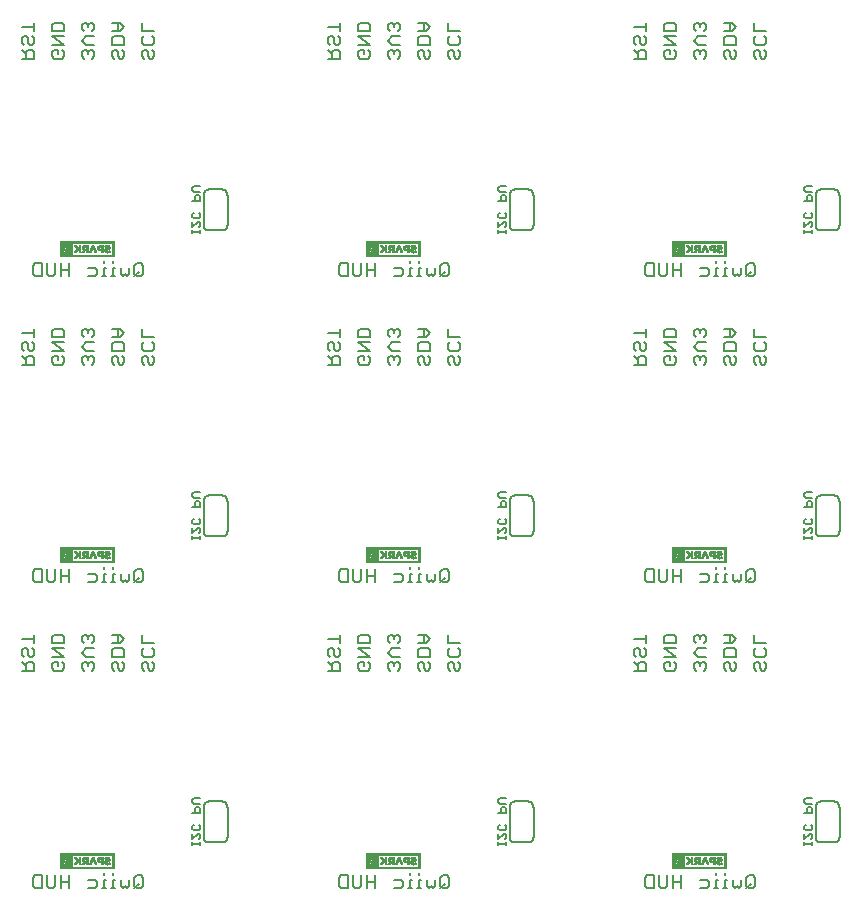
<source format=gbo>
G75*
%MOIN*%
%OFA0B0*%
%FSLAX25Y25*%
%IPPOS*%
%LPD*%
%AMOC8*
5,1,8,0,0,1.08239X$1,22.5*
%
%ADD10C,0.00800*%
%ADD11C,0.00500*%
%ADD12C,0.00600*%
%ADD13C,0.00039*%
D10*
X0093219Y0066101D02*
X0093219Y0068903D01*
X0093919Y0069604D01*
X0096021Y0069604D01*
X0096021Y0065400D01*
X0093919Y0065400D01*
X0093219Y0066101D01*
X0097822Y0066101D02*
X0097822Y0069604D01*
X0100625Y0069604D02*
X0100625Y0066101D01*
X0099924Y0065400D01*
X0098523Y0065400D01*
X0097822Y0066101D01*
X0102426Y0065400D02*
X0102426Y0069604D01*
X0102426Y0067502D02*
X0105229Y0067502D01*
X0105229Y0065400D02*
X0105229Y0069604D01*
X0111634Y0068202D02*
X0113736Y0068202D01*
X0114437Y0067502D01*
X0114437Y0066101D01*
X0113736Y0065400D01*
X0111634Y0065400D01*
X0116105Y0065400D02*
X0117506Y0065400D01*
X0116805Y0065400D02*
X0116805Y0068202D01*
X0117506Y0068202D01*
X0116805Y0069604D02*
X0116805Y0070304D01*
X0119875Y0070304D02*
X0119875Y0069604D01*
X0119875Y0068202D02*
X0119875Y0065400D01*
X0120575Y0065400D02*
X0119174Y0065400D01*
X0119875Y0068202D02*
X0120575Y0068202D01*
X0122377Y0068202D02*
X0122377Y0066101D01*
X0123077Y0065400D01*
X0123778Y0066101D01*
X0124479Y0065400D01*
X0125179Y0066101D01*
X0125179Y0068202D01*
X0126981Y0068903D02*
X0126981Y0066101D01*
X0127681Y0065400D01*
X0129082Y0065400D01*
X0129783Y0066101D01*
X0129783Y0068903D01*
X0129082Y0069604D01*
X0127681Y0069604D01*
X0126981Y0068903D01*
X0128382Y0066801D02*
X0126981Y0065400D01*
X0195219Y0066101D02*
X0195219Y0068903D01*
X0195919Y0069604D01*
X0198021Y0069604D01*
X0198021Y0065400D01*
X0195919Y0065400D01*
X0195219Y0066101D01*
X0199822Y0066101D02*
X0199822Y0069604D01*
X0202625Y0069604D02*
X0202625Y0066101D01*
X0201924Y0065400D01*
X0200523Y0065400D01*
X0199822Y0066101D01*
X0204426Y0065400D02*
X0204426Y0069604D01*
X0204426Y0067502D02*
X0207229Y0067502D01*
X0207229Y0065400D02*
X0207229Y0069604D01*
X0213634Y0068202D02*
X0215736Y0068202D01*
X0216437Y0067502D01*
X0216437Y0066101D01*
X0215736Y0065400D01*
X0213634Y0065400D01*
X0218105Y0065400D02*
X0219506Y0065400D01*
X0218805Y0065400D02*
X0218805Y0068202D01*
X0219506Y0068202D01*
X0218805Y0069604D02*
X0218805Y0070304D01*
X0221875Y0070304D02*
X0221875Y0069604D01*
X0221875Y0068202D02*
X0221875Y0065400D01*
X0222575Y0065400D02*
X0221174Y0065400D01*
X0221875Y0068202D02*
X0222575Y0068202D01*
X0224377Y0068202D02*
X0224377Y0066101D01*
X0225077Y0065400D01*
X0225778Y0066101D01*
X0226479Y0065400D01*
X0227179Y0066101D01*
X0227179Y0068202D01*
X0228981Y0068903D02*
X0228981Y0066101D01*
X0229681Y0065400D01*
X0231082Y0065400D01*
X0231783Y0066101D01*
X0231783Y0068903D01*
X0231082Y0069604D01*
X0229681Y0069604D01*
X0228981Y0068903D01*
X0230382Y0066801D02*
X0228981Y0065400D01*
X0297219Y0066101D02*
X0297219Y0068903D01*
X0297919Y0069604D01*
X0300021Y0069604D01*
X0300021Y0065400D01*
X0297919Y0065400D01*
X0297219Y0066101D01*
X0301822Y0066101D02*
X0301822Y0069604D01*
X0304625Y0069604D02*
X0304625Y0066101D01*
X0303924Y0065400D01*
X0302523Y0065400D01*
X0301822Y0066101D01*
X0306426Y0065400D02*
X0306426Y0069604D01*
X0306426Y0067502D02*
X0309229Y0067502D01*
X0309229Y0065400D02*
X0309229Y0069604D01*
X0315634Y0068202D02*
X0317736Y0068202D01*
X0318437Y0067502D01*
X0318437Y0066101D01*
X0317736Y0065400D01*
X0315634Y0065400D01*
X0320105Y0065400D02*
X0321506Y0065400D01*
X0320805Y0065400D02*
X0320805Y0068202D01*
X0321506Y0068202D01*
X0320805Y0069604D02*
X0320805Y0070304D01*
X0323875Y0070304D02*
X0323875Y0069604D01*
X0323875Y0068202D02*
X0323875Y0065400D01*
X0324575Y0065400D02*
X0323174Y0065400D01*
X0323875Y0068202D02*
X0324575Y0068202D01*
X0326377Y0068202D02*
X0326377Y0066101D01*
X0327077Y0065400D01*
X0327778Y0066101D01*
X0328479Y0065400D01*
X0329179Y0066101D01*
X0329179Y0068202D01*
X0330981Y0068903D02*
X0330981Y0066101D01*
X0331681Y0065400D01*
X0333082Y0065400D01*
X0333783Y0066101D01*
X0333783Y0068903D01*
X0333082Y0069604D01*
X0331681Y0069604D01*
X0330981Y0068903D01*
X0332382Y0066801D02*
X0330981Y0065400D01*
X0334101Y0137900D02*
X0333400Y0138601D01*
X0333400Y0140002D01*
X0334101Y0140702D01*
X0334801Y0140702D01*
X0335502Y0140002D01*
X0335502Y0138601D01*
X0336202Y0137900D01*
X0336903Y0137900D01*
X0337604Y0138601D01*
X0337604Y0140002D01*
X0336903Y0140702D01*
X0336903Y0142504D02*
X0334101Y0142504D01*
X0333400Y0143205D01*
X0333400Y0144606D01*
X0334101Y0145306D01*
X0333400Y0147108D02*
X0337604Y0147108D01*
X0336903Y0145306D02*
X0337604Y0144606D01*
X0337604Y0143205D01*
X0336903Y0142504D01*
X0333400Y0147108D02*
X0333400Y0149910D01*
X0327604Y0148509D02*
X0326202Y0147108D01*
X0323400Y0147108D01*
X0324101Y0145306D02*
X0326903Y0145306D01*
X0327604Y0144606D01*
X0327604Y0142504D01*
X0323400Y0142504D01*
X0323400Y0144606D01*
X0324101Y0145306D01*
X0325502Y0147108D02*
X0325502Y0149910D01*
X0326202Y0149910D02*
X0323400Y0149910D01*
X0326202Y0149910D02*
X0327604Y0148509D01*
X0326903Y0140702D02*
X0327604Y0140002D01*
X0327604Y0138601D01*
X0326903Y0137900D01*
X0326202Y0137900D01*
X0325502Y0138601D01*
X0325502Y0140002D01*
X0324801Y0140702D01*
X0324101Y0140702D01*
X0323400Y0140002D01*
X0323400Y0138601D01*
X0324101Y0137900D01*
X0317604Y0138601D02*
X0317604Y0140002D01*
X0316903Y0140702D01*
X0316202Y0140702D01*
X0315502Y0140002D01*
X0314801Y0140702D01*
X0314101Y0140702D01*
X0313400Y0140002D01*
X0313400Y0138601D01*
X0314101Y0137900D01*
X0315502Y0139301D02*
X0315502Y0140002D01*
X0316903Y0137900D02*
X0317604Y0138601D01*
X0317604Y0142504D02*
X0314801Y0142504D01*
X0313400Y0143905D01*
X0314801Y0145306D01*
X0317604Y0145306D01*
X0316903Y0147108D02*
X0317604Y0147808D01*
X0317604Y0149210D01*
X0316903Y0149910D01*
X0316202Y0149910D01*
X0315502Y0149210D01*
X0314801Y0149910D01*
X0314101Y0149910D01*
X0313400Y0149210D01*
X0313400Y0147808D01*
X0314101Y0147108D01*
X0315502Y0148509D02*
X0315502Y0149210D01*
X0307604Y0149210D02*
X0307604Y0147108D01*
X0303400Y0147108D01*
X0303400Y0149210D01*
X0304101Y0149910D01*
X0306903Y0149910D01*
X0307604Y0149210D01*
X0307604Y0145306D02*
X0303400Y0145306D01*
X0307604Y0142504D01*
X0303400Y0142504D01*
X0304101Y0140702D02*
X0303400Y0140002D01*
X0303400Y0138601D01*
X0304101Y0137900D01*
X0306903Y0137900D01*
X0307604Y0138601D01*
X0307604Y0140002D01*
X0306903Y0140702D01*
X0305502Y0140702D02*
X0305502Y0139301D01*
X0305502Y0140702D02*
X0304101Y0140702D01*
X0297604Y0140002D02*
X0297604Y0137900D01*
X0293400Y0137900D01*
X0294801Y0137900D02*
X0294801Y0140002D01*
X0295502Y0140702D01*
X0296903Y0140702D01*
X0297604Y0140002D01*
X0296903Y0142504D02*
X0296202Y0142504D01*
X0295502Y0143205D01*
X0295502Y0144606D01*
X0294801Y0145306D01*
X0294101Y0145306D01*
X0293400Y0144606D01*
X0293400Y0143205D01*
X0294101Y0142504D01*
X0293400Y0140702D02*
X0294801Y0139301D01*
X0296903Y0142504D02*
X0297604Y0143205D01*
X0297604Y0144606D01*
X0296903Y0145306D01*
X0297604Y0147108D02*
X0297604Y0149910D01*
X0297604Y0148509D02*
X0293400Y0148509D01*
X0297919Y0167400D02*
X0297219Y0168101D01*
X0297219Y0170903D01*
X0297919Y0171604D01*
X0300021Y0171604D01*
X0300021Y0167400D01*
X0297919Y0167400D01*
X0301822Y0168101D02*
X0301822Y0171604D01*
X0304625Y0171604D02*
X0304625Y0168101D01*
X0303924Y0167400D01*
X0302523Y0167400D01*
X0301822Y0168101D01*
X0306426Y0167400D02*
X0306426Y0171604D01*
X0306426Y0169502D02*
X0309229Y0169502D01*
X0309229Y0167400D02*
X0309229Y0171604D01*
X0315634Y0170202D02*
X0317736Y0170202D01*
X0318437Y0169502D01*
X0318437Y0168101D01*
X0317736Y0167400D01*
X0315634Y0167400D01*
X0320105Y0167400D02*
X0321506Y0167400D01*
X0320805Y0167400D02*
X0320805Y0170202D01*
X0321506Y0170202D01*
X0320805Y0171604D02*
X0320805Y0172304D01*
X0323875Y0172304D02*
X0323875Y0171604D01*
X0323875Y0170202D02*
X0323875Y0167400D01*
X0324575Y0167400D02*
X0323174Y0167400D01*
X0323875Y0170202D02*
X0324575Y0170202D01*
X0326377Y0170202D02*
X0326377Y0168101D01*
X0327077Y0167400D01*
X0327778Y0168101D01*
X0328479Y0167400D01*
X0329179Y0168101D01*
X0329179Y0170202D01*
X0330981Y0170903D02*
X0330981Y0168101D01*
X0331681Y0167400D01*
X0333082Y0167400D01*
X0333783Y0168101D01*
X0333783Y0170903D01*
X0333082Y0171604D01*
X0331681Y0171604D01*
X0330981Y0170903D01*
X0332382Y0168801D02*
X0330981Y0167400D01*
X0334101Y0239900D02*
X0333400Y0240601D01*
X0333400Y0242002D01*
X0334101Y0242702D01*
X0334801Y0242702D01*
X0335502Y0242002D01*
X0335502Y0240601D01*
X0336202Y0239900D01*
X0336903Y0239900D01*
X0337604Y0240601D01*
X0337604Y0242002D01*
X0336903Y0242702D01*
X0336903Y0244504D02*
X0334101Y0244504D01*
X0333400Y0245205D01*
X0333400Y0246606D01*
X0334101Y0247306D01*
X0333400Y0249108D02*
X0337604Y0249108D01*
X0336903Y0247306D02*
X0337604Y0246606D01*
X0337604Y0245205D01*
X0336903Y0244504D01*
X0333400Y0249108D02*
X0333400Y0251910D01*
X0327604Y0250509D02*
X0326202Y0249108D01*
X0323400Y0249108D01*
X0324101Y0247306D02*
X0326903Y0247306D01*
X0327604Y0246606D01*
X0327604Y0244504D01*
X0323400Y0244504D01*
X0323400Y0246606D01*
X0324101Y0247306D01*
X0325502Y0249108D02*
X0325502Y0251910D01*
X0326202Y0251910D02*
X0323400Y0251910D01*
X0326202Y0251910D02*
X0327604Y0250509D01*
X0326903Y0242702D02*
X0327604Y0242002D01*
X0327604Y0240601D01*
X0326903Y0239900D01*
X0326202Y0239900D01*
X0325502Y0240601D01*
X0325502Y0242002D01*
X0324801Y0242702D01*
X0324101Y0242702D01*
X0323400Y0242002D01*
X0323400Y0240601D01*
X0324101Y0239900D01*
X0317604Y0240601D02*
X0317604Y0242002D01*
X0316903Y0242702D01*
X0316202Y0242702D01*
X0315502Y0242002D01*
X0314801Y0242702D01*
X0314101Y0242702D01*
X0313400Y0242002D01*
X0313400Y0240601D01*
X0314101Y0239900D01*
X0315502Y0241301D02*
X0315502Y0242002D01*
X0316903Y0239900D02*
X0317604Y0240601D01*
X0317604Y0244504D02*
X0314801Y0244504D01*
X0313400Y0245905D01*
X0314801Y0247306D01*
X0317604Y0247306D01*
X0316903Y0249108D02*
X0317604Y0249808D01*
X0317604Y0251210D01*
X0316903Y0251910D01*
X0316202Y0251910D01*
X0315502Y0251210D01*
X0314801Y0251910D01*
X0314101Y0251910D01*
X0313400Y0251210D01*
X0313400Y0249808D01*
X0314101Y0249108D01*
X0315502Y0250509D02*
X0315502Y0251210D01*
X0307604Y0251210D02*
X0307604Y0249108D01*
X0303400Y0249108D01*
X0303400Y0251210D01*
X0304101Y0251910D01*
X0306903Y0251910D01*
X0307604Y0251210D01*
X0307604Y0247306D02*
X0303400Y0247306D01*
X0307604Y0244504D01*
X0303400Y0244504D01*
X0304101Y0242702D02*
X0303400Y0242002D01*
X0303400Y0240601D01*
X0304101Y0239900D01*
X0306903Y0239900D01*
X0307604Y0240601D01*
X0307604Y0242002D01*
X0306903Y0242702D01*
X0305502Y0242702D02*
X0305502Y0241301D01*
X0305502Y0242702D02*
X0304101Y0242702D01*
X0297604Y0242002D02*
X0297604Y0239900D01*
X0293400Y0239900D01*
X0294801Y0239900D02*
X0294801Y0242002D01*
X0295502Y0242702D01*
X0296903Y0242702D01*
X0297604Y0242002D01*
X0296903Y0244504D02*
X0296202Y0244504D01*
X0295502Y0245205D01*
X0295502Y0246606D01*
X0294801Y0247306D01*
X0294101Y0247306D01*
X0293400Y0246606D01*
X0293400Y0245205D01*
X0294101Y0244504D01*
X0293400Y0242702D02*
X0294801Y0241301D01*
X0296903Y0244504D02*
X0297604Y0245205D01*
X0297604Y0246606D01*
X0296903Y0247306D01*
X0297604Y0249108D02*
X0297604Y0251910D01*
X0297604Y0250509D02*
X0293400Y0250509D01*
X0297919Y0269400D02*
X0297219Y0270101D01*
X0297219Y0272903D01*
X0297919Y0273604D01*
X0300021Y0273604D01*
X0300021Y0269400D01*
X0297919Y0269400D01*
X0301822Y0270101D02*
X0301822Y0273604D01*
X0304625Y0273604D02*
X0304625Y0270101D01*
X0303924Y0269400D01*
X0302523Y0269400D01*
X0301822Y0270101D01*
X0306426Y0269400D02*
X0306426Y0273604D01*
X0306426Y0271502D02*
X0309229Y0271502D01*
X0309229Y0269400D02*
X0309229Y0273604D01*
X0315634Y0272202D02*
X0317736Y0272202D01*
X0318437Y0271502D01*
X0318437Y0270101D01*
X0317736Y0269400D01*
X0315634Y0269400D01*
X0320105Y0269400D02*
X0321506Y0269400D01*
X0320805Y0269400D02*
X0320805Y0272202D01*
X0321506Y0272202D01*
X0320805Y0273604D02*
X0320805Y0274304D01*
X0323875Y0274304D02*
X0323875Y0273604D01*
X0323875Y0272202D02*
X0323875Y0269400D01*
X0324575Y0269400D02*
X0323174Y0269400D01*
X0323875Y0272202D02*
X0324575Y0272202D01*
X0326377Y0272202D02*
X0326377Y0270101D01*
X0327077Y0269400D01*
X0327778Y0270101D01*
X0328479Y0269400D01*
X0329179Y0270101D01*
X0329179Y0272202D01*
X0330981Y0272903D02*
X0330981Y0270101D01*
X0331681Y0269400D01*
X0333082Y0269400D01*
X0333783Y0270101D01*
X0333783Y0272903D01*
X0333082Y0273604D01*
X0331681Y0273604D01*
X0330981Y0272903D01*
X0332382Y0270801D02*
X0330981Y0269400D01*
X0334101Y0341900D02*
X0333400Y0342601D01*
X0333400Y0344002D01*
X0334101Y0344702D01*
X0334801Y0344702D01*
X0335502Y0344002D01*
X0335502Y0342601D01*
X0336202Y0341900D01*
X0336903Y0341900D01*
X0337604Y0342601D01*
X0337604Y0344002D01*
X0336903Y0344702D01*
X0336903Y0346504D02*
X0334101Y0346504D01*
X0333400Y0347205D01*
X0333400Y0348606D01*
X0334101Y0349306D01*
X0333400Y0351108D02*
X0337604Y0351108D01*
X0336903Y0349306D02*
X0337604Y0348606D01*
X0337604Y0347205D01*
X0336903Y0346504D01*
X0333400Y0351108D02*
X0333400Y0353910D01*
X0327604Y0352509D02*
X0326202Y0351108D01*
X0323400Y0351108D01*
X0324101Y0349306D02*
X0326903Y0349306D01*
X0327604Y0348606D01*
X0327604Y0346504D01*
X0323400Y0346504D01*
X0323400Y0348606D01*
X0324101Y0349306D01*
X0325502Y0351108D02*
X0325502Y0353910D01*
X0326202Y0353910D02*
X0323400Y0353910D01*
X0326202Y0353910D02*
X0327604Y0352509D01*
X0326903Y0344702D02*
X0327604Y0344002D01*
X0327604Y0342601D01*
X0326903Y0341900D01*
X0326202Y0341900D01*
X0325502Y0342601D01*
X0325502Y0344002D01*
X0324801Y0344702D01*
X0324101Y0344702D01*
X0323400Y0344002D01*
X0323400Y0342601D01*
X0324101Y0341900D01*
X0317604Y0342601D02*
X0317604Y0344002D01*
X0316903Y0344702D01*
X0316202Y0344702D01*
X0315502Y0344002D01*
X0314801Y0344702D01*
X0314101Y0344702D01*
X0313400Y0344002D01*
X0313400Y0342601D01*
X0314101Y0341900D01*
X0315502Y0343301D02*
X0315502Y0344002D01*
X0316903Y0341900D02*
X0317604Y0342601D01*
X0317604Y0346504D02*
X0314801Y0346504D01*
X0313400Y0347905D01*
X0314801Y0349306D01*
X0317604Y0349306D01*
X0316903Y0351108D02*
X0317604Y0351808D01*
X0317604Y0353210D01*
X0316903Y0353910D01*
X0316202Y0353910D01*
X0315502Y0353210D01*
X0314801Y0353910D01*
X0314101Y0353910D01*
X0313400Y0353210D01*
X0313400Y0351808D01*
X0314101Y0351108D01*
X0315502Y0352509D02*
X0315502Y0353210D01*
X0307604Y0353210D02*
X0307604Y0351108D01*
X0303400Y0351108D01*
X0303400Y0353210D01*
X0304101Y0353910D01*
X0306903Y0353910D01*
X0307604Y0353210D01*
X0307604Y0349306D02*
X0303400Y0349306D01*
X0307604Y0346504D01*
X0303400Y0346504D01*
X0304101Y0344702D02*
X0303400Y0344002D01*
X0303400Y0342601D01*
X0304101Y0341900D01*
X0306903Y0341900D01*
X0307604Y0342601D01*
X0307604Y0344002D01*
X0306903Y0344702D01*
X0305502Y0344702D02*
X0305502Y0343301D01*
X0305502Y0344702D02*
X0304101Y0344702D01*
X0297604Y0344002D02*
X0297604Y0341900D01*
X0293400Y0341900D01*
X0294801Y0341900D02*
X0294801Y0344002D01*
X0295502Y0344702D01*
X0296903Y0344702D01*
X0297604Y0344002D01*
X0296903Y0346504D02*
X0296202Y0346504D01*
X0295502Y0347205D01*
X0295502Y0348606D01*
X0294801Y0349306D01*
X0294101Y0349306D01*
X0293400Y0348606D01*
X0293400Y0347205D01*
X0294101Y0346504D01*
X0293400Y0344702D02*
X0294801Y0343301D01*
X0296903Y0346504D02*
X0297604Y0347205D01*
X0297604Y0348606D01*
X0296903Y0349306D01*
X0297604Y0351108D02*
X0297604Y0353910D01*
X0297604Y0352509D02*
X0293400Y0352509D01*
X0235604Y0351108D02*
X0231400Y0351108D01*
X0231400Y0353910D01*
X0232101Y0349306D02*
X0231400Y0348606D01*
X0231400Y0347205D01*
X0232101Y0346504D01*
X0234903Y0346504D01*
X0235604Y0347205D01*
X0235604Y0348606D01*
X0234903Y0349306D01*
X0234903Y0344702D02*
X0235604Y0344002D01*
X0235604Y0342601D01*
X0234903Y0341900D01*
X0234202Y0341900D01*
X0233502Y0342601D01*
X0233502Y0344002D01*
X0232801Y0344702D01*
X0232101Y0344702D01*
X0231400Y0344002D01*
X0231400Y0342601D01*
X0232101Y0341900D01*
X0225604Y0342601D02*
X0224903Y0341900D01*
X0224202Y0341900D01*
X0223502Y0342601D01*
X0223502Y0344002D01*
X0222801Y0344702D01*
X0222101Y0344702D01*
X0221400Y0344002D01*
X0221400Y0342601D01*
X0222101Y0341900D01*
X0225604Y0342601D02*
X0225604Y0344002D01*
X0224903Y0344702D01*
X0225604Y0346504D02*
X0225604Y0348606D01*
X0224903Y0349306D01*
X0222101Y0349306D01*
X0221400Y0348606D01*
X0221400Y0346504D01*
X0225604Y0346504D01*
X0224202Y0351108D02*
X0221400Y0351108D01*
X0223502Y0351108D02*
X0223502Y0353910D01*
X0224202Y0353910D02*
X0221400Y0353910D01*
X0224202Y0353910D02*
X0225604Y0352509D01*
X0224202Y0351108D01*
X0215604Y0351808D02*
X0214903Y0351108D01*
X0215604Y0351808D02*
X0215604Y0353210D01*
X0214903Y0353910D01*
X0214202Y0353910D01*
X0213502Y0353210D01*
X0212801Y0353910D01*
X0212101Y0353910D01*
X0211400Y0353210D01*
X0211400Y0351808D01*
X0212101Y0351108D01*
X0212801Y0349306D02*
X0215604Y0349306D01*
X0215604Y0346504D02*
X0212801Y0346504D01*
X0211400Y0347905D01*
X0212801Y0349306D01*
X0213502Y0352509D02*
X0213502Y0353210D01*
X0205604Y0353210D02*
X0205604Y0351108D01*
X0201400Y0351108D01*
X0201400Y0353210D01*
X0202101Y0353910D01*
X0204903Y0353910D01*
X0205604Y0353210D01*
X0205604Y0349306D02*
X0201400Y0349306D01*
X0205604Y0346504D01*
X0201400Y0346504D01*
X0202101Y0344702D02*
X0203502Y0344702D01*
X0203502Y0343301D01*
X0204903Y0341900D02*
X0202101Y0341900D01*
X0201400Y0342601D01*
X0201400Y0344002D01*
X0202101Y0344702D01*
X0204903Y0344702D02*
X0205604Y0344002D01*
X0205604Y0342601D01*
X0204903Y0341900D01*
X0211400Y0342601D02*
X0212101Y0341900D01*
X0211400Y0342601D02*
X0211400Y0344002D01*
X0212101Y0344702D01*
X0212801Y0344702D01*
X0213502Y0344002D01*
X0213502Y0343301D01*
X0213502Y0344002D02*
X0214202Y0344702D01*
X0214903Y0344702D01*
X0215604Y0344002D01*
X0215604Y0342601D01*
X0214903Y0341900D01*
X0195604Y0341900D02*
X0195604Y0344002D01*
X0194903Y0344702D01*
X0193502Y0344702D01*
X0192801Y0344002D01*
X0192801Y0341900D01*
X0191400Y0341900D02*
X0195604Y0341900D01*
X0192801Y0343301D02*
X0191400Y0344702D01*
X0192101Y0346504D02*
X0191400Y0347205D01*
X0191400Y0348606D01*
X0192101Y0349306D01*
X0192801Y0349306D01*
X0193502Y0348606D01*
X0193502Y0347205D01*
X0194202Y0346504D01*
X0194903Y0346504D01*
X0195604Y0347205D01*
X0195604Y0348606D01*
X0194903Y0349306D01*
X0195604Y0351108D02*
X0195604Y0353910D01*
X0195604Y0352509D02*
X0191400Y0352509D01*
X0133604Y0351108D02*
X0129400Y0351108D01*
X0129400Y0353910D01*
X0130101Y0349306D02*
X0129400Y0348606D01*
X0129400Y0347205D01*
X0130101Y0346504D01*
X0132903Y0346504D01*
X0133604Y0347205D01*
X0133604Y0348606D01*
X0132903Y0349306D01*
X0132903Y0344702D02*
X0133604Y0344002D01*
X0133604Y0342601D01*
X0132903Y0341900D01*
X0132202Y0341900D01*
X0131502Y0342601D01*
X0131502Y0344002D01*
X0130801Y0344702D01*
X0130101Y0344702D01*
X0129400Y0344002D01*
X0129400Y0342601D01*
X0130101Y0341900D01*
X0123604Y0342601D02*
X0122903Y0341900D01*
X0122202Y0341900D01*
X0121502Y0342601D01*
X0121502Y0344002D01*
X0120801Y0344702D01*
X0120101Y0344702D01*
X0119400Y0344002D01*
X0119400Y0342601D01*
X0120101Y0341900D01*
X0123604Y0342601D02*
X0123604Y0344002D01*
X0122903Y0344702D01*
X0123604Y0346504D02*
X0123604Y0348606D01*
X0122903Y0349306D01*
X0120101Y0349306D01*
X0119400Y0348606D01*
X0119400Y0346504D01*
X0123604Y0346504D01*
X0122202Y0351108D02*
X0119400Y0351108D01*
X0121502Y0351108D02*
X0121502Y0353910D01*
X0122202Y0353910D02*
X0119400Y0353910D01*
X0122202Y0353910D02*
X0123604Y0352509D01*
X0122202Y0351108D01*
X0113604Y0351808D02*
X0112903Y0351108D01*
X0113604Y0351808D02*
X0113604Y0353210D01*
X0112903Y0353910D01*
X0112202Y0353910D01*
X0111502Y0353210D01*
X0110801Y0353910D01*
X0110101Y0353910D01*
X0109400Y0353210D01*
X0109400Y0351808D01*
X0110101Y0351108D01*
X0110801Y0349306D02*
X0113604Y0349306D01*
X0113604Y0346504D02*
X0110801Y0346504D01*
X0109400Y0347905D01*
X0110801Y0349306D01*
X0111502Y0352509D02*
X0111502Y0353210D01*
X0103604Y0353210D02*
X0103604Y0351108D01*
X0099400Y0351108D01*
X0099400Y0353210D01*
X0100101Y0353910D01*
X0102903Y0353910D01*
X0103604Y0353210D01*
X0103604Y0349306D02*
X0099400Y0349306D01*
X0103604Y0346504D01*
X0099400Y0346504D01*
X0100101Y0344702D02*
X0101502Y0344702D01*
X0101502Y0343301D01*
X0102903Y0341900D02*
X0100101Y0341900D01*
X0099400Y0342601D01*
X0099400Y0344002D01*
X0100101Y0344702D01*
X0102903Y0344702D02*
X0103604Y0344002D01*
X0103604Y0342601D01*
X0102903Y0341900D01*
X0109400Y0342601D02*
X0109400Y0344002D01*
X0110101Y0344702D01*
X0110801Y0344702D01*
X0111502Y0344002D01*
X0111502Y0343301D01*
X0111502Y0344002D02*
X0112202Y0344702D01*
X0112903Y0344702D01*
X0113604Y0344002D01*
X0113604Y0342601D01*
X0112903Y0341900D01*
X0110101Y0341900D02*
X0109400Y0342601D01*
X0093604Y0341900D02*
X0093604Y0344002D01*
X0092903Y0344702D01*
X0091502Y0344702D01*
X0090801Y0344002D01*
X0090801Y0341900D01*
X0089400Y0341900D02*
X0093604Y0341900D01*
X0090801Y0343301D02*
X0089400Y0344702D01*
X0090101Y0346504D02*
X0089400Y0347205D01*
X0089400Y0348606D01*
X0090101Y0349306D01*
X0090801Y0349306D01*
X0091502Y0348606D01*
X0091502Y0347205D01*
X0092202Y0346504D01*
X0092903Y0346504D01*
X0093604Y0347205D01*
X0093604Y0348606D01*
X0092903Y0349306D01*
X0093604Y0351108D02*
X0093604Y0353910D01*
X0093604Y0352509D02*
X0089400Y0352509D01*
X0093919Y0273604D02*
X0096021Y0273604D01*
X0096021Y0269400D01*
X0093919Y0269400D01*
X0093219Y0270101D01*
X0093219Y0272903D01*
X0093919Y0273604D01*
X0097822Y0273604D02*
X0097822Y0270101D01*
X0098523Y0269400D01*
X0099924Y0269400D01*
X0100625Y0270101D01*
X0100625Y0273604D01*
X0102426Y0273604D02*
X0102426Y0269400D01*
X0102426Y0271502D02*
X0105229Y0271502D01*
X0105229Y0269400D02*
X0105229Y0273604D01*
X0111634Y0272202D02*
X0113736Y0272202D01*
X0114437Y0271502D01*
X0114437Y0270101D01*
X0113736Y0269400D01*
X0111634Y0269400D01*
X0116105Y0269400D02*
X0117506Y0269400D01*
X0116805Y0269400D02*
X0116805Y0272202D01*
X0117506Y0272202D01*
X0116805Y0273604D02*
X0116805Y0274304D01*
X0119875Y0274304D02*
X0119875Y0273604D01*
X0119875Y0272202D02*
X0119875Y0269400D01*
X0120575Y0269400D02*
X0119174Y0269400D01*
X0119875Y0272202D02*
X0120575Y0272202D01*
X0122377Y0272202D02*
X0122377Y0270101D01*
X0123077Y0269400D01*
X0123778Y0270101D01*
X0124479Y0269400D01*
X0125179Y0270101D01*
X0125179Y0272202D01*
X0126981Y0272903D02*
X0126981Y0270101D01*
X0127681Y0269400D01*
X0129082Y0269400D01*
X0129783Y0270101D01*
X0129783Y0272903D01*
X0129082Y0273604D01*
X0127681Y0273604D01*
X0126981Y0272903D01*
X0128382Y0270801D02*
X0126981Y0269400D01*
X0129400Y0251910D02*
X0129400Y0249108D01*
X0133604Y0249108D01*
X0132903Y0247306D02*
X0133604Y0246606D01*
X0133604Y0245205D01*
X0132903Y0244504D01*
X0130101Y0244504D01*
X0129400Y0245205D01*
X0129400Y0246606D01*
X0130101Y0247306D01*
X0130101Y0242702D02*
X0129400Y0242002D01*
X0129400Y0240601D01*
X0130101Y0239900D01*
X0131502Y0240601D02*
X0131502Y0242002D01*
X0130801Y0242702D01*
X0130101Y0242702D01*
X0131502Y0240601D02*
X0132202Y0239900D01*
X0132903Y0239900D01*
X0133604Y0240601D01*
X0133604Y0242002D01*
X0132903Y0242702D01*
X0123604Y0242002D02*
X0123604Y0240601D01*
X0122903Y0239900D01*
X0122202Y0239900D01*
X0121502Y0240601D01*
X0121502Y0242002D01*
X0120801Y0242702D01*
X0120101Y0242702D01*
X0119400Y0242002D01*
X0119400Y0240601D01*
X0120101Y0239900D01*
X0122903Y0242702D02*
X0123604Y0242002D01*
X0123604Y0244504D02*
X0123604Y0246606D01*
X0122903Y0247306D01*
X0120101Y0247306D01*
X0119400Y0246606D01*
X0119400Y0244504D01*
X0123604Y0244504D01*
X0122202Y0249108D02*
X0119400Y0249108D01*
X0121502Y0249108D02*
X0121502Y0251910D01*
X0122202Y0251910D02*
X0119400Y0251910D01*
X0122202Y0251910D02*
X0123604Y0250509D01*
X0122202Y0249108D01*
X0113604Y0249808D02*
X0113604Y0251210D01*
X0112903Y0251910D01*
X0112202Y0251910D01*
X0111502Y0251210D01*
X0110801Y0251910D01*
X0110101Y0251910D01*
X0109400Y0251210D01*
X0109400Y0249808D01*
X0110101Y0249108D01*
X0110801Y0247306D02*
X0113604Y0247306D01*
X0112903Y0249108D02*
X0113604Y0249808D01*
X0111502Y0250509D02*
X0111502Y0251210D01*
X0110801Y0247306D02*
X0109400Y0245905D01*
X0110801Y0244504D01*
X0113604Y0244504D01*
X0112903Y0242702D02*
X0112202Y0242702D01*
X0111502Y0242002D01*
X0110801Y0242702D01*
X0110101Y0242702D01*
X0109400Y0242002D01*
X0109400Y0240601D01*
X0110101Y0239900D01*
X0111502Y0241301D02*
X0111502Y0242002D01*
X0112903Y0242702D02*
X0113604Y0242002D01*
X0113604Y0240601D01*
X0112903Y0239900D01*
X0103604Y0240601D02*
X0102903Y0239900D01*
X0100101Y0239900D01*
X0099400Y0240601D01*
X0099400Y0242002D01*
X0100101Y0242702D01*
X0101502Y0242702D01*
X0101502Y0241301D01*
X0102903Y0242702D02*
X0103604Y0242002D01*
X0103604Y0240601D01*
X0103604Y0244504D02*
X0099400Y0244504D01*
X0099400Y0247306D02*
X0103604Y0247306D01*
X0103604Y0249108D02*
X0103604Y0251210D01*
X0102903Y0251910D01*
X0100101Y0251910D01*
X0099400Y0251210D01*
X0099400Y0249108D01*
X0103604Y0249108D01*
X0099400Y0247306D02*
X0103604Y0244504D01*
X0093604Y0245205D02*
X0092903Y0244504D01*
X0092202Y0244504D01*
X0091502Y0245205D01*
X0091502Y0246606D01*
X0090801Y0247306D01*
X0090101Y0247306D01*
X0089400Y0246606D01*
X0089400Y0245205D01*
X0090101Y0244504D01*
X0089400Y0242702D02*
X0090801Y0241301D01*
X0090801Y0242002D02*
X0090801Y0239900D01*
X0089400Y0239900D02*
X0093604Y0239900D01*
X0093604Y0242002D01*
X0092903Y0242702D01*
X0091502Y0242702D01*
X0090801Y0242002D01*
X0093604Y0245205D02*
X0093604Y0246606D01*
X0092903Y0247306D01*
X0093604Y0249108D02*
X0093604Y0251910D01*
X0093604Y0250509D02*
X0089400Y0250509D01*
X0093919Y0171604D02*
X0096021Y0171604D01*
X0096021Y0167400D01*
X0093919Y0167400D01*
X0093219Y0168101D01*
X0093219Y0170903D01*
X0093919Y0171604D01*
X0097822Y0171604D02*
X0097822Y0168101D01*
X0098523Y0167400D01*
X0099924Y0167400D01*
X0100625Y0168101D01*
X0100625Y0171604D01*
X0102426Y0171604D02*
X0102426Y0167400D01*
X0102426Y0169502D02*
X0105229Y0169502D01*
X0105229Y0167400D02*
X0105229Y0171604D01*
X0111634Y0170202D02*
X0113736Y0170202D01*
X0114437Y0169502D01*
X0114437Y0168101D01*
X0113736Y0167400D01*
X0111634Y0167400D01*
X0116105Y0167400D02*
X0117506Y0167400D01*
X0116805Y0167400D02*
X0116805Y0170202D01*
X0117506Y0170202D01*
X0116805Y0171604D02*
X0116805Y0172304D01*
X0119875Y0172304D02*
X0119875Y0171604D01*
X0119875Y0170202D02*
X0119875Y0167400D01*
X0120575Y0167400D02*
X0119174Y0167400D01*
X0119875Y0170202D02*
X0120575Y0170202D01*
X0122377Y0170202D02*
X0122377Y0168101D01*
X0123077Y0167400D01*
X0123778Y0168101D01*
X0124479Y0167400D01*
X0125179Y0168101D01*
X0125179Y0170202D01*
X0126981Y0170903D02*
X0126981Y0168101D01*
X0127681Y0167400D01*
X0129082Y0167400D01*
X0129783Y0168101D01*
X0129783Y0170903D01*
X0129082Y0171604D01*
X0127681Y0171604D01*
X0126981Y0170903D01*
X0128382Y0168801D02*
X0126981Y0167400D01*
X0129400Y0149910D02*
X0129400Y0147108D01*
X0133604Y0147108D01*
X0132903Y0145306D02*
X0133604Y0144606D01*
X0133604Y0143205D01*
X0132903Y0142504D01*
X0130101Y0142504D01*
X0129400Y0143205D01*
X0129400Y0144606D01*
X0130101Y0145306D01*
X0130101Y0140702D02*
X0129400Y0140002D01*
X0129400Y0138601D01*
X0130101Y0137900D01*
X0131502Y0138601D02*
X0131502Y0140002D01*
X0130801Y0140702D01*
X0130101Y0140702D01*
X0131502Y0138601D02*
X0132202Y0137900D01*
X0132903Y0137900D01*
X0133604Y0138601D01*
X0133604Y0140002D01*
X0132903Y0140702D01*
X0123604Y0140002D02*
X0123604Y0138601D01*
X0122903Y0137900D01*
X0122202Y0137900D01*
X0121502Y0138601D01*
X0121502Y0140002D01*
X0120801Y0140702D01*
X0120101Y0140702D01*
X0119400Y0140002D01*
X0119400Y0138601D01*
X0120101Y0137900D01*
X0122903Y0140702D02*
X0123604Y0140002D01*
X0123604Y0142504D02*
X0123604Y0144606D01*
X0122903Y0145306D01*
X0120101Y0145306D01*
X0119400Y0144606D01*
X0119400Y0142504D01*
X0123604Y0142504D01*
X0122202Y0147108D02*
X0119400Y0147108D01*
X0121502Y0147108D02*
X0121502Y0149910D01*
X0122202Y0149910D02*
X0119400Y0149910D01*
X0122202Y0149910D02*
X0123604Y0148509D01*
X0122202Y0147108D01*
X0113604Y0147808D02*
X0113604Y0149210D01*
X0112903Y0149910D01*
X0112202Y0149910D01*
X0111502Y0149210D01*
X0110801Y0149910D01*
X0110101Y0149910D01*
X0109400Y0149210D01*
X0109400Y0147808D01*
X0110101Y0147108D01*
X0110801Y0145306D02*
X0113604Y0145306D01*
X0112903Y0147108D02*
X0113604Y0147808D01*
X0111502Y0148509D02*
X0111502Y0149210D01*
X0110801Y0145306D02*
X0109400Y0143905D01*
X0110801Y0142504D01*
X0113604Y0142504D01*
X0112903Y0140702D02*
X0112202Y0140702D01*
X0111502Y0140002D01*
X0110801Y0140702D01*
X0110101Y0140702D01*
X0109400Y0140002D01*
X0109400Y0138601D01*
X0110101Y0137900D01*
X0111502Y0139301D02*
X0111502Y0140002D01*
X0112903Y0140702D02*
X0113604Y0140002D01*
X0113604Y0138601D01*
X0112903Y0137900D01*
X0103604Y0138601D02*
X0102903Y0137900D01*
X0100101Y0137900D01*
X0099400Y0138601D01*
X0099400Y0140002D01*
X0100101Y0140702D01*
X0101502Y0140702D01*
X0101502Y0139301D01*
X0102903Y0140702D02*
X0103604Y0140002D01*
X0103604Y0138601D01*
X0103604Y0142504D02*
X0099400Y0142504D01*
X0099400Y0145306D02*
X0103604Y0145306D01*
X0103604Y0147108D02*
X0103604Y0149210D01*
X0102903Y0149910D01*
X0100101Y0149910D01*
X0099400Y0149210D01*
X0099400Y0147108D01*
X0103604Y0147108D01*
X0099400Y0145306D02*
X0103604Y0142504D01*
X0093604Y0143205D02*
X0092903Y0142504D01*
X0092202Y0142504D01*
X0091502Y0143205D01*
X0091502Y0144606D01*
X0090801Y0145306D01*
X0090101Y0145306D01*
X0089400Y0144606D01*
X0089400Y0143205D01*
X0090101Y0142504D01*
X0089400Y0140702D02*
X0090801Y0139301D01*
X0090801Y0140002D02*
X0090801Y0137900D01*
X0089400Y0137900D02*
X0093604Y0137900D01*
X0093604Y0140002D01*
X0092903Y0140702D01*
X0091502Y0140702D01*
X0090801Y0140002D01*
X0093604Y0143205D02*
X0093604Y0144606D01*
X0092903Y0145306D01*
X0093604Y0147108D02*
X0093604Y0149910D01*
X0093604Y0148509D02*
X0089400Y0148509D01*
X0191400Y0148509D02*
X0195604Y0148509D01*
X0195604Y0147108D02*
X0195604Y0149910D01*
X0194903Y0145306D02*
X0195604Y0144606D01*
X0195604Y0143205D01*
X0194903Y0142504D01*
X0194202Y0142504D01*
X0193502Y0143205D01*
X0193502Y0144606D01*
X0192801Y0145306D01*
X0192101Y0145306D01*
X0191400Y0144606D01*
X0191400Y0143205D01*
X0192101Y0142504D01*
X0191400Y0140702D02*
X0192801Y0139301D01*
X0192801Y0140002D02*
X0192801Y0137900D01*
X0191400Y0137900D02*
X0195604Y0137900D01*
X0195604Y0140002D01*
X0194903Y0140702D01*
X0193502Y0140702D01*
X0192801Y0140002D01*
X0201400Y0140002D02*
X0201400Y0138601D01*
X0202101Y0137900D01*
X0204903Y0137900D01*
X0205604Y0138601D01*
X0205604Y0140002D01*
X0204903Y0140702D01*
X0203502Y0140702D02*
X0203502Y0139301D01*
X0203502Y0140702D02*
X0202101Y0140702D01*
X0201400Y0140002D01*
X0201400Y0142504D02*
X0205604Y0142504D01*
X0201400Y0145306D01*
X0205604Y0145306D01*
X0205604Y0147108D02*
X0205604Y0149210D01*
X0204903Y0149910D01*
X0202101Y0149910D01*
X0201400Y0149210D01*
X0201400Y0147108D01*
X0205604Y0147108D01*
X0211400Y0147808D02*
X0211400Y0149210D01*
X0212101Y0149910D01*
X0212801Y0149910D01*
X0213502Y0149210D01*
X0213502Y0148509D01*
X0213502Y0149210D02*
X0214202Y0149910D01*
X0214903Y0149910D01*
X0215604Y0149210D01*
X0215604Y0147808D01*
X0214903Y0147108D01*
X0215604Y0145306D02*
X0212801Y0145306D01*
X0211400Y0143905D01*
X0212801Y0142504D01*
X0215604Y0142504D01*
X0214903Y0140702D02*
X0214202Y0140702D01*
X0213502Y0140002D01*
X0212801Y0140702D01*
X0212101Y0140702D01*
X0211400Y0140002D01*
X0211400Y0138601D01*
X0212101Y0137900D01*
X0213502Y0139301D02*
X0213502Y0140002D01*
X0214903Y0140702D02*
X0215604Y0140002D01*
X0215604Y0138601D01*
X0214903Y0137900D01*
X0221400Y0138601D02*
X0221400Y0140002D01*
X0222101Y0140702D01*
X0222801Y0140702D01*
X0223502Y0140002D01*
X0223502Y0138601D01*
X0224202Y0137900D01*
X0224903Y0137900D01*
X0225604Y0138601D01*
X0225604Y0140002D01*
X0224903Y0140702D01*
X0225604Y0142504D02*
X0225604Y0144606D01*
X0224903Y0145306D01*
X0222101Y0145306D01*
X0221400Y0144606D01*
X0221400Y0142504D01*
X0225604Y0142504D01*
X0224202Y0147108D02*
X0221400Y0147108D01*
X0223502Y0147108D02*
X0223502Y0149910D01*
X0224202Y0149910D02*
X0221400Y0149910D01*
X0224202Y0149910D02*
X0225604Y0148509D01*
X0224202Y0147108D01*
X0231400Y0147108D02*
X0231400Y0149910D01*
X0231400Y0147108D02*
X0235604Y0147108D01*
X0234903Y0145306D02*
X0235604Y0144606D01*
X0235604Y0143205D01*
X0234903Y0142504D01*
X0232101Y0142504D01*
X0231400Y0143205D01*
X0231400Y0144606D01*
X0232101Y0145306D01*
X0232101Y0140702D02*
X0231400Y0140002D01*
X0231400Y0138601D01*
X0232101Y0137900D01*
X0233502Y0138601D02*
X0233502Y0140002D01*
X0232801Y0140702D01*
X0232101Y0140702D01*
X0233502Y0138601D02*
X0234202Y0137900D01*
X0234903Y0137900D01*
X0235604Y0138601D01*
X0235604Y0140002D01*
X0234903Y0140702D01*
X0222101Y0137900D02*
X0221400Y0138601D01*
X0212101Y0147108D02*
X0211400Y0147808D01*
X0213634Y0167400D02*
X0215736Y0167400D01*
X0216437Y0168101D01*
X0216437Y0169502D01*
X0215736Y0170202D01*
X0213634Y0170202D01*
X0218105Y0167400D02*
X0219506Y0167400D01*
X0218805Y0167400D02*
X0218805Y0170202D01*
X0219506Y0170202D01*
X0218805Y0171604D02*
X0218805Y0172304D01*
X0221875Y0172304D02*
X0221875Y0171604D01*
X0221875Y0170202D02*
X0221875Y0167400D01*
X0222575Y0167400D02*
X0221174Y0167400D01*
X0221875Y0170202D02*
X0222575Y0170202D01*
X0224377Y0170202D02*
X0224377Y0168101D01*
X0225077Y0167400D01*
X0225778Y0168101D01*
X0226479Y0167400D01*
X0227179Y0168101D01*
X0227179Y0170202D01*
X0228981Y0170903D02*
X0228981Y0168101D01*
X0229681Y0167400D01*
X0231082Y0167400D01*
X0231783Y0168101D01*
X0231783Y0170903D01*
X0231082Y0171604D01*
X0229681Y0171604D01*
X0228981Y0170903D01*
X0230382Y0168801D02*
X0228981Y0167400D01*
X0207229Y0167400D02*
X0207229Y0171604D01*
X0207229Y0169502D02*
X0204426Y0169502D01*
X0204426Y0171604D02*
X0204426Y0167400D01*
X0202625Y0168101D02*
X0201924Y0167400D01*
X0200523Y0167400D01*
X0199822Y0168101D01*
X0199822Y0171604D01*
X0198021Y0171604D02*
X0195919Y0171604D01*
X0195219Y0170903D01*
X0195219Y0168101D01*
X0195919Y0167400D01*
X0198021Y0167400D01*
X0198021Y0171604D01*
X0202625Y0171604D02*
X0202625Y0168101D01*
X0202101Y0239900D02*
X0201400Y0240601D01*
X0201400Y0242002D01*
X0202101Y0242702D01*
X0203502Y0242702D01*
X0203502Y0241301D01*
X0204903Y0239900D02*
X0202101Y0239900D01*
X0204903Y0239900D02*
X0205604Y0240601D01*
X0205604Y0242002D01*
X0204903Y0242702D01*
X0205604Y0244504D02*
X0201400Y0244504D01*
X0201400Y0247306D02*
X0205604Y0247306D01*
X0205604Y0249108D02*
X0205604Y0251210D01*
X0204903Y0251910D01*
X0202101Y0251910D01*
X0201400Y0251210D01*
X0201400Y0249108D01*
X0205604Y0249108D01*
X0201400Y0247306D02*
X0205604Y0244504D01*
X0211400Y0245905D02*
X0212801Y0247306D01*
X0215604Y0247306D01*
X0214903Y0249108D02*
X0215604Y0249808D01*
X0215604Y0251210D01*
X0214903Y0251910D01*
X0214202Y0251910D01*
X0213502Y0251210D01*
X0212801Y0251910D01*
X0212101Y0251910D01*
X0211400Y0251210D01*
X0211400Y0249808D01*
X0212101Y0249108D01*
X0213502Y0250509D02*
X0213502Y0251210D01*
X0211400Y0245905D02*
X0212801Y0244504D01*
X0215604Y0244504D01*
X0214903Y0242702D02*
X0214202Y0242702D01*
X0213502Y0242002D01*
X0212801Y0242702D01*
X0212101Y0242702D01*
X0211400Y0242002D01*
X0211400Y0240601D01*
X0212101Y0239900D01*
X0213502Y0241301D02*
X0213502Y0242002D01*
X0214903Y0242702D02*
X0215604Y0242002D01*
X0215604Y0240601D01*
X0214903Y0239900D01*
X0221400Y0240601D02*
X0221400Y0242002D01*
X0222101Y0242702D01*
X0222801Y0242702D01*
X0223502Y0242002D01*
X0223502Y0240601D01*
X0224202Y0239900D01*
X0224903Y0239900D01*
X0225604Y0240601D01*
X0225604Y0242002D01*
X0224903Y0242702D01*
X0225604Y0244504D02*
X0225604Y0246606D01*
X0224903Y0247306D01*
X0222101Y0247306D01*
X0221400Y0246606D01*
X0221400Y0244504D01*
X0225604Y0244504D01*
X0224202Y0249108D02*
X0221400Y0249108D01*
X0223502Y0249108D02*
X0223502Y0251910D01*
X0224202Y0251910D02*
X0221400Y0251910D01*
X0224202Y0251910D02*
X0225604Y0250509D01*
X0224202Y0249108D01*
X0231400Y0249108D02*
X0231400Y0251910D01*
X0231400Y0249108D02*
X0235604Y0249108D01*
X0234903Y0247306D02*
X0235604Y0246606D01*
X0235604Y0245205D01*
X0234903Y0244504D01*
X0232101Y0244504D01*
X0231400Y0245205D01*
X0231400Y0246606D01*
X0232101Y0247306D01*
X0232101Y0242702D02*
X0231400Y0242002D01*
X0231400Y0240601D01*
X0232101Y0239900D01*
X0233502Y0240601D02*
X0233502Y0242002D01*
X0232801Y0242702D01*
X0232101Y0242702D01*
X0233502Y0240601D02*
X0234202Y0239900D01*
X0234903Y0239900D01*
X0235604Y0240601D01*
X0235604Y0242002D01*
X0234903Y0242702D01*
X0222101Y0239900D02*
X0221400Y0240601D01*
X0195604Y0239900D02*
X0195604Y0242002D01*
X0194903Y0242702D01*
X0193502Y0242702D01*
X0192801Y0242002D01*
X0192801Y0239900D01*
X0191400Y0239900D02*
X0195604Y0239900D01*
X0192801Y0241301D02*
X0191400Y0242702D01*
X0192101Y0244504D02*
X0191400Y0245205D01*
X0191400Y0246606D01*
X0192101Y0247306D01*
X0192801Y0247306D01*
X0193502Y0246606D01*
X0193502Y0245205D01*
X0194202Y0244504D01*
X0194903Y0244504D01*
X0195604Y0245205D01*
X0195604Y0246606D01*
X0194903Y0247306D01*
X0195604Y0249108D02*
X0195604Y0251910D01*
X0195604Y0250509D02*
X0191400Y0250509D01*
X0195919Y0269400D02*
X0195219Y0270101D01*
X0195219Y0272903D01*
X0195919Y0273604D01*
X0198021Y0273604D01*
X0198021Y0269400D01*
X0195919Y0269400D01*
X0199822Y0270101D02*
X0199822Y0273604D01*
X0202625Y0273604D02*
X0202625Y0270101D01*
X0201924Y0269400D01*
X0200523Y0269400D01*
X0199822Y0270101D01*
X0204426Y0269400D02*
X0204426Y0273604D01*
X0204426Y0271502D02*
X0207229Y0271502D01*
X0207229Y0269400D02*
X0207229Y0273604D01*
X0213634Y0272202D02*
X0215736Y0272202D01*
X0216437Y0271502D01*
X0216437Y0270101D01*
X0215736Y0269400D01*
X0213634Y0269400D01*
X0218105Y0269400D02*
X0219506Y0269400D01*
X0218805Y0269400D02*
X0218805Y0272202D01*
X0219506Y0272202D01*
X0218805Y0273604D02*
X0218805Y0274304D01*
X0221875Y0274304D02*
X0221875Y0273604D01*
X0221875Y0272202D02*
X0221875Y0269400D01*
X0222575Y0269400D02*
X0221174Y0269400D01*
X0221875Y0272202D02*
X0222575Y0272202D01*
X0224377Y0272202D02*
X0224377Y0270101D01*
X0225077Y0269400D01*
X0225778Y0270101D01*
X0226479Y0269400D01*
X0227179Y0270101D01*
X0227179Y0272202D01*
X0228981Y0272903D02*
X0228981Y0270101D01*
X0229681Y0269400D01*
X0231082Y0269400D01*
X0231783Y0270101D01*
X0231783Y0272903D01*
X0231082Y0273604D01*
X0229681Y0273604D01*
X0228981Y0272903D01*
X0230382Y0270801D02*
X0228981Y0269400D01*
D11*
X0248250Y0283750D02*
X0248250Y0284651D01*
X0248250Y0284200D02*
X0250952Y0284200D01*
X0250952Y0283750D02*
X0250952Y0284651D01*
X0250502Y0285714D02*
X0250952Y0286165D01*
X0250952Y0287065D01*
X0250502Y0287516D01*
X0250052Y0287516D01*
X0248250Y0285714D01*
X0248250Y0287516D01*
X0248700Y0288661D02*
X0248250Y0289111D01*
X0248250Y0290012D01*
X0248700Y0290462D01*
X0248700Y0288661D02*
X0250502Y0288661D01*
X0250952Y0289111D01*
X0250952Y0290012D01*
X0250502Y0290462D01*
X0250952Y0294554D02*
X0250952Y0295905D01*
X0250502Y0296355D01*
X0249601Y0296355D01*
X0249151Y0295905D01*
X0249151Y0294554D01*
X0248250Y0294554D02*
X0250952Y0294554D01*
X0250952Y0297500D02*
X0248700Y0297500D01*
X0248250Y0297951D01*
X0248250Y0298852D01*
X0248700Y0299302D01*
X0250952Y0299302D01*
X0350250Y0298852D02*
X0350700Y0299302D01*
X0352952Y0299302D01*
X0352952Y0297500D02*
X0350700Y0297500D01*
X0350250Y0297951D01*
X0350250Y0298852D01*
X0351601Y0296355D02*
X0351151Y0295905D01*
X0351151Y0294554D01*
X0350250Y0294554D02*
X0352952Y0294554D01*
X0352952Y0295905D01*
X0352502Y0296355D01*
X0351601Y0296355D01*
X0350700Y0290462D02*
X0350250Y0290012D01*
X0350250Y0289111D01*
X0350700Y0288661D01*
X0352502Y0288661D01*
X0352952Y0289111D01*
X0352952Y0290012D01*
X0352502Y0290462D01*
X0352502Y0287516D02*
X0352952Y0287065D01*
X0352952Y0286165D01*
X0352502Y0285714D01*
X0352952Y0284651D02*
X0352952Y0283750D01*
X0352952Y0284200D02*
X0350250Y0284200D01*
X0350250Y0283750D02*
X0350250Y0284651D01*
X0350250Y0285714D02*
X0352052Y0287516D01*
X0352502Y0287516D01*
X0350250Y0287516D02*
X0350250Y0285714D01*
X0350700Y0197302D02*
X0352952Y0197302D01*
X0352952Y0195500D02*
X0350700Y0195500D01*
X0350250Y0195951D01*
X0350250Y0196852D01*
X0350700Y0197302D01*
X0351601Y0194355D02*
X0351151Y0193905D01*
X0351151Y0192554D01*
X0350250Y0192554D02*
X0352952Y0192554D01*
X0352952Y0193905D01*
X0352502Y0194355D01*
X0351601Y0194355D01*
X0350700Y0188462D02*
X0350250Y0188012D01*
X0350250Y0187111D01*
X0350700Y0186661D01*
X0352502Y0186661D01*
X0352952Y0187111D01*
X0352952Y0188012D01*
X0352502Y0188462D01*
X0352502Y0185516D02*
X0352952Y0185065D01*
X0352952Y0184165D01*
X0352502Y0183714D01*
X0352952Y0182651D02*
X0352952Y0181750D01*
X0352952Y0182200D02*
X0350250Y0182200D01*
X0350250Y0181750D02*
X0350250Y0182651D01*
X0350250Y0183714D02*
X0352052Y0185516D01*
X0352502Y0185516D01*
X0350250Y0185516D02*
X0350250Y0183714D01*
X0350700Y0095302D02*
X0352952Y0095302D01*
X0352952Y0093500D02*
X0350700Y0093500D01*
X0350250Y0093951D01*
X0350250Y0094852D01*
X0350700Y0095302D01*
X0351601Y0092355D02*
X0351151Y0091905D01*
X0351151Y0090554D01*
X0350250Y0090554D02*
X0352952Y0090554D01*
X0352952Y0091905D01*
X0352502Y0092355D01*
X0351601Y0092355D01*
X0350700Y0086462D02*
X0350250Y0086012D01*
X0350250Y0085111D01*
X0350700Y0084661D01*
X0352502Y0084661D01*
X0352952Y0085111D01*
X0352952Y0086012D01*
X0352502Y0086462D01*
X0352502Y0083516D02*
X0352952Y0083065D01*
X0352952Y0082165D01*
X0352502Y0081714D01*
X0352952Y0080651D02*
X0352952Y0079750D01*
X0352952Y0080200D02*
X0350250Y0080200D01*
X0350250Y0079750D02*
X0350250Y0080651D01*
X0350250Y0081714D02*
X0352052Y0083516D01*
X0352502Y0083516D01*
X0350250Y0083516D02*
X0350250Y0081714D01*
X0250952Y0082165D02*
X0250502Y0081714D01*
X0250952Y0082165D02*
X0250952Y0083065D01*
X0250502Y0083516D01*
X0250052Y0083516D01*
X0248250Y0081714D01*
X0248250Y0083516D01*
X0248700Y0084661D02*
X0248250Y0085111D01*
X0248250Y0086012D01*
X0248700Y0086462D01*
X0248700Y0084661D02*
X0250502Y0084661D01*
X0250952Y0085111D01*
X0250952Y0086012D01*
X0250502Y0086462D01*
X0250952Y0090554D02*
X0250952Y0091905D01*
X0250502Y0092355D01*
X0249601Y0092355D01*
X0249151Y0091905D01*
X0249151Y0090554D01*
X0248250Y0090554D02*
X0250952Y0090554D01*
X0250952Y0093500D02*
X0248700Y0093500D01*
X0248250Y0093951D01*
X0248250Y0094852D01*
X0248700Y0095302D01*
X0250952Y0095302D01*
X0250952Y0080651D02*
X0250952Y0079750D01*
X0250952Y0080200D02*
X0248250Y0080200D01*
X0248250Y0079750D02*
X0248250Y0080651D01*
X0248250Y0181750D02*
X0248250Y0182651D01*
X0248250Y0182200D02*
X0250952Y0182200D01*
X0250952Y0181750D02*
X0250952Y0182651D01*
X0250502Y0183714D02*
X0250952Y0184165D01*
X0250952Y0185065D01*
X0250502Y0185516D01*
X0250052Y0185516D01*
X0248250Y0183714D01*
X0248250Y0185516D01*
X0248700Y0186661D02*
X0248250Y0187111D01*
X0248250Y0188012D01*
X0248700Y0188462D01*
X0248700Y0186661D02*
X0250502Y0186661D01*
X0250952Y0187111D01*
X0250952Y0188012D01*
X0250502Y0188462D01*
X0250952Y0192554D02*
X0250952Y0193905D01*
X0250502Y0194355D01*
X0249601Y0194355D01*
X0249151Y0193905D01*
X0249151Y0192554D01*
X0248250Y0192554D02*
X0250952Y0192554D01*
X0250952Y0195500D02*
X0248700Y0195500D01*
X0248250Y0195951D01*
X0248250Y0196852D01*
X0248700Y0197302D01*
X0250952Y0197302D01*
X0148952Y0197302D02*
X0146700Y0197302D01*
X0146250Y0196852D01*
X0146250Y0195951D01*
X0146700Y0195500D01*
X0148952Y0195500D01*
X0148502Y0194355D02*
X0147601Y0194355D01*
X0147151Y0193905D01*
X0147151Y0192554D01*
X0146250Y0192554D02*
X0148952Y0192554D01*
X0148952Y0193905D01*
X0148502Y0194355D01*
X0148502Y0188462D02*
X0148952Y0188012D01*
X0148952Y0187111D01*
X0148502Y0186661D01*
X0146700Y0186661D01*
X0146250Y0187111D01*
X0146250Y0188012D01*
X0146700Y0188462D01*
X0146250Y0185516D02*
X0146250Y0183714D01*
X0148052Y0185516D01*
X0148502Y0185516D01*
X0148952Y0185065D01*
X0148952Y0184165D01*
X0148502Y0183714D01*
X0148952Y0182651D02*
X0148952Y0181750D01*
X0148952Y0182200D02*
X0146250Y0182200D01*
X0146250Y0181750D02*
X0146250Y0182651D01*
X0146700Y0095302D02*
X0148952Y0095302D01*
X0148952Y0093500D02*
X0146700Y0093500D01*
X0146250Y0093951D01*
X0146250Y0094852D01*
X0146700Y0095302D01*
X0147601Y0092355D02*
X0147151Y0091905D01*
X0147151Y0090554D01*
X0146250Y0090554D02*
X0148952Y0090554D01*
X0148952Y0091905D01*
X0148502Y0092355D01*
X0147601Y0092355D01*
X0146700Y0086462D02*
X0146250Y0086012D01*
X0146250Y0085111D01*
X0146700Y0084661D01*
X0148502Y0084661D01*
X0148952Y0085111D01*
X0148952Y0086012D01*
X0148502Y0086462D01*
X0148502Y0083516D02*
X0148952Y0083065D01*
X0148952Y0082165D01*
X0148502Y0081714D01*
X0148952Y0080651D02*
X0148952Y0079750D01*
X0148952Y0080200D02*
X0146250Y0080200D01*
X0146250Y0079750D02*
X0146250Y0080651D01*
X0146250Y0081714D02*
X0148052Y0083516D01*
X0148502Y0083516D01*
X0146250Y0083516D02*
X0146250Y0081714D01*
X0146250Y0283750D02*
X0146250Y0284651D01*
X0146250Y0284200D02*
X0148952Y0284200D01*
X0148952Y0283750D02*
X0148952Y0284651D01*
X0148502Y0285714D02*
X0148952Y0286165D01*
X0148952Y0287065D01*
X0148502Y0287516D01*
X0148052Y0287516D01*
X0146250Y0285714D01*
X0146250Y0287516D01*
X0146700Y0288661D02*
X0146250Y0289111D01*
X0146250Y0290012D01*
X0146700Y0290462D01*
X0146700Y0288661D02*
X0148502Y0288661D01*
X0148952Y0289111D01*
X0148952Y0290012D01*
X0148502Y0290462D01*
X0148952Y0294554D02*
X0148952Y0295905D01*
X0148502Y0296355D01*
X0147601Y0296355D01*
X0147151Y0295905D01*
X0147151Y0294554D01*
X0146250Y0294554D02*
X0148952Y0294554D01*
X0148952Y0297500D02*
X0146700Y0297500D01*
X0146250Y0297951D01*
X0146250Y0298852D01*
X0146700Y0299302D01*
X0148952Y0299302D01*
D12*
X0150000Y0296500D02*
X0150000Y0286500D01*
X0150002Y0286417D01*
X0150008Y0286334D01*
X0150017Y0286251D01*
X0150031Y0286169D01*
X0150048Y0286088D01*
X0150069Y0286007D01*
X0150093Y0285928D01*
X0150122Y0285850D01*
X0150153Y0285773D01*
X0150189Y0285698D01*
X0150227Y0285624D01*
X0150270Y0285552D01*
X0150315Y0285483D01*
X0150364Y0285415D01*
X0150415Y0285350D01*
X0150470Y0285287D01*
X0150527Y0285227D01*
X0150587Y0285170D01*
X0150650Y0285115D01*
X0150715Y0285064D01*
X0150783Y0285015D01*
X0150852Y0284970D01*
X0150924Y0284927D01*
X0150998Y0284889D01*
X0151073Y0284853D01*
X0151150Y0284822D01*
X0151228Y0284793D01*
X0151307Y0284769D01*
X0151388Y0284748D01*
X0151469Y0284731D01*
X0151551Y0284717D01*
X0151634Y0284708D01*
X0151717Y0284702D01*
X0151800Y0284700D01*
X0156200Y0284700D01*
X0156283Y0284702D01*
X0156366Y0284708D01*
X0156449Y0284717D01*
X0156531Y0284731D01*
X0156612Y0284748D01*
X0156693Y0284769D01*
X0156772Y0284793D01*
X0156850Y0284822D01*
X0156927Y0284853D01*
X0157002Y0284889D01*
X0157076Y0284927D01*
X0157148Y0284970D01*
X0157217Y0285015D01*
X0157285Y0285064D01*
X0157350Y0285115D01*
X0157413Y0285170D01*
X0157473Y0285227D01*
X0157530Y0285287D01*
X0157585Y0285350D01*
X0157636Y0285415D01*
X0157685Y0285483D01*
X0157730Y0285552D01*
X0157773Y0285624D01*
X0157811Y0285698D01*
X0157847Y0285773D01*
X0157878Y0285850D01*
X0157907Y0285928D01*
X0157931Y0286007D01*
X0157952Y0286088D01*
X0157969Y0286169D01*
X0157983Y0286251D01*
X0157992Y0286334D01*
X0157998Y0286417D01*
X0158000Y0286500D01*
X0158000Y0296500D01*
X0157998Y0296583D01*
X0157992Y0296666D01*
X0157983Y0296749D01*
X0157969Y0296831D01*
X0157952Y0296912D01*
X0157931Y0296993D01*
X0157907Y0297072D01*
X0157878Y0297150D01*
X0157847Y0297227D01*
X0157811Y0297302D01*
X0157773Y0297376D01*
X0157730Y0297448D01*
X0157685Y0297517D01*
X0157636Y0297585D01*
X0157585Y0297650D01*
X0157530Y0297713D01*
X0157473Y0297773D01*
X0157413Y0297830D01*
X0157350Y0297885D01*
X0157285Y0297936D01*
X0157217Y0297985D01*
X0157148Y0298030D01*
X0157076Y0298073D01*
X0157002Y0298111D01*
X0156927Y0298147D01*
X0156850Y0298178D01*
X0156772Y0298207D01*
X0156693Y0298231D01*
X0156612Y0298252D01*
X0156531Y0298269D01*
X0156449Y0298283D01*
X0156366Y0298292D01*
X0156283Y0298298D01*
X0156200Y0298300D01*
X0151800Y0298300D01*
X0151717Y0298298D01*
X0151634Y0298292D01*
X0151551Y0298283D01*
X0151469Y0298269D01*
X0151388Y0298252D01*
X0151307Y0298231D01*
X0151228Y0298207D01*
X0151150Y0298178D01*
X0151073Y0298147D01*
X0150998Y0298111D01*
X0150924Y0298073D01*
X0150852Y0298030D01*
X0150783Y0297985D01*
X0150715Y0297936D01*
X0150650Y0297885D01*
X0150587Y0297830D01*
X0150527Y0297773D01*
X0150470Y0297713D01*
X0150415Y0297650D01*
X0150364Y0297585D01*
X0150315Y0297517D01*
X0150270Y0297448D01*
X0150227Y0297376D01*
X0150189Y0297302D01*
X0150153Y0297227D01*
X0150122Y0297150D01*
X0150093Y0297072D01*
X0150069Y0296993D01*
X0150048Y0296912D01*
X0150031Y0296831D01*
X0150017Y0296749D01*
X0150008Y0296666D01*
X0150002Y0296583D01*
X0150000Y0296500D01*
X0252000Y0296500D02*
X0252000Y0286500D01*
X0252002Y0286417D01*
X0252008Y0286334D01*
X0252017Y0286251D01*
X0252031Y0286169D01*
X0252048Y0286088D01*
X0252069Y0286007D01*
X0252093Y0285928D01*
X0252122Y0285850D01*
X0252153Y0285773D01*
X0252189Y0285698D01*
X0252227Y0285624D01*
X0252270Y0285552D01*
X0252315Y0285483D01*
X0252364Y0285415D01*
X0252415Y0285350D01*
X0252470Y0285287D01*
X0252527Y0285227D01*
X0252587Y0285170D01*
X0252650Y0285115D01*
X0252715Y0285064D01*
X0252783Y0285015D01*
X0252852Y0284970D01*
X0252924Y0284927D01*
X0252998Y0284889D01*
X0253073Y0284853D01*
X0253150Y0284822D01*
X0253228Y0284793D01*
X0253307Y0284769D01*
X0253388Y0284748D01*
X0253469Y0284731D01*
X0253551Y0284717D01*
X0253634Y0284708D01*
X0253717Y0284702D01*
X0253800Y0284700D01*
X0258200Y0284700D01*
X0258283Y0284702D01*
X0258366Y0284708D01*
X0258449Y0284717D01*
X0258531Y0284731D01*
X0258612Y0284748D01*
X0258693Y0284769D01*
X0258772Y0284793D01*
X0258850Y0284822D01*
X0258927Y0284853D01*
X0259002Y0284889D01*
X0259076Y0284927D01*
X0259148Y0284970D01*
X0259217Y0285015D01*
X0259285Y0285064D01*
X0259350Y0285115D01*
X0259413Y0285170D01*
X0259473Y0285227D01*
X0259530Y0285287D01*
X0259585Y0285350D01*
X0259636Y0285415D01*
X0259685Y0285483D01*
X0259730Y0285552D01*
X0259773Y0285624D01*
X0259811Y0285698D01*
X0259847Y0285773D01*
X0259878Y0285850D01*
X0259907Y0285928D01*
X0259931Y0286007D01*
X0259952Y0286088D01*
X0259969Y0286169D01*
X0259983Y0286251D01*
X0259992Y0286334D01*
X0259998Y0286417D01*
X0260000Y0286500D01*
X0260000Y0296500D01*
X0259998Y0296583D01*
X0259992Y0296666D01*
X0259983Y0296749D01*
X0259969Y0296831D01*
X0259952Y0296912D01*
X0259931Y0296993D01*
X0259907Y0297072D01*
X0259878Y0297150D01*
X0259847Y0297227D01*
X0259811Y0297302D01*
X0259773Y0297376D01*
X0259730Y0297448D01*
X0259685Y0297517D01*
X0259636Y0297585D01*
X0259585Y0297650D01*
X0259530Y0297713D01*
X0259473Y0297773D01*
X0259413Y0297830D01*
X0259350Y0297885D01*
X0259285Y0297936D01*
X0259217Y0297985D01*
X0259148Y0298030D01*
X0259076Y0298073D01*
X0259002Y0298111D01*
X0258927Y0298147D01*
X0258850Y0298178D01*
X0258772Y0298207D01*
X0258693Y0298231D01*
X0258612Y0298252D01*
X0258531Y0298269D01*
X0258449Y0298283D01*
X0258366Y0298292D01*
X0258283Y0298298D01*
X0258200Y0298300D01*
X0253800Y0298300D01*
X0253717Y0298298D01*
X0253634Y0298292D01*
X0253551Y0298283D01*
X0253469Y0298269D01*
X0253388Y0298252D01*
X0253307Y0298231D01*
X0253228Y0298207D01*
X0253150Y0298178D01*
X0253073Y0298147D01*
X0252998Y0298111D01*
X0252924Y0298073D01*
X0252852Y0298030D01*
X0252783Y0297985D01*
X0252715Y0297936D01*
X0252650Y0297885D01*
X0252587Y0297830D01*
X0252527Y0297773D01*
X0252470Y0297713D01*
X0252415Y0297650D01*
X0252364Y0297585D01*
X0252315Y0297517D01*
X0252270Y0297448D01*
X0252227Y0297376D01*
X0252189Y0297302D01*
X0252153Y0297227D01*
X0252122Y0297150D01*
X0252093Y0297072D01*
X0252069Y0296993D01*
X0252048Y0296912D01*
X0252031Y0296831D01*
X0252017Y0296749D01*
X0252008Y0296666D01*
X0252002Y0296583D01*
X0252000Y0296500D01*
X0253800Y0196300D02*
X0258200Y0196300D01*
X0258283Y0196298D01*
X0258366Y0196292D01*
X0258449Y0196283D01*
X0258531Y0196269D01*
X0258612Y0196252D01*
X0258693Y0196231D01*
X0258772Y0196207D01*
X0258850Y0196178D01*
X0258927Y0196147D01*
X0259002Y0196111D01*
X0259076Y0196073D01*
X0259148Y0196030D01*
X0259217Y0195985D01*
X0259285Y0195936D01*
X0259350Y0195885D01*
X0259413Y0195830D01*
X0259473Y0195773D01*
X0259530Y0195713D01*
X0259585Y0195650D01*
X0259636Y0195585D01*
X0259685Y0195517D01*
X0259730Y0195448D01*
X0259773Y0195376D01*
X0259811Y0195302D01*
X0259847Y0195227D01*
X0259878Y0195150D01*
X0259907Y0195072D01*
X0259931Y0194993D01*
X0259952Y0194912D01*
X0259969Y0194831D01*
X0259983Y0194749D01*
X0259992Y0194666D01*
X0259998Y0194583D01*
X0260000Y0194500D01*
X0260000Y0184500D01*
X0259998Y0184417D01*
X0259992Y0184334D01*
X0259983Y0184251D01*
X0259969Y0184169D01*
X0259952Y0184088D01*
X0259931Y0184007D01*
X0259907Y0183928D01*
X0259878Y0183850D01*
X0259847Y0183773D01*
X0259811Y0183698D01*
X0259773Y0183624D01*
X0259730Y0183552D01*
X0259685Y0183483D01*
X0259636Y0183415D01*
X0259585Y0183350D01*
X0259530Y0183287D01*
X0259473Y0183227D01*
X0259413Y0183170D01*
X0259350Y0183115D01*
X0259285Y0183064D01*
X0259217Y0183015D01*
X0259148Y0182970D01*
X0259076Y0182927D01*
X0259002Y0182889D01*
X0258927Y0182853D01*
X0258850Y0182822D01*
X0258772Y0182793D01*
X0258693Y0182769D01*
X0258612Y0182748D01*
X0258531Y0182731D01*
X0258449Y0182717D01*
X0258366Y0182708D01*
X0258283Y0182702D01*
X0258200Y0182700D01*
X0253800Y0182700D01*
X0253717Y0182702D01*
X0253634Y0182708D01*
X0253551Y0182717D01*
X0253469Y0182731D01*
X0253388Y0182748D01*
X0253307Y0182769D01*
X0253228Y0182793D01*
X0253150Y0182822D01*
X0253073Y0182853D01*
X0252998Y0182889D01*
X0252924Y0182927D01*
X0252852Y0182970D01*
X0252783Y0183015D01*
X0252715Y0183064D01*
X0252650Y0183115D01*
X0252587Y0183170D01*
X0252527Y0183227D01*
X0252470Y0183287D01*
X0252415Y0183350D01*
X0252364Y0183415D01*
X0252315Y0183483D01*
X0252270Y0183552D01*
X0252227Y0183624D01*
X0252189Y0183698D01*
X0252153Y0183773D01*
X0252122Y0183850D01*
X0252093Y0183928D01*
X0252069Y0184007D01*
X0252048Y0184088D01*
X0252031Y0184169D01*
X0252017Y0184251D01*
X0252008Y0184334D01*
X0252002Y0184417D01*
X0252000Y0184500D01*
X0252000Y0194500D01*
X0252002Y0194583D01*
X0252008Y0194666D01*
X0252017Y0194749D01*
X0252031Y0194831D01*
X0252048Y0194912D01*
X0252069Y0194993D01*
X0252093Y0195072D01*
X0252122Y0195150D01*
X0252153Y0195227D01*
X0252189Y0195302D01*
X0252227Y0195376D01*
X0252270Y0195448D01*
X0252315Y0195517D01*
X0252364Y0195585D01*
X0252415Y0195650D01*
X0252470Y0195713D01*
X0252527Y0195773D01*
X0252587Y0195830D01*
X0252650Y0195885D01*
X0252715Y0195936D01*
X0252783Y0195985D01*
X0252852Y0196030D01*
X0252924Y0196073D01*
X0252998Y0196111D01*
X0253073Y0196147D01*
X0253150Y0196178D01*
X0253228Y0196207D01*
X0253307Y0196231D01*
X0253388Y0196252D01*
X0253469Y0196269D01*
X0253551Y0196283D01*
X0253634Y0196292D01*
X0253717Y0196298D01*
X0253800Y0196300D01*
X0158000Y0194500D02*
X0158000Y0184500D01*
X0157998Y0184417D01*
X0157992Y0184334D01*
X0157983Y0184251D01*
X0157969Y0184169D01*
X0157952Y0184088D01*
X0157931Y0184007D01*
X0157907Y0183928D01*
X0157878Y0183850D01*
X0157847Y0183773D01*
X0157811Y0183698D01*
X0157773Y0183624D01*
X0157730Y0183552D01*
X0157685Y0183483D01*
X0157636Y0183415D01*
X0157585Y0183350D01*
X0157530Y0183287D01*
X0157473Y0183227D01*
X0157413Y0183170D01*
X0157350Y0183115D01*
X0157285Y0183064D01*
X0157217Y0183015D01*
X0157148Y0182970D01*
X0157076Y0182927D01*
X0157002Y0182889D01*
X0156927Y0182853D01*
X0156850Y0182822D01*
X0156772Y0182793D01*
X0156693Y0182769D01*
X0156612Y0182748D01*
X0156531Y0182731D01*
X0156449Y0182717D01*
X0156366Y0182708D01*
X0156283Y0182702D01*
X0156200Y0182700D01*
X0151800Y0182700D01*
X0151717Y0182702D01*
X0151634Y0182708D01*
X0151551Y0182717D01*
X0151469Y0182731D01*
X0151388Y0182748D01*
X0151307Y0182769D01*
X0151228Y0182793D01*
X0151150Y0182822D01*
X0151073Y0182853D01*
X0150998Y0182889D01*
X0150924Y0182927D01*
X0150852Y0182970D01*
X0150783Y0183015D01*
X0150715Y0183064D01*
X0150650Y0183115D01*
X0150587Y0183170D01*
X0150527Y0183227D01*
X0150470Y0183287D01*
X0150415Y0183350D01*
X0150364Y0183415D01*
X0150315Y0183483D01*
X0150270Y0183552D01*
X0150227Y0183624D01*
X0150189Y0183698D01*
X0150153Y0183773D01*
X0150122Y0183850D01*
X0150093Y0183928D01*
X0150069Y0184007D01*
X0150048Y0184088D01*
X0150031Y0184169D01*
X0150017Y0184251D01*
X0150008Y0184334D01*
X0150002Y0184417D01*
X0150000Y0184500D01*
X0150000Y0194500D01*
X0150002Y0194583D01*
X0150008Y0194666D01*
X0150017Y0194749D01*
X0150031Y0194831D01*
X0150048Y0194912D01*
X0150069Y0194993D01*
X0150093Y0195072D01*
X0150122Y0195150D01*
X0150153Y0195227D01*
X0150189Y0195302D01*
X0150227Y0195376D01*
X0150270Y0195448D01*
X0150315Y0195517D01*
X0150364Y0195585D01*
X0150415Y0195650D01*
X0150470Y0195713D01*
X0150527Y0195773D01*
X0150587Y0195830D01*
X0150650Y0195885D01*
X0150715Y0195936D01*
X0150783Y0195985D01*
X0150852Y0196030D01*
X0150924Y0196073D01*
X0150998Y0196111D01*
X0151073Y0196147D01*
X0151150Y0196178D01*
X0151228Y0196207D01*
X0151307Y0196231D01*
X0151388Y0196252D01*
X0151469Y0196269D01*
X0151551Y0196283D01*
X0151634Y0196292D01*
X0151717Y0196298D01*
X0151800Y0196300D01*
X0156200Y0196300D01*
X0156283Y0196298D01*
X0156366Y0196292D01*
X0156449Y0196283D01*
X0156531Y0196269D01*
X0156612Y0196252D01*
X0156693Y0196231D01*
X0156772Y0196207D01*
X0156850Y0196178D01*
X0156927Y0196147D01*
X0157002Y0196111D01*
X0157076Y0196073D01*
X0157148Y0196030D01*
X0157217Y0195985D01*
X0157285Y0195936D01*
X0157350Y0195885D01*
X0157413Y0195830D01*
X0157473Y0195773D01*
X0157530Y0195713D01*
X0157585Y0195650D01*
X0157636Y0195585D01*
X0157685Y0195517D01*
X0157730Y0195448D01*
X0157773Y0195376D01*
X0157811Y0195302D01*
X0157847Y0195227D01*
X0157878Y0195150D01*
X0157907Y0195072D01*
X0157931Y0194993D01*
X0157952Y0194912D01*
X0157969Y0194831D01*
X0157983Y0194749D01*
X0157992Y0194666D01*
X0157998Y0194583D01*
X0158000Y0194500D01*
X0156200Y0094300D02*
X0151800Y0094300D01*
X0151717Y0094298D01*
X0151634Y0094292D01*
X0151551Y0094283D01*
X0151469Y0094269D01*
X0151388Y0094252D01*
X0151307Y0094231D01*
X0151228Y0094207D01*
X0151150Y0094178D01*
X0151073Y0094147D01*
X0150998Y0094111D01*
X0150924Y0094073D01*
X0150852Y0094030D01*
X0150783Y0093985D01*
X0150715Y0093936D01*
X0150650Y0093885D01*
X0150587Y0093830D01*
X0150527Y0093773D01*
X0150470Y0093713D01*
X0150415Y0093650D01*
X0150364Y0093585D01*
X0150315Y0093517D01*
X0150270Y0093448D01*
X0150227Y0093376D01*
X0150189Y0093302D01*
X0150153Y0093227D01*
X0150122Y0093150D01*
X0150093Y0093072D01*
X0150069Y0092993D01*
X0150048Y0092912D01*
X0150031Y0092831D01*
X0150017Y0092749D01*
X0150008Y0092666D01*
X0150002Y0092583D01*
X0150000Y0092500D01*
X0150000Y0082500D01*
X0150002Y0082417D01*
X0150008Y0082334D01*
X0150017Y0082251D01*
X0150031Y0082169D01*
X0150048Y0082088D01*
X0150069Y0082007D01*
X0150093Y0081928D01*
X0150122Y0081850D01*
X0150153Y0081773D01*
X0150189Y0081698D01*
X0150227Y0081624D01*
X0150270Y0081552D01*
X0150315Y0081483D01*
X0150364Y0081415D01*
X0150415Y0081350D01*
X0150470Y0081287D01*
X0150527Y0081227D01*
X0150587Y0081170D01*
X0150650Y0081115D01*
X0150715Y0081064D01*
X0150783Y0081015D01*
X0150852Y0080970D01*
X0150924Y0080927D01*
X0150998Y0080889D01*
X0151073Y0080853D01*
X0151150Y0080822D01*
X0151228Y0080793D01*
X0151307Y0080769D01*
X0151388Y0080748D01*
X0151469Y0080731D01*
X0151551Y0080717D01*
X0151634Y0080708D01*
X0151717Y0080702D01*
X0151800Y0080700D01*
X0156200Y0080700D01*
X0156283Y0080702D01*
X0156366Y0080708D01*
X0156449Y0080717D01*
X0156531Y0080731D01*
X0156612Y0080748D01*
X0156693Y0080769D01*
X0156772Y0080793D01*
X0156850Y0080822D01*
X0156927Y0080853D01*
X0157002Y0080889D01*
X0157076Y0080927D01*
X0157148Y0080970D01*
X0157217Y0081015D01*
X0157285Y0081064D01*
X0157350Y0081115D01*
X0157413Y0081170D01*
X0157473Y0081227D01*
X0157530Y0081287D01*
X0157585Y0081350D01*
X0157636Y0081415D01*
X0157685Y0081483D01*
X0157730Y0081552D01*
X0157773Y0081624D01*
X0157811Y0081698D01*
X0157847Y0081773D01*
X0157878Y0081850D01*
X0157907Y0081928D01*
X0157931Y0082007D01*
X0157952Y0082088D01*
X0157969Y0082169D01*
X0157983Y0082251D01*
X0157992Y0082334D01*
X0157998Y0082417D01*
X0158000Y0082500D01*
X0158000Y0092500D01*
X0157998Y0092583D01*
X0157992Y0092666D01*
X0157983Y0092749D01*
X0157969Y0092831D01*
X0157952Y0092912D01*
X0157931Y0092993D01*
X0157907Y0093072D01*
X0157878Y0093150D01*
X0157847Y0093227D01*
X0157811Y0093302D01*
X0157773Y0093376D01*
X0157730Y0093448D01*
X0157685Y0093517D01*
X0157636Y0093585D01*
X0157585Y0093650D01*
X0157530Y0093713D01*
X0157473Y0093773D01*
X0157413Y0093830D01*
X0157350Y0093885D01*
X0157285Y0093936D01*
X0157217Y0093985D01*
X0157148Y0094030D01*
X0157076Y0094073D01*
X0157002Y0094111D01*
X0156927Y0094147D01*
X0156850Y0094178D01*
X0156772Y0094207D01*
X0156693Y0094231D01*
X0156612Y0094252D01*
X0156531Y0094269D01*
X0156449Y0094283D01*
X0156366Y0094292D01*
X0156283Y0094298D01*
X0156200Y0094300D01*
X0252000Y0092500D02*
X0252000Y0082500D01*
X0252002Y0082417D01*
X0252008Y0082334D01*
X0252017Y0082251D01*
X0252031Y0082169D01*
X0252048Y0082088D01*
X0252069Y0082007D01*
X0252093Y0081928D01*
X0252122Y0081850D01*
X0252153Y0081773D01*
X0252189Y0081698D01*
X0252227Y0081624D01*
X0252270Y0081552D01*
X0252315Y0081483D01*
X0252364Y0081415D01*
X0252415Y0081350D01*
X0252470Y0081287D01*
X0252527Y0081227D01*
X0252587Y0081170D01*
X0252650Y0081115D01*
X0252715Y0081064D01*
X0252783Y0081015D01*
X0252852Y0080970D01*
X0252924Y0080927D01*
X0252998Y0080889D01*
X0253073Y0080853D01*
X0253150Y0080822D01*
X0253228Y0080793D01*
X0253307Y0080769D01*
X0253388Y0080748D01*
X0253469Y0080731D01*
X0253551Y0080717D01*
X0253634Y0080708D01*
X0253717Y0080702D01*
X0253800Y0080700D01*
X0258200Y0080700D01*
X0258283Y0080702D01*
X0258366Y0080708D01*
X0258449Y0080717D01*
X0258531Y0080731D01*
X0258612Y0080748D01*
X0258693Y0080769D01*
X0258772Y0080793D01*
X0258850Y0080822D01*
X0258927Y0080853D01*
X0259002Y0080889D01*
X0259076Y0080927D01*
X0259148Y0080970D01*
X0259217Y0081015D01*
X0259285Y0081064D01*
X0259350Y0081115D01*
X0259413Y0081170D01*
X0259473Y0081227D01*
X0259530Y0081287D01*
X0259585Y0081350D01*
X0259636Y0081415D01*
X0259685Y0081483D01*
X0259730Y0081552D01*
X0259773Y0081624D01*
X0259811Y0081698D01*
X0259847Y0081773D01*
X0259878Y0081850D01*
X0259907Y0081928D01*
X0259931Y0082007D01*
X0259952Y0082088D01*
X0259969Y0082169D01*
X0259983Y0082251D01*
X0259992Y0082334D01*
X0259998Y0082417D01*
X0260000Y0082500D01*
X0260000Y0092500D01*
X0259998Y0092583D01*
X0259992Y0092666D01*
X0259983Y0092749D01*
X0259969Y0092831D01*
X0259952Y0092912D01*
X0259931Y0092993D01*
X0259907Y0093072D01*
X0259878Y0093150D01*
X0259847Y0093227D01*
X0259811Y0093302D01*
X0259773Y0093376D01*
X0259730Y0093448D01*
X0259685Y0093517D01*
X0259636Y0093585D01*
X0259585Y0093650D01*
X0259530Y0093713D01*
X0259473Y0093773D01*
X0259413Y0093830D01*
X0259350Y0093885D01*
X0259285Y0093936D01*
X0259217Y0093985D01*
X0259148Y0094030D01*
X0259076Y0094073D01*
X0259002Y0094111D01*
X0258927Y0094147D01*
X0258850Y0094178D01*
X0258772Y0094207D01*
X0258693Y0094231D01*
X0258612Y0094252D01*
X0258531Y0094269D01*
X0258449Y0094283D01*
X0258366Y0094292D01*
X0258283Y0094298D01*
X0258200Y0094300D01*
X0253800Y0094300D01*
X0253717Y0094298D01*
X0253634Y0094292D01*
X0253551Y0094283D01*
X0253469Y0094269D01*
X0253388Y0094252D01*
X0253307Y0094231D01*
X0253228Y0094207D01*
X0253150Y0094178D01*
X0253073Y0094147D01*
X0252998Y0094111D01*
X0252924Y0094073D01*
X0252852Y0094030D01*
X0252783Y0093985D01*
X0252715Y0093936D01*
X0252650Y0093885D01*
X0252587Y0093830D01*
X0252527Y0093773D01*
X0252470Y0093713D01*
X0252415Y0093650D01*
X0252364Y0093585D01*
X0252315Y0093517D01*
X0252270Y0093448D01*
X0252227Y0093376D01*
X0252189Y0093302D01*
X0252153Y0093227D01*
X0252122Y0093150D01*
X0252093Y0093072D01*
X0252069Y0092993D01*
X0252048Y0092912D01*
X0252031Y0092831D01*
X0252017Y0092749D01*
X0252008Y0092666D01*
X0252002Y0092583D01*
X0252000Y0092500D01*
X0354000Y0092500D02*
X0354000Y0082500D01*
X0354002Y0082417D01*
X0354008Y0082334D01*
X0354017Y0082251D01*
X0354031Y0082169D01*
X0354048Y0082088D01*
X0354069Y0082007D01*
X0354093Y0081928D01*
X0354122Y0081850D01*
X0354153Y0081773D01*
X0354189Y0081698D01*
X0354227Y0081624D01*
X0354270Y0081552D01*
X0354315Y0081483D01*
X0354364Y0081415D01*
X0354415Y0081350D01*
X0354470Y0081287D01*
X0354527Y0081227D01*
X0354587Y0081170D01*
X0354650Y0081115D01*
X0354715Y0081064D01*
X0354783Y0081015D01*
X0354852Y0080970D01*
X0354924Y0080927D01*
X0354998Y0080889D01*
X0355073Y0080853D01*
X0355150Y0080822D01*
X0355228Y0080793D01*
X0355307Y0080769D01*
X0355388Y0080748D01*
X0355469Y0080731D01*
X0355551Y0080717D01*
X0355634Y0080708D01*
X0355717Y0080702D01*
X0355800Y0080700D01*
X0360200Y0080700D01*
X0360283Y0080702D01*
X0360366Y0080708D01*
X0360449Y0080717D01*
X0360531Y0080731D01*
X0360612Y0080748D01*
X0360693Y0080769D01*
X0360772Y0080793D01*
X0360850Y0080822D01*
X0360927Y0080853D01*
X0361002Y0080889D01*
X0361076Y0080927D01*
X0361148Y0080970D01*
X0361217Y0081015D01*
X0361285Y0081064D01*
X0361350Y0081115D01*
X0361413Y0081170D01*
X0361473Y0081227D01*
X0361530Y0081287D01*
X0361585Y0081350D01*
X0361636Y0081415D01*
X0361685Y0081483D01*
X0361730Y0081552D01*
X0361773Y0081624D01*
X0361811Y0081698D01*
X0361847Y0081773D01*
X0361878Y0081850D01*
X0361907Y0081928D01*
X0361931Y0082007D01*
X0361952Y0082088D01*
X0361969Y0082169D01*
X0361983Y0082251D01*
X0361992Y0082334D01*
X0361998Y0082417D01*
X0362000Y0082500D01*
X0362000Y0092500D01*
X0361998Y0092583D01*
X0361992Y0092666D01*
X0361983Y0092749D01*
X0361969Y0092831D01*
X0361952Y0092912D01*
X0361931Y0092993D01*
X0361907Y0093072D01*
X0361878Y0093150D01*
X0361847Y0093227D01*
X0361811Y0093302D01*
X0361773Y0093376D01*
X0361730Y0093448D01*
X0361685Y0093517D01*
X0361636Y0093585D01*
X0361585Y0093650D01*
X0361530Y0093713D01*
X0361473Y0093773D01*
X0361413Y0093830D01*
X0361350Y0093885D01*
X0361285Y0093936D01*
X0361217Y0093985D01*
X0361148Y0094030D01*
X0361076Y0094073D01*
X0361002Y0094111D01*
X0360927Y0094147D01*
X0360850Y0094178D01*
X0360772Y0094207D01*
X0360693Y0094231D01*
X0360612Y0094252D01*
X0360531Y0094269D01*
X0360449Y0094283D01*
X0360366Y0094292D01*
X0360283Y0094298D01*
X0360200Y0094300D01*
X0355800Y0094300D01*
X0355717Y0094298D01*
X0355634Y0094292D01*
X0355551Y0094283D01*
X0355469Y0094269D01*
X0355388Y0094252D01*
X0355307Y0094231D01*
X0355228Y0094207D01*
X0355150Y0094178D01*
X0355073Y0094147D01*
X0354998Y0094111D01*
X0354924Y0094073D01*
X0354852Y0094030D01*
X0354783Y0093985D01*
X0354715Y0093936D01*
X0354650Y0093885D01*
X0354587Y0093830D01*
X0354527Y0093773D01*
X0354470Y0093713D01*
X0354415Y0093650D01*
X0354364Y0093585D01*
X0354315Y0093517D01*
X0354270Y0093448D01*
X0354227Y0093376D01*
X0354189Y0093302D01*
X0354153Y0093227D01*
X0354122Y0093150D01*
X0354093Y0093072D01*
X0354069Y0092993D01*
X0354048Y0092912D01*
X0354031Y0092831D01*
X0354017Y0092749D01*
X0354008Y0092666D01*
X0354002Y0092583D01*
X0354000Y0092500D01*
X0355800Y0182700D02*
X0360200Y0182700D01*
X0360283Y0182702D01*
X0360366Y0182708D01*
X0360449Y0182717D01*
X0360531Y0182731D01*
X0360612Y0182748D01*
X0360693Y0182769D01*
X0360772Y0182793D01*
X0360850Y0182822D01*
X0360927Y0182853D01*
X0361002Y0182889D01*
X0361076Y0182927D01*
X0361148Y0182970D01*
X0361217Y0183015D01*
X0361285Y0183064D01*
X0361350Y0183115D01*
X0361413Y0183170D01*
X0361473Y0183227D01*
X0361530Y0183287D01*
X0361585Y0183350D01*
X0361636Y0183415D01*
X0361685Y0183483D01*
X0361730Y0183552D01*
X0361773Y0183624D01*
X0361811Y0183698D01*
X0361847Y0183773D01*
X0361878Y0183850D01*
X0361907Y0183928D01*
X0361931Y0184007D01*
X0361952Y0184088D01*
X0361969Y0184169D01*
X0361983Y0184251D01*
X0361992Y0184334D01*
X0361998Y0184417D01*
X0362000Y0184500D01*
X0362000Y0194500D01*
X0361998Y0194583D01*
X0361992Y0194666D01*
X0361983Y0194749D01*
X0361969Y0194831D01*
X0361952Y0194912D01*
X0361931Y0194993D01*
X0361907Y0195072D01*
X0361878Y0195150D01*
X0361847Y0195227D01*
X0361811Y0195302D01*
X0361773Y0195376D01*
X0361730Y0195448D01*
X0361685Y0195517D01*
X0361636Y0195585D01*
X0361585Y0195650D01*
X0361530Y0195713D01*
X0361473Y0195773D01*
X0361413Y0195830D01*
X0361350Y0195885D01*
X0361285Y0195936D01*
X0361217Y0195985D01*
X0361148Y0196030D01*
X0361076Y0196073D01*
X0361002Y0196111D01*
X0360927Y0196147D01*
X0360850Y0196178D01*
X0360772Y0196207D01*
X0360693Y0196231D01*
X0360612Y0196252D01*
X0360531Y0196269D01*
X0360449Y0196283D01*
X0360366Y0196292D01*
X0360283Y0196298D01*
X0360200Y0196300D01*
X0355800Y0196300D01*
X0355717Y0196298D01*
X0355634Y0196292D01*
X0355551Y0196283D01*
X0355469Y0196269D01*
X0355388Y0196252D01*
X0355307Y0196231D01*
X0355228Y0196207D01*
X0355150Y0196178D01*
X0355073Y0196147D01*
X0354998Y0196111D01*
X0354924Y0196073D01*
X0354852Y0196030D01*
X0354783Y0195985D01*
X0354715Y0195936D01*
X0354650Y0195885D01*
X0354587Y0195830D01*
X0354527Y0195773D01*
X0354470Y0195713D01*
X0354415Y0195650D01*
X0354364Y0195585D01*
X0354315Y0195517D01*
X0354270Y0195448D01*
X0354227Y0195376D01*
X0354189Y0195302D01*
X0354153Y0195227D01*
X0354122Y0195150D01*
X0354093Y0195072D01*
X0354069Y0194993D01*
X0354048Y0194912D01*
X0354031Y0194831D01*
X0354017Y0194749D01*
X0354008Y0194666D01*
X0354002Y0194583D01*
X0354000Y0194500D01*
X0354000Y0184500D01*
X0354002Y0184417D01*
X0354008Y0184334D01*
X0354017Y0184251D01*
X0354031Y0184169D01*
X0354048Y0184088D01*
X0354069Y0184007D01*
X0354093Y0183928D01*
X0354122Y0183850D01*
X0354153Y0183773D01*
X0354189Y0183698D01*
X0354227Y0183624D01*
X0354270Y0183552D01*
X0354315Y0183483D01*
X0354364Y0183415D01*
X0354415Y0183350D01*
X0354470Y0183287D01*
X0354527Y0183227D01*
X0354587Y0183170D01*
X0354650Y0183115D01*
X0354715Y0183064D01*
X0354783Y0183015D01*
X0354852Y0182970D01*
X0354924Y0182927D01*
X0354998Y0182889D01*
X0355073Y0182853D01*
X0355150Y0182822D01*
X0355228Y0182793D01*
X0355307Y0182769D01*
X0355388Y0182748D01*
X0355469Y0182731D01*
X0355551Y0182717D01*
X0355634Y0182708D01*
X0355717Y0182702D01*
X0355800Y0182700D01*
X0355800Y0284700D02*
X0360200Y0284700D01*
X0360283Y0284702D01*
X0360366Y0284708D01*
X0360449Y0284717D01*
X0360531Y0284731D01*
X0360612Y0284748D01*
X0360693Y0284769D01*
X0360772Y0284793D01*
X0360850Y0284822D01*
X0360927Y0284853D01*
X0361002Y0284889D01*
X0361076Y0284927D01*
X0361148Y0284970D01*
X0361217Y0285015D01*
X0361285Y0285064D01*
X0361350Y0285115D01*
X0361413Y0285170D01*
X0361473Y0285227D01*
X0361530Y0285287D01*
X0361585Y0285350D01*
X0361636Y0285415D01*
X0361685Y0285483D01*
X0361730Y0285552D01*
X0361773Y0285624D01*
X0361811Y0285698D01*
X0361847Y0285773D01*
X0361878Y0285850D01*
X0361907Y0285928D01*
X0361931Y0286007D01*
X0361952Y0286088D01*
X0361969Y0286169D01*
X0361983Y0286251D01*
X0361992Y0286334D01*
X0361998Y0286417D01*
X0362000Y0286500D01*
X0362000Y0296500D01*
X0361998Y0296583D01*
X0361992Y0296666D01*
X0361983Y0296749D01*
X0361969Y0296831D01*
X0361952Y0296912D01*
X0361931Y0296993D01*
X0361907Y0297072D01*
X0361878Y0297150D01*
X0361847Y0297227D01*
X0361811Y0297302D01*
X0361773Y0297376D01*
X0361730Y0297448D01*
X0361685Y0297517D01*
X0361636Y0297585D01*
X0361585Y0297650D01*
X0361530Y0297713D01*
X0361473Y0297773D01*
X0361413Y0297830D01*
X0361350Y0297885D01*
X0361285Y0297936D01*
X0361217Y0297985D01*
X0361148Y0298030D01*
X0361076Y0298073D01*
X0361002Y0298111D01*
X0360927Y0298147D01*
X0360850Y0298178D01*
X0360772Y0298207D01*
X0360693Y0298231D01*
X0360612Y0298252D01*
X0360531Y0298269D01*
X0360449Y0298283D01*
X0360366Y0298292D01*
X0360283Y0298298D01*
X0360200Y0298300D01*
X0355800Y0298300D01*
X0355717Y0298298D01*
X0355634Y0298292D01*
X0355551Y0298283D01*
X0355469Y0298269D01*
X0355388Y0298252D01*
X0355307Y0298231D01*
X0355228Y0298207D01*
X0355150Y0298178D01*
X0355073Y0298147D01*
X0354998Y0298111D01*
X0354924Y0298073D01*
X0354852Y0298030D01*
X0354783Y0297985D01*
X0354715Y0297936D01*
X0354650Y0297885D01*
X0354587Y0297830D01*
X0354527Y0297773D01*
X0354470Y0297713D01*
X0354415Y0297650D01*
X0354364Y0297585D01*
X0354315Y0297517D01*
X0354270Y0297448D01*
X0354227Y0297376D01*
X0354189Y0297302D01*
X0354153Y0297227D01*
X0354122Y0297150D01*
X0354093Y0297072D01*
X0354069Y0296993D01*
X0354048Y0296912D01*
X0354031Y0296831D01*
X0354017Y0296749D01*
X0354008Y0296666D01*
X0354002Y0296583D01*
X0354000Y0296500D01*
X0354000Y0286500D01*
X0354002Y0286417D01*
X0354008Y0286334D01*
X0354017Y0286251D01*
X0354031Y0286169D01*
X0354048Y0286088D01*
X0354069Y0286007D01*
X0354093Y0285928D01*
X0354122Y0285850D01*
X0354153Y0285773D01*
X0354189Y0285698D01*
X0354227Y0285624D01*
X0354270Y0285552D01*
X0354315Y0285483D01*
X0354364Y0285415D01*
X0354415Y0285350D01*
X0354470Y0285287D01*
X0354527Y0285227D01*
X0354587Y0285170D01*
X0354650Y0285115D01*
X0354715Y0285064D01*
X0354783Y0285015D01*
X0354852Y0284970D01*
X0354924Y0284927D01*
X0354998Y0284889D01*
X0355073Y0284853D01*
X0355150Y0284822D01*
X0355228Y0284793D01*
X0355307Y0284769D01*
X0355388Y0284748D01*
X0355469Y0284731D01*
X0355551Y0284717D01*
X0355634Y0284708D01*
X0355717Y0284702D01*
X0355800Y0284700D01*
D13*
X0324000Y0280991D02*
X0324000Y0276009D01*
X0310183Y0276009D01*
X0306000Y0276009D01*
X0306000Y0278257D01*
X0307510Y0278257D01*
X0306851Y0277292D01*
X0307476Y0277292D01*
X0308018Y0278120D01*
X0308563Y0277292D01*
X0309166Y0277292D01*
X0308504Y0278257D01*
X0310021Y0278257D01*
X0310021Y0276471D01*
X0310183Y0276471D01*
X0310183Y0276009D01*
X0310183Y0276471D01*
X0323537Y0276471D01*
X0323537Y0280529D01*
X0310021Y0280529D01*
X0310021Y0278257D01*
X0308504Y0278257D01*
X0308324Y0278520D01*
X0309130Y0279706D01*
X0308509Y0279706D01*
X0308002Y0278923D01*
X0307490Y0279706D01*
X0306887Y0279706D01*
X0307694Y0278527D01*
X0307510Y0278257D01*
X0306000Y0278257D01*
X0306000Y0280991D01*
X0324000Y0280991D01*
X0324000Y0280962D02*
X0306000Y0280962D01*
X0306000Y0280924D02*
X0324000Y0280924D01*
X0324000Y0280886D02*
X0306000Y0280886D01*
X0306000Y0280848D02*
X0324000Y0280848D01*
X0324000Y0280810D02*
X0306000Y0280810D01*
X0306000Y0280773D02*
X0324000Y0280773D01*
X0324000Y0280735D02*
X0306000Y0280735D01*
X0306000Y0280697D02*
X0324000Y0280697D01*
X0324000Y0280659D02*
X0306000Y0280659D01*
X0306000Y0280621D02*
X0324000Y0280621D01*
X0324000Y0280583D02*
X0306000Y0280583D01*
X0306000Y0280545D02*
X0324000Y0280545D01*
X0324000Y0280507D02*
X0323537Y0280507D01*
X0323537Y0280470D02*
X0324000Y0280470D01*
X0324000Y0280432D02*
X0323537Y0280432D01*
X0323537Y0280394D02*
X0324000Y0280394D01*
X0324000Y0280356D02*
X0323537Y0280356D01*
X0323537Y0280318D02*
X0324000Y0280318D01*
X0324000Y0280280D02*
X0323537Y0280280D01*
X0323537Y0280242D02*
X0324000Y0280242D01*
X0324000Y0280204D02*
X0323537Y0280204D01*
X0323537Y0280167D02*
X0324000Y0280167D01*
X0324000Y0280129D02*
X0323537Y0280129D01*
X0323537Y0280091D02*
X0324000Y0280091D01*
X0324000Y0280053D02*
X0323537Y0280053D01*
X0323537Y0280015D02*
X0324000Y0280015D01*
X0324000Y0279977D02*
X0323537Y0279977D01*
X0323537Y0279939D02*
X0324000Y0279939D01*
X0324000Y0279901D02*
X0323537Y0279901D01*
X0323537Y0279863D02*
X0324000Y0279863D01*
X0324000Y0279826D02*
X0323537Y0279826D01*
X0323537Y0279788D02*
X0324000Y0279788D01*
X0324000Y0279750D02*
X0323537Y0279750D01*
X0323537Y0279712D02*
X0324000Y0279712D01*
X0324000Y0279674D02*
X0323537Y0279674D01*
X0323537Y0279636D02*
X0324000Y0279636D01*
X0324000Y0279598D02*
X0323537Y0279598D01*
X0323537Y0279560D02*
X0324000Y0279560D01*
X0324000Y0279523D02*
X0323537Y0279523D01*
X0323537Y0279485D02*
X0324000Y0279485D01*
X0324000Y0279447D02*
X0323537Y0279447D01*
X0323537Y0279409D02*
X0324000Y0279409D01*
X0324000Y0279371D02*
X0323537Y0279371D01*
X0323537Y0279333D02*
X0324000Y0279333D01*
X0324000Y0279295D02*
X0323537Y0279295D01*
X0323537Y0279257D02*
X0324000Y0279257D01*
X0324000Y0279219D02*
X0323537Y0279219D01*
X0323537Y0279182D02*
X0324000Y0279182D01*
X0324000Y0279144D02*
X0323537Y0279144D01*
X0323537Y0279106D02*
X0324000Y0279106D01*
X0324000Y0279068D02*
X0323537Y0279068D01*
X0323537Y0279030D02*
X0324000Y0279030D01*
X0324000Y0278992D02*
X0323537Y0278992D01*
X0323537Y0278954D02*
X0324000Y0278954D01*
X0324000Y0278916D02*
X0323537Y0278916D01*
X0323537Y0278879D02*
X0324000Y0278879D01*
X0324000Y0278841D02*
X0323537Y0278841D01*
X0323537Y0278803D02*
X0324000Y0278803D01*
X0324000Y0278765D02*
X0323537Y0278765D01*
X0323537Y0278727D02*
X0324000Y0278727D01*
X0324000Y0278689D02*
X0323537Y0278689D01*
X0323537Y0278651D02*
X0324000Y0278651D01*
X0324000Y0278613D02*
X0323537Y0278613D01*
X0323537Y0278575D02*
X0324000Y0278575D01*
X0324000Y0278538D02*
X0323537Y0278538D01*
X0323537Y0278500D02*
X0324000Y0278500D01*
X0324000Y0278462D02*
X0323537Y0278462D01*
X0323537Y0278424D02*
X0324000Y0278424D01*
X0324000Y0278386D02*
X0323537Y0278386D01*
X0323537Y0278348D02*
X0324000Y0278348D01*
X0324000Y0278310D02*
X0323537Y0278310D01*
X0323537Y0278272D02*
X0324000Y0278272D01*
X0324000Y0278235D02*
X0323537Y0278235D01*
X0323537Y0278197D02*
X0324000Y0278197D01*
X0324000Y0278159D02*
X0323537Y0278159D01*
X0323537Y0278121D02*
X0324000Y0278121D01*
X0324000Y0278083D02*
X0323537Y0278083D01*
X0323537Y0278045D02*
X0324000Y0278045D01*
X0324000Y0278007D02*
X0323537Y0278007D01*
X0323537Y0277969D02*
X0324000Y0277969D01*
X0324000Y0277932D02*
X0323537Y0277932D01*
X0323537Y0277894D02*
X0324000Y0277894D01*
X0324000Y0277856D02*
X0323537Y0277856D01*
X0323537Y0277818D02*
X0324000Y0277818D01*
X0324000Y0277780D02*
X0323537Y0277780D01*
X0323537Y0277742D02*
X0324000Y0277742D01*
X0324000Y0277704D02*
X0323537Y0277704D01*
X0323537Y0277666D02*
X0324000Y0277666D01*
X0324000Y0277628D02*
X0323537Y0277628D01*
X0323537Y0277591D02*
X0324000Y0277591D01*
X0324000Y0277553D02*
X0323537Y0277553D01*
X0323537Y0277515D02*
X0324000Y0277515D01*
X0324000Y0277477D02*
X0323537Y0277477D01*
X0323537Y0277439D02*
X0324000Y0277439D01*
X0324000Y0277401D02*
X0323537Y0277401D01*
X0323537Y0277363D02*
X0324000Y0277363D01*
X0324000Y0277325D02*
X0323537Y0277325D01*
X0323537Y0277288D02*
X0324000Y0277288D01*
X0324000Y0277250D02*
X0323537Y0277250D01*
X0323537Y0277212D02*
X0324000Y0277212D01*
X0324000Y0277174D02*
X0323537Y0277174D01*
X0323537Y0277136D02*
X0324000Y0277136D01*
X0324000Y0277098D02*
X0323537Y0277098D01*
X0323537Y0277060D02*
X0324000Y0277060D01*
X0324000Y0277022D02*
X0323537Y0277022D01*
X0323537Y0276984D02*
X0324000Y0276984D01*
X0324000Y0276947D02*
X0323537Y0276947D01*
X0323537Y0276909D02*
X0324000Y0276909D01*
X0324000Y0276871D02*
X0323537Y0276871D01*
X0323537Y0276833D02*
X0324000Y0276833D01*
X0324000Y0276795D02*
X0323537Y0276795D01*
X0323537Y0276757D02*
X0324000Y0276757D01*
X0324000Y0276719D02*
X0323537Y0276719D01*
X0323537Y0276681D02*
X0324000Y0276681D01*
X0324000Y0276644D02*
X0323537Y0276644D01*
X0323537Y0276606D02*
X0324000Y0276606D01*
X0324000Y0276568D02*
X0323537Y0276568D01*
X0323537Y0276530D02*
X0324000Y0276530D01*
X0324000Y0276492D02*
X0323537Y0276492D01*
X0324000Y0276454D02*
X0310183Y0276454D01*
X0306000Y0276454D01*
X0306000Y0276416D02*
X0310183Y0276416D01*
X0324000Y0276416D01*
X0324000Y0276378D02*
X0310183Y0276378D01*
X0306000Y0276378D01*
X0306000Y0276340D02*
X0310183Y0276340D01*
X0324000Y0276340D01*
X0324000Y0276303D02*
X0310183Y0276303D01*
X0306000Y0276303D01*
X0306000Y0276265D02*
X0310183Y0276265D01*
X0324000Y0276265D01*
X0324000Y0276227D02*
X0310183Y0276227D01*
X0306000Y0276227D01*
X0306000Y0276189D02*
X0310183Y0276189D01*
X0324000Y0276189D01*
X0324000Y0276151D02*
X0310183Y0276151D01*
X0306000Y0276151D01*
X0306000Y0276113D02*
X0310183Y0276113D01*
X0324000Y0276113D01*
X0324000Y0276075D02*
X0310183Y0276075D01*
X0306000Y0276075D01*
X0306000Y0276037D02*
X0310183Y0276037D01*
X0324000Y0276037D01*
X0322787Y0277640D02*
X0322558Y0277468D01*
X0322304Y0277348D01*
X0322036Y0277277D01*
X0321763Y0277253D01*
X0321575Y0277265D01*
X0321404Y0277303D01*
X0321254Y0277364D01*
X0321125Y0277447D01*
X0321022Y0277553D01*
X0322671Y0277553D01*
X0322721Y0277591D02*
X0320999Y0277591D01*
X0321022Y0277553D02*
X0320944Y0277681D01*
X0320895Y0277831D01*
X0320879Y0278000D01*
X0320879Y0278014D01*
X0320891Y0278161D01*
X0320929Y0278286D01*
X0320992Y0278392D01*
X0321079Y0278484D01*
X0321320Y0278628D01*
X0321647Y0278736D01*
X0321905Y0278808D01*
X0322065Y0278873D01*
X0322146Y0278950D01*
X0322168Y0279053D01*
X0322168Y0279060D01*
X0322160Y0279092D01*
X0322686Y0279092D01*
X0322693Y0279011D01*
X0322693Y0279004D01*
X0322679Y0278840D01*
X0322636Y0278703D01*
X0322567Y0278592D01*
X0322475Y0278502D01*
X0322223Y0278365D01*
X0321890Y0278264D01*
X0321644Y0278192D01*
X0321494Y0278124D01*
X0321422Y0278050D01*
X0321403Y0277958D01*
X0321403Y0277951D01*
X0321426Y0277855D01*
X0321494Y0277784D01*
X0321604Y0277738D01*
X0321752Y0277722D01*
X0321951Y0277742D01*
X0322133Y0277802D01*
X0322306Y0277895D01*
X0322474Y0278016D01*
X0322787Y0277640D01*
X0322772Y0277628D02*
X0320976Y0277628D01*
X0320953Y0277666D02*
X0322765Y0277666D01*
X0322733Y0277704D02*
X0320936Y0277704D01*
X0320924Y0277742D02*
X0321595Y0277742D01*
X0321503Y0277780D02*
X0320911Y0277780D01*
X0320899Y0277818D02*
X0321461Y0277818D01*
X0321425Y0277856D02*
X0320893Y0277856D01*
X0320889Y0277894D02*
X0321416Y0277894D01*
X0321407Y0277932D02*
X0320885Y0277932D01*
X0320882Y0277969D02*
X0321405Y0277969D01*
X0321413Y0278007D02*
X0320879Y0278007D01*
X0320881Y0278045D02*
X0321421Y0278045D01*
X0321455Y0278083D02*
X0320885Y0278083D01*
X0320888Y0278121D02*
X0321492Y0278121D01*
X0321571Y0278159D02*
X0320891Y0278159D01*
X0320902Y0278197D02*
X0321659Y0278197D01*
X0321789Y0278235D02*
X0320914Y0278235D01*
X0320925Y0278272D02*
X0321918Y0278272D01*
X0322043Y0278310D02*
X0320944Y0278310D01*
X0320966Y0278348D02*
X0322168Y0278348D01*
X0322262Y0278386D02*
X0320988Y0278386D01*
X0321022Y0278424D02*
X0322332Y0278424D01*
X0322402Y0278462D02*
X0321058Y0278462D01*
X0321105Y0278500D02*
X0322472Y0278500D01*
X0322512Y0278538D02*
X0321169Y0278538D01*
X0321232Y0278575D02*
X0322550Y0278575D01*
X0322580Y0278613D02*
X0321296Y0278613D01*
X0321391Y0278651D02*
X0322603Y0278651D01*
X0322627Y0278689D02*
X0321506Y0278689D01*
X0321621Y0278727D02*
X0322643Y0278727D01*
X0322655Y0278765D02*
X0321751Y0278765D01*
X0321887Y0278803D02*
X0322667Y0278803D01*
X0322679Y0278841D02*
X0321986Y0278841D01*
X0322071Y0278879D02*
X0322682Y0278879D01*
X0322685Y0278916D02*
X0322111Y0278916D01*
X0322147Y0278954D02*
X0322689Y0278954D01*
X0322692Y0278992D02*
X0322155Y0278992D01*
X0322163Y0279030D02*
X0322691Y0279030D01*
X0322688Y0279068D02*
X0322166Y0279068D01*
X0322160Y0279092D02*
X0322148Y0279142D01*
X0322090Y0279209D01*
X0321993Y0279255D01*
X0321858Y0279270D01*
X0321703Y0279254D01*
X0321548Y0279207D01*
X0321339Y0279092D01*
X0321232Y0279033D01*
X0321191Y0279092D01*
X0321339Y0279092D01*
X0321191Y0279092D01*
X0320956Y0279432D01*
X0321152Y0279563D01*
X0321365Y0279659D01*
X0321598Y0279718D01*
X0321853Y0279738D01*
X0322031Y0279725D01*
X0322193Y0279686D01*
X0322337Y0279623D01*
X0322459Y0279539D01*
X0322558Y0279433D01*
X0322632Y0279310D01*
X0322678Y0279169D01*
X0322686Y0279092D01*
X0322160Y0279092D01*
X0322157Y0279106D02*
X0322684Y0279106D01*
X0322681Y0279144D02*
X0322147Y0279144D01*
X0322114Y0279182D02*
X0322674Y0279182D01*
X0322662Y0279219D02*
X0322068Y0279219D01*
X0321969Y0279257D02*
X0322649Y0279257D01*
X0322637Y0279295D02*
X0321051Y0279295D01*
X0321077Y0279257D02*
X0321732Y0279257D01*
X0321588Y0279219D02*
X0321103Y0279219D01*
X0321129Y0279182D02*
X0321502Y0279182D01*
X0321433Y0279144D02*
X0321155Y0279144D01*
X0321181Y0279106D02*
X0321364Y0279106D01*
X0321295Y0279068D02*
X0321207Y0279068D01*
X0321025Y0279333D02*
X0322618Y0279333D01*
X0322595Y0279371D02*
X0320999Y0279371D01*
X0320972Y0279409D02*
X0322572Y0279409D01*
X0322545Y0279447D02*
X0320978Y0279447D01*
X0321034Y0279485D02*
X0322510Y0279485D01*
X0322474Y0279523D02*
X0321091Y0279523D01*
X0321147Y0279560D02*
X0322428Y0279560D01*
X0322373Y0279598D02*
X0321229Y0279598D01*
X0321314Y0279636D02*
X0322307Y0279636D01*
X0322221Y0279674D02*
X0321423Y0279674D01*
X0321572Y0279712D02*
X0322086Y0279712D01*
X0320418Y0279710D02*
X0320418Y0279092D01*
X0319885Y0279092D01*
X0319885Y0279227D01*
X0319475Y0279227D01*
X0319296Y0279204D01*
X0319160Y0279134D01*
X0319128Y0279092D01*
X0318534Y0279092D01*
X0318569Y0279213D01*
X0318647Y0279356D01*
X0318753Y0279477D01*
X0318885Y0279575D01*
X0319043Y0279648D01*
X0319225Y0279694D01*
X0319432Y0279710D01*
X0320418Y0279710D01*
X0320418Y0279674D02*
X0319146Y0279674D01*
X0319017Y0279636D02*
X0320418Y0279636D01*
X0320418Y0279598D02*
X0318935Y0279598D01*
X0318865Y0279560D02*
X0320418Y0279560D01*
X0320418Y0279523D02*
X0318814Y0279523D01*
X0318763Y0279485D02*
X0320418Y0279485D01*
X0320418Y0279447D02*
X0318726Y0279447D01*
X0318693Y0279409D02*
X0320418Y0279409D01*
X0320418Y0279371D02*
X0318660Y0279371D01*
X0318635Y0279333D02*
X0320418Y0279333D01*
X0320418Y0279295D02*
X0318614Y0279295D01*
X0318594Y0279257D02*
X0320418Y0279257D01*
X0320418Y0279219D02*
X0319885Y0279219D01*
X0319885Y0279182D02*
X0320418Y0279182D01*
X0320418Y0279144D02*
X0319885Y0279144D01*
X0319885Y0279106D02*
X0320418Y0279106D01*
X0320418Y0279092D02*
X0320418Y0277296D01*
X0319887Y0277296D01*
X0319887Y0278019D01*
X0319484Y0278019D01*
X0319287Y0278033D01*
X0319102Y0278073D01*
X0318936Y0278141D01*
X0318793Y0278234D01*
X0318674Y0278354D01*
X0318584Y0278500D01*
X0318527Y0278672D01*
X0318508Y0278869D01*
X0318506Y0278865D01*
X0318506Y0278873D01*
X0318522Y0279051D01*
X0318534Y0279092D01*
X0319128Y0279092D01*
X0319073Y0279019D01*
X0319045Y0278862D01*
X0319045Y0278855D01*
X0319072Y0278712D01*
X0319154Y0278594D01*
X0319287Y0278515D01*
X0319464Y0278489D01*
X0319885Y0278489D01*
X0319885Y0279092D01*
X0320418Y0279092D01*
X0320418Y0279068D02*
X0319885Y0279068D01*
X0319885Y0279030D02*
X0320418Y0279030D01*
X0320418Y0278992D02*
X0319885Y0278992D01*
X0319885Y0278954D02*
X0320418Y0278954D01*
X0320418Y0278916D02*
X0319885Y0278916D01*
X0319885Y0278879D02*
X0320418Y0278879D01*
X0320418Y0278841D02*
X0319885Y0278841D01*
X0319885Y0278803D02*
X0320418Y0278803D01*
X0320418Y0278765D02*
X0319885Y0278765D01*
X0319885Y0278727D02*
X0320418Y0278727D01*
X0320418Y0278689D02*
X0319885Y0278689D01*
X0319885Y0278651D02*
X0320418Y0278651D01*
X0320418Y0278613D02*
X0319885Y0278613D01*
X0319885Y0278575D02*
X0320418Y0278575D01*
X0320418Y0278538D02*
X0319885Y0278538D01*
X0319885Y0278500D02*
X0320418Y0278500D01*
X0320418Y0278462D02*
X0318607Y0278462D01*
X0318584Y0278500D02*
X0319392Y0278500D01*
X0319249Y0278538D02*
X0318571Y0278538D01*
X0318559Y0278575D02*
X0319185Y0278575D01*
X0319141Y0278613D02*
X0318546Y0278613D01*
X0318534Y0278651D02*
X0319114Y0278651D01*
X0319088Y0278689D02*
X0318526Y0278689D01*
X0318522Y0278727D02*
X0319069Y0278727D01*
X0319062Y0278765D02*
X0318518Y0278765D01*
X0318515Y0278803D02*
X0319054Y0278803D01*
X0319047Y0278841D02*
X0318511Y0278841D01*
X0318507Y0278879D02*
X0319048Y0278879D01*
X0319055Y0278916D02*
X0318510Y0278916D01*
X0318514Y0278954D02*
X0319061Y0278954D01*
X0319068Y0278992D02*
X0318517Y0278992D01*
X0318521Y0279030D02*
X0319081Y0279030D01*
X0319110Y0279068D02*
X0318527Y0279068D01*
X0318538Y0279106D02*
X0319139Y0279106D01*
X0319179Y0279144D02*
X0318549Y0279144D01*
X0318560Y0279182D02*
X0319253Y0279182D01*
X0319415Y0279219D02*
X0318573Y0279219D01*
X0318631Y0278424D02*
X0320418Y0278424D01*
X0320418Y0278386D02*
X0318654Y0278386D01*
X0318680Y0278348D02*
X0320418Y0278348D01*
X0320418Y0278310D02*
X0318717Y0278310D01*
X0318754Y0278272D02*
X0320418Y0278272D01*
X0320418Y0278235D02*
X0318792Y0278235D01*
X0318850Y0278197D02*
X0320418Y0278197D01*
X0320418Y0278159D02*
X0318908Y0278159D01*
X0318985Y0278121D02*
X0320418Y0278121D01*
X0320418Y0278083D02*
X0319078Y0278083D01*
X0319231Y0278045D02*
X0320418Y0278045D01*
X0320418Y0278007D02*
X0319887Y0278007D01*
X0319887Y0277969D02*
X0320418Y0277969D01*
X0320418Y0277932D02*
X0319887Y0277932D01*
X0319887Y0277894D02*
X0320418Y0277894D01*
X0320418Y0277856D02*
X0319887Y0277856D01*
X0319887Y0277818D02*
X0320418Y0277818D01*
X0320418Y0277780D02*
X0319887Y0277780D01*
X0319887Y0277742D02*
X0320418Y0277742D01*
X0320418Y0277704D02*
X0319887Y0277704D01*
X0319887Y0277666D02*
X0320418Y0277666D01*
X0320418Y0277628D02*
X0319887Y0277628D01*
X0319887Y0277591D02*
X0320418Y0277591D01*
X0320418Y0277553D02*
X0319887Y0277553D01*
X0319887Y0277515D02*
X0320418Y0277515D01*
X0320418Y0277477D02*
X0319887Y0277477D01*
X0319887Y0277439D02*
X0320418Y0277439D01*
X0320418Y0277401D02*
X0319887Y0277401D01*
X0319887Y0277363D02*
X0320418Y0277363D01*
X0320418Y0277325D02*
X0319887Y0277325D01*
X0321059Y0277515D02*
X0322620Y0277515D01*
X0322569Y0277477D02*
X0321096Y0277477D01*
X0321138Y0277439D02*
X0322496Y0277439D01*
X0322417Y0277401D02*
X0321197Y0277401D01*
X0321256Y0277363D02*
X0322337Y0277363D01*
X0322220Y0277325D02*
X0321349Y0277325D01*
X0321474Y0277288D02*
X0322077Y0277288D01*
X0321948Y0277742D02*
X0322701Y0277742D01*
X0322670Y0277780D02*
X0322067Y0277780D01*
X0322164Y0277818D02*
X0322638Y0277818D01*
X0322607Y0277856D02*
X0322234Y0277856D01*
X0322304Y0277894D02*
X0322575Y0277894D01*
X0322544Y0277932D02*
X0322357Y0277932D01*
X0322409Y0277969D02*
X0322512Y0277969D01*
X0322481Y0278007D02*
X0322462Y0278007D01*
X0318321Y0277292D02*
X0317779Y0277292D01*
X0317048Y0279085D01*
X0316318Y0277292D01*
X0315761Y0277292D01*
X0316527Y0279092D01*
X0317555Y0279092D01*
X0317286Y0279724D01*
X0316796Y0279724D01*
X0316527Y0279092D01*
X0317555Y0279092D01*
X0318321Y0277292D01*
X0318307Y0277325D02*
X0317766Y0277325D01*
X0317750Y0277363D02*
X0318291Y0277363D01*
X0318275Y0277401D02*
X0317735Y0277401D01*
X0317719Y0277439D02*
X0318259Y0277439D01*
X0318242Y0277477D02*
X0317704Y0277477D01*
X0317688Y0277515D02*
X0318226Y0277515D01*
X0318210Y0277553D02*
X0317673Y0277553D01*
X0317658Y0277591D02*
X0318194Y0277591D01*
X0318178Y0277628D02*
X0317642Y0277628D01*
X0317627Y0277666D02*
X0318162Y0277666D01*
X0318146Y0277704D02*
X0317611Y0277704D01*
X0317596Y0277742D02*
X0318130Y0277742D01*
X0318113Y0277780D02*
X0317580Y0277780D01*
X0317565Y0277818D02*
X0318097Y0277818D01*
X0318081Y0277856D02*
X0317549Y0277856D01*
X0317534Y0277894D02*
X0318065Y0277894D01*
X0318049Y0277932D02*
X0317519Y0277932D01*
X0317503Y0277969D02*
X0318033Y0277969D01*
X0318017Y0278007D02*
X0317488Y0278007D01*
X0317472Y0278045D02*
X0318001Y0278045D01*
X0317984Y0278083D02*
X0317457Y0278083D01*
X0317441Y0278121D02*
X0317968Y0278121D01*
X0317952Y0278159D02*
X0317426Y0278159D01*
X0317411Y0278197D02*
X0317936Y0278197D01*
X0317920Y0278235D02*
X0317395Y0278235D01*
X0317380Y0278272D02*
X0317904Y0278272D01*
X0317888Y0278310D02*
X0317364Y0278310D01*
X0317349Y0278348D02*
X0317872Y0278348D01*
X0317856Y0278386D02*
X0317333Y0278386D01*
X0317318Y0278424D02*
X0317839Y0278424D01*
X0317823Y0278462D02*
X0317302Y0278462D01*
X0317287Y0278500D02*
X0317807Y0278500D01*
X0317791Y0278538D02*
X0317272Y0278538D01*
X0317256Y0278575D02*
X0317775Y0278575D01*
X0317759Y0278613D02*
X0317241Y0278613D01*
X0317225Y0278651D02*
X0317743Y0278651D01*
X0317727Y0278689D02*
X0317210Y0278689D01*
X0317194Y0278727D02*
X0317710Y0278727D01*
X0317694Y0278765D02*
X0317179Y0278765D01*
X0317163Y0278803D02*
X0317678Y0278803D01*
X0317662Y0278841D02*
X0317148Y0278841D01*
X0317133Y0278879D02*
X0317646Y0278879D01*
X0317630Y0278916D02*
X0317117Y0278916D01*
X0317102Y0278954D02*
X0317614Y0278954D01*
X0317598Y0278992D02*
X0317086Y0278992D01*
X0317071Y0279030D02*
X0317581Y0279030D01*
X0317565Y0279068D02*
X0317055Y0279068D01*
X0317041Y0279068D02*
X0316517Y0279068D01*
X0316501Y0279030D02*
X0317026Y0279030D01*
X0317011Y0278992D02*
X0316485Y0278992D01*
X0316469Y0278954D02*
X0316995Y0278954D01*
X0316980Y0278916D02*
X0316453Y0278916D01*
X0316437Y0278879D02*
X0316964Y0278879D01*
X0316949Y0278841D02*
X0316420Y0278841D01*
X0316404Y0278803D02*
X0316933Y0278803D01*
X0316918Y0278765D02*
X0316388Y0278765D01*
X0316372Y0278727D02*
X0316902Y0278727D01*
X0316887Y0278689D02*
X0316356Y0278689D01*
X0316340Y0278651D02*
X0316872Y0278651D01*
X0316856Y0278613D02*
X0316324Y0278613D01*
X0316308Y0278575D02*
X0316841Y0278575D01*
X0316825Y0278538D02*
X0316291Y0278538D01*
X0316275Y0278500D02*
X0316810Y0278500D01*
X0316794Y0278462D02*
X0316259Y0278462D01*
X0316243Y0278424D02*
X0316779Y0278424D01*
X0316764Y0278386D02*
X0316227Y0278386D01*
X0316211Y0278348D02*
X0316748Y0278348D01*
X0316733Y0278310D02*
X0316195Y0278310D01*
X0316179Y0278272D02*
X0316717Y0278272D01*
X0316702Y0278235D02*
X0316163Y0278235D01*
X0316146Y0278197D02*
X0316686Y0278197D01*
X0316671Y0278159D02*
X0316130Y0278159D01*
X0316114Y0278121D02*
X0316655Y0278121D01*
X0316640Y0278083D02*
X0316098Y0278083D01*
X0316082Y0278045D02*
X0316625Y0278045D01*
X0316609Y0278007D02*
X0316066Y0278007D01*
X0316050Y0277969D02*
X0316594Y0277969D01*
X0316578Y0277932D02*
X0316034Y0277932D01*
X0316017Y0277894D02*
X0316563Y0277894D01*
X0316547Y0277856D02*
X0316001Y0277856D01*
X0315985Y0277818D02*
X0316532Y0277818D01*
X0316516Y0277780D02*
X0315969Y0277780D01*
X0315953Y0277742D02*
X0316501Y0277742D01*
X0316486Y0277704D02*
X0315937Y0277704D01*
X0315921Y0277666D02*
X0316470Y0277666D01*
X0316455Y0277628D02*
X0315905Y0277628D01*
X0315888Y0277591D02*
X0316439Y0277591D01*
X0316424Y0277553D02*
X0315872Y0277553D01*
X0315856Y0277515D02*
X0316408Y0277515D01*
X0316393Y0277477D02*
X0315840Y0277477D01*
X0315824Y0277439D02*
X0316377Y0277439D01*
X0316362Y0277401D02*
X0315808Y0277401D01*
X0315792Y0277363D02*
X0316347Y0277363D01*
X0316331Y0277325D02*
X0315776Y0277325D01*
X0315389Y0277325D02*
X0314858Y0277325D01*
X0314858Y0277292D02*
X0314858Y0278064D01*
X0314440Y0278064D01*
X0313924Y0277292D01*
X0313303Y0277292D01*
X0313893Y0278154D01*
X0313684Y0278265D01*
X0313519Y0278424D01*
X0315389Y0278424D01*
X0315389Y0278462D02*
X0313500Y0278462D01*
X0313519Y0278424D02*
X0313411Y0278636D01*
X0313375Y0278901D01*
X0313375Y0278909D01*
X0313389Y0279086D01*
X0313391Y0279092D01*
X0313985Y0279092D01*
X0314023Y0279141D01*
X0314155Y0279206D01*
X0314330Y0279227D01*
X0314858Y0279227D01*
X0314858Y0279092D01*
X0315389Y0279092D01*
X0315389Y0279706D01*
X0314285Y0279706D01*
X0314082Y0279693D01*
X0313902Y0279653D01*
X0313746Y0279588D01*
X0313614Y0279495D01*
X0313509Y0279380D01*
X0313434Y0279243D01*
X0313391Y0279092D01*
X0313985Y0279092D01*
X0313940Y0279033D01*
X0313913Y0278882D01*
X0313913Y0278876D01*
X0313939Y0278737D01*
X0314017Y0278628D01*
X0314145Y0278558D01*
X0314320Y0278534D01*
X0314858Y0278534D01*
X0314858Y0279092D01*
X0315389Y0279092D01*
X0315389Y0277292D01*
X0314858Y0277292D01*
X0314858Y0277363D02*
X0315389Y0277363D01*
X0315389Y0277401D02*
X0314858Y0277401D01*
X0314858Y0277439D02*
X0315389Y0277439D01*
X0315389Y0277477D02*
X0314858Y0277477D01*
X0314858Y0277515D02*
X0315389Y0277515D01*
X0315389Y0277553D02*
X0314858Y0277553D01*
X0314858Y0277591D02*
X0315389Y0277591D01*
X0315389Y0277628D02*
X0314858Y0277628D01*
X0314858Y0277666D02*
X0315389Y0277666D01*
X0315389Y0277704D02*
X0314858Y0277704D01*
X0314858Y0277742D02*
X0315389Y0277742D01*
X0315389Y0277780D02*
X0314858Y0277780D01*
X0314858Y0277818D02*
X0315389Y0277818D01*
X0315389Y0277856D02*
X0314858Y0277856D01*
X0314858Y0277894D02*
X0315389Y0277894D01*
X0315389Y0277932D02*
X0314858Y0277932D01*
X0314858Y0277969D02*
X0315389Y0277969D01*
X0315389Y0278007D02*
X0314858Y0278007D01*
X0314858Y0278045D02*
X0315389Y0278045D01*
X0315389Y0278083D02*
X0313844Y0278083D01*
X0313818Y0278045D02*
X0314427Y0278045D01*
X0314402Y0278007D02*
X0313792Y0278007D01*
X0313766Y0277969D02*
X0314377Y0277969D01*
X0314351Y0277932D02*
X0313740Y0277932D01*
X0313714Y0277894D02*
X0314326Y0277894D01*
X0314301Y0277856D02*
X0313688Y0277856D01*
X0313663Y0277818D02*
X0314275Y0277818D01*
X0314250Y0277780D02*
X0313637Y0277780D01*
X0313611Y0277742D02*
X0314225Y0277742D01*
X0314199Y0277704D02*
X0313585Y0277704D01*
X0313559Y0277666D02*
X0314174Y0277666D01*
X0314149Y0277628D02*
X0313533Y0277628D01*
X0313507Y0277591D02*
X0314123Y0277591D01*
X0314098Y0277553D02*
X0313481Y0277553D01*
X0313455Y0277515D02*
X0314073Y0277515D01*
X0314047Y0277477D02*
X0313429Y0277477D01*
X0313403Y0277439D02*
X0314022Y0277439D01*
X0313997Y0277401D02*
X0313377Y0277401D01*
X0313351Y0277363D02*
X0313971Y0277363D01*
X0313946Y0277325D02*
X0313325Y0277325D01*
X0312894Y0277325D02*
X0312363Y0277325D01*
X0312363Y0277292D02*
X0312363Y0278030D01*
X0312084Y0278320D01*
X0311335Y0277292D01*
X0310698Y0277292D01*
X0311726Y0278682D01*
X0311332Y0279092D01*
X0311954Y0279092D01*
X0311384Y0279706D01*
X0310743Y0279706D01*
X0311332Y0279092D01*
X0311954Y0279092D01*
X0312363Y0278651D01*
X0312363Y0279092D01*
X0312894Y0279092D01*
X0312894Y0279706D01*
X0312363Y0279706D01*
X0312363Y0279092D01*
X0312894Y0279092D01*
X0312894Y0277292D01*
X0312363Y0277292D01*
X0312363Y0277363D02*
X0312894Y0277363D01*
X0312894Y0277401D02*
X0312363Y0277401D01*
X0312363Y0277439D02*
X0312894Y0277439D01*
X0312894Y0277477D02*
X0312363Y0277477D01*
X0312363Y0277515D02*
X0312894Y0277515D01*
X0312894Y0277553D02*
X0312363Y0277553D01*
X0312363Y0277591D02*
X0312894Y0277591D01*
X0312894Y0277628D02*
X0312363Y0277628D01*
X0312363Y0277666D02*
X0312894Y0277666D01*
X0312894Y0277704D02*
X0312363Y0277704D01*
X0312363Y0277742D02*
X0312894Y0277742D01*
X0312894Y0277780D02*
X0312363Y0277780D01*
X0312363Y0277818D02*
X0312894Y0277818D01*
X0312894Y0277856D02*
X0312363Y0277856D01*
X0312363Y0277894D02*
X0312894Y0277894D01*
X0312894Y0277932D02*
X0312363Y0277932D01*
X0312363Y0277969D02*
X0312894Y0277969D01*
X0312894Y0278007D02*
X0312363Y0278007D01*
X0312349Y0278045D02*
X0312894Y0278045D01*
X0312894Y0278083D02*
X0312312Y0278083D01*
X0312276Y0278121D02*
X0312894Y0278121D01*
X0312894Y0278159D02*
X0312239Y0278159D01*
X0312203Y0278197D02*
X0312894Y0278197D01*
X0312894Y0278235D02*
X0312166Y0278235D01*
X0312130Y0278272D02*
X0312894Y0278272D01*
X0312894Y0278310D02*
X0312093Y0278310D01*
X0312077Y0278310D02*
X0311451Y0278310D01*
X0311423Y0278272D02*
X0312049Y0278272D01*
X0312022Y0278235D02*
X0311395Y0278235D01*
X0311367Y0278197D02*
X0311994Y0278197D01*
X0311967Y0278159D02*
X0311339Y0278159D01*
X0311311Y0278121D02*
X0311939Y0278121D01*
X0311911Y0278083D02*
X0311283Y0278083D01*
X0311255Y0278045D02*
X0311884Y0278045D01*
X0311856Y0278007D02*
X0311227Y0278007D01*
X0311199Y0277969D02*
X0311829Y0277969D01*
X0311801Y0277932D02*
X0311171Y0277932D01*
X0311143Y0277894D02*
X0311773Y0277894D01*
X0311746Y0277856D02*
X0311115Y0277856D01*
X0311087Y0277818D02*
X0311718Y0277818D01*
X0311691Y0277780D02*
X0311059Y0277780D01*
X0311031Y0277742D02*
X0311663Y0277742D01*
X0311635Y0277704D02*
X0311003Y0277704D01*
X0310975Y0277666D02*
X0311608Y0277666D01*
X0311580Y0277628D02*
X0310947Y0277628D01*
X0310919Y0277591D02*
X0311553Y0277591D01*
X0311525Y0277553D02*
X0310891Y0277553D01*
X0310863Y0277515D02*
X0311497Y0277515D01*
X0311470Y0277477D02*
X0310835Y0277477D01*
X0310807Y0277439D02*
X0311442Y0277439D01*
X0311415Y0277401D02*
X0310779Y0277401D01*
X0310751Y0277363D02*
X0311387Y0277363D01*
X0311359Y0277325D02*
X0310723Y0277325D01*
X0310021Y0277325D02*
X0309143Y0277325D01*
X0309117Y0277363D02*
X0310021Y0277363D01*
X0310021Y0277401D02*
X0309091Y0277401D01*
X0309065Y0277439D02*
X0310021Y0277439D01*
X0310021Y0277477D02*
X0309039Y0277477D01*
X0309013Y0277515D02*
X0310021Y0277515D01*
X0310021Y0277553D02*
X0308987Y0277553D01*
X0308961Y0277591D02*
X0310021Y0277591D01*
X0310021Y0277628D02*
X0308935Y0277628D01*
X0308909Y0277666D02*
X0310021Y0277666D01*
X0310021Y0277704D02*
X0308883Y0277704D01*
X0308857Y0277742D02*
X0310021Y0277742D01*
X0310021Y0277780D02*
X0308831Y0277780D01*
X0308805Y0277818D02*
X0310021Y0277818D01*
X0310021Y0277856D02*
X0308779Y0277856D01*
X0308753Y0277894D02*
X0310021Y0277894D01*
X0310021Y0277932D02*
X0308727Y0277932D01*
X0308701Y0277969D02*
X0310021Y0277969D01*
X0310021Y0278007D02*
X0308675Y0278007D01*
X0308649Y0278045D02*
X0310021Y0278045D01*
X0310021Y0278083D02*
X0308623Y0278083D01*
X0308597Y0278121D02*
X0310021Y0278121D01*
X0310021Y0278159D02*
X0308571Y0278159D01*
X0308545Y0278197D02*
X0310021Y0278197D01*
X0310021Y0278235D02*
X0308519Y0278235D01*
X0308493Y0278272D02*
X0310021Y0278272D01*
X0310021Y0278310D02*
X0308467Y0278310D01*
X0308442Y0278348D02*
X0310021Y0278348D01*
X0310021Y0278386D02*
X0308416Y0278386D01*
X0308390Y0278424D02*
X0310021Y0278424D01*
X0310021Y0278462D02*
X0308364Y0278462D01*
X0308338Y0278500D02*
X0310021Y0278500D01*
X0310021Y0278538D02*
X0308336Y0278538D01*
X0308362Y0278575D02*
X0310021Y0278575D01*
X0310021Y0278613D02*
X0308387Y0278613D01*
X0308413Y0278651D02*
X0310021Y0278651D01*
X0310021Y0278689D02*
X0308439Y0278689D01*
X0308465Y0278727D02*
X0310021Y0278727D01*
X0310021Y0278765D02*
X0308490Y0278765D01*
X0308516Y0278803D02*
X0310021Y0278803D01*
X0310021Y0278841D02*
X0308542Y0278841D01*
X0308568Y0278879D02*
X0310021Y0278879D01*
X0310021Y0278916D02*
X0308593Y0278916D01*
X0308619Y0278954D02*
X0310021Y0278954D01*
X0310021Y0278992D02*
X0308645Y0278992D01*
X0308671Y0279030D02*
X0310021Y0279030D01*
X0310021Y0279068D02*
X0308696Y0279068D01*
X0308722Y0279106D02*
X0310021Y0279106D01*
X0310021Y0279144D02*
X0308748Y0279144D01*
X0308774Y0279182D02*
X0310021Y0279182D01*
X0310021Y0279219D02*
X0308799Y0279219D01*
X0308825Y0279257D02*
X0310021Y0279257D01*
X0310021Y0279295D02*
X0308851Y0279295D01*
X0308877Y0279333D02*
X0310021Y0279333D01*
X0310021Y0279371D02*
X0308902Y0279371D01*
X0308928Y0279409D02*
X0310021Y0279409D01*
X0310021Y0279447D02*
X0308954Y0279447D01*
X0308980Y0279485D02*
X0310021Y0279485D01*
X0310021Y0279523D02*
X0309005Y0279523D01*
X0309031Y0279560D02*
X0310021Y0279560D01*
X0310021Y0279598D02*
X0309057Y0279598D01*
X0309083Y0279636D02*
X0310021Y0279636D01*
X0310021Y0279674D02*
X0309108Y0279674D01*
X0308488Y0279674D02*
X0307511Y0279674D01*
X0307536Y0279636D02*
X0308464Y0279636D01*
X0308439Y0279598D02*
X0307561Y0279598D01*
X0307585Y0279560D02*
X0308415Y0279560D01*
X0308390Y0279523D02*
X0307610Y0279523D01*
X0307635Y0279485D02*
X0308366Y0279485D01*
X0308341Y0279447D02*
X0307660Y0279447D01*
X0307684Y0279409D02*
X0308317Y0279409D01*
X0308292Y0279371D02*
X0307709Y0279371D01*
X0307734Y0279333D02*
X0308267Y0279333D01*
X0308243Y0279295D02*
X0307759Y0279295D01*
X0307783Y0279257D02*
X0308218Y0279257D01*
X0308194Y0279219D02*
X0307808Y0279219D01*
X0307833Y0279182D02*
X0308169Y0279182D01*
X0308145Y0279144D02*
X0307858Y0279144D01*
X0307882Y0279106D02*
X0308120Y0279106D01*
X0308096Y0279068D02*
X0307907Y0279068D01*
X0307932Y0279030D02*
X0308071Y0279030D01*
X0308046Y0278992D02*
X0307956Y0278992D01*
X0307981Y0278954D02*
X0308022Y0278954D01*
X0307609Y0278651D02*
X0306000Y0278651D01*
X0306000Y0278613D02*
X0307635Y0278613D01*
X0307661Y0278575D02*
X0306000Y0278575D01*
X0306000Y0278538D02*
X0307687Y0278538D01*
X0307675Y0278500D02*
X0306000Y0278500D01*
X0306000Y0278462D02*
X0307649Y0278462D01*
X0307623Y0278424D02*
X0306000Y0278424D01*
X0306000Y0278386D02*
X0307598Y0278386D01*
X0307572Y0278348D02*
X0306000Y0278348D01*
X0306000Y0278310D02*
X0307546Y0278310D01*
X0307520Y0278272D02*
X0306000Y0278272D01*
X0306000Y0278235D02*
X0307494Y0278235D01*
X0307468Y0278197D02*
X0306000Y0278197D01*
X0306000Y0278159D02*
X0307443Y0278159D01*
X0307417Y0278121D02*
X0306000Y0278121D01*
X0306000Y0278083D02*
X0307391Y0278083D01*
X0307365Y0278045D02*
X0306000Y0278045D01*
X0306000Y0278007D02*
X0307339Y0278007D01*
X0307313Y0277969D02*
X0306000Y0277969D01*
X0306000Y0277932D02*
X0307288Y0277932D01*
X0307262Y0277894D02*
X0306000Y0277894D01*
X0306000Y0277856D02*
X0307236Y0277856D01*
X0307210Y0277818D02*
X0306000Y0277818D01*
X0306000Y0277780D02*
X0307184Y0277780D01*
X0307158Y0277742D02*
X0306000Y0277742D01*
X0306000Y0277704D02*
X0307132Y0277704D01*
X0307107Y0277666D02*
X0306000Y0277666D01*
X0306000Y0277628D02*
X0307081Y0277628D01*
X0307055Y0277591D02*
X0306000Y0277591D01*
X0306000Y0277553D02*
X0307029Y0277553D01*
X0307003Y0277515D02*
X0306000Y0277515D01*
X0306000Y0277477D02*
X0306977Y0277477D01*
X0306952Y0277439D02*
X0306000Y0277439D01*
X0306000Y0277401D02*
X0306926Y0277401D01*
X0306900Y0277363D02*
X0306000Y0277363D01*
X0306000Y0277325D02*
X0306874Y0277325D01*
X0307498Y0277325D02*
X0308541Y0277325D01*
X0308516Y0277363D02*
X0307523Y0277363D01*
X0307547Y0277401D02*
X0308491Y0277401D01*
X0308466Y0277439D02*
X0307572Y0277439D01*
X0307597Y0277477D02*
X0308442Y0277477D01*
X0308417Y0277515D02*
X0307622Y0277515D01*
X0307646Y0277553D02*
X0308392Y0277553D01*
X0308367Y0277591D02*
X0307671Y0277591D01*
X0307696Y0277628D02*
X0308342Y0277628D01*
X0308317Y0277666D02*
X0307721Y0277666D01*
X0307746Y0277704D02*
X0308292Y0277704D01*
X0308267Y0277742D02*
X0307770Y0277742D01*
X0307795Y0277780D02*
X0308242Y0277780D01*
X0308217Y0277818D02*
X0307820Y0277818D01*
X0307845Y0277856D02*
X0308192Y0277856D01*
X0308167Y0277894D02*
X0307870Y0277894D01*
X0307894Y0277932D02*
X0308142Y0277932D01*
X0308117Y0277969D02*
X0307919Y0277969D01*
X0307944Y0278007D02*
X0308092Y0278007D01*
X0308067Y0278045D02*
X0307969Y0278045D01*
X0307993Y0278083D02*
X0308042Y0278083D01*
X0307583Y0278689D02*
X0306000Y0278689D01*
X0306000Y0278727D02*
X0307557Y0278727D01*
X0307531Y0278765D02*
X0306000Y0278765D01*
X0306000Y0278803D02*
X0307505Y0278803D01*
X0307479Y0278841D02*
X0306000Y0278841D01*
X0306000Y0278879D02*
X0307453Y0278879D01*
X0307427Y0278916D02*
X0306000Y0278916D01*
X0306000Y0278954D02*
X0307402Y0278954D01*
X0307376Y0278992D02*
X0306000Y0278992D01*
X0306000Y0279030D02*
X0307350Y0279030D01*
X0307324Y0279068D02*
X0306000Y0279068D01*
X0306000Y0279106D02*
X0307298Y0279106D01*
X0307272Y0279144D02*
X0306000Y0279144D01*
X0306000Y0279182D02*
X0307246Y0279182D01*
X0307220Y0279219D02*
X0306000Y0279219D01*
X0306000Y0279257D02*
X0307194Y0279257D01*
X0307168Y0279295D02*
X0306000Y0279295D01*
X0306000Y0279333D02*
X0307142Y0279333D01*
X0307117Y0279371D02*
X0306000Y0279371D01*
X0306000Y0279409D02*
X0307091Y0279409D01*
X0307065Y0279447D02*
X0306000Y0279447D01*
X0306000Y0279485D02*
X0307039Y0279485D01*
X0307013Y0279523D02*
X0306000Y0279523D01*
X0306000Y0279560D02*
X0306987Y0279560D01*
X0306961Y0279598D02*
X0306000Y0279598D01*
X0306000Y0279636D02*
X0306935Y0279636D01*
X0306909Y0279674D02*
X0306000Y0279674D01*
X0306000Y0279712D02*
X0310021Y0279712D01*
X0310021Y0279750D02*
X0306000Y0279750D01*
X0306000Y0279788D02*
X0310021Y0279788D01*
X0310021Y0279826D02*
X0306000Y0279826D01*
X0306000Y0279863D02*
X0310021Y0279863D01*
X0310021Y0279901D02*
X0306000Y0279901D01*
X0306000Y0279939D02*
X0310021Y0279939D01*
X0310021Y0279977D02*
X0306000Y0279977D01*
X0306000Y0280015D02*
X0310021Y0280015D01*
X0310021Y0280053D02*
X0306000Y0280053D01*
X0306000Y0280091D02*
X0310021Y0280091D01*
X0310021Y0280129D02*
X0306000Y0280129D01*
X0306000Y0280167D02*
X0310021Y0280167D01*
X0310021Y0280204D02*
X0306000Y0280204D01*
X0306000Y0280242D02*
X0310021Y0280242D01*
X0310021Y0280280D02*
X0306000Y0280280D01*
X0306000Y0280318D02*
X0310021Y0280318D01*
X0310021Y0280356D02*
X0306000Y0280356D01*
X0306000Y0280394D02*
X0310021Y0280394D01*
X0310021Y0280432D02*
X0306000Y0280432D01*
X0306000Y0280470D02*
X0310021Y0280470D01*
X0310021Y0280507D02*
X0306000Y0280507D01*
X0306000Y0277288D02*
X0310021Y0277288D01*
X0310021Y0277250D02*
X0306000Y0277250D01*
X0306000Y0277212D02*
X0310021Y0277212D01*
X0310021Y0277174D02*
X0306000Y0277174D01*
X0306000Y0277136D02*
X0310021Y0277136D01*
X0310021Y0277098D02*
X0306000Y0277098D01*
X0306000Y0277060D02*
X0310021Y0277060D01*
X0310021Y0277022D02*
X0306000Y0277022D01*
X0306000Y0276984D02*
X0310021Y0276984D01*
X0310021Y0276947D02*
X0306000Y0276947D01*
X0306000Y0276909D02*
X0310021Y0276909D01*
X0310021Y0276871D02*
X0306000Y0276871D01*
X0306000Y0276833D02*
X0310021Y0276833D01*
X0310021Y0276795D02*
X0306000Y0276795D01*
X0306000Y0276757D02*
X0310021Y0276757D01*
X0310021Y0276719D02*
X0306000Y0276719D01*
X0306000Y0276681D02*
X0310021Y0276681D01*
X0310021Y0276644D02*
X0306000Y0276644D01*
X0306000Y0276606D02*
X0310021Y0276606D01*
X0310021Y0276568D02*
X0306000Y0276568D01*
X0306000Y0276530D02*
X0310021Y0276530D01*
X0310021Y0276492D02*
X0306000Y0276492D01*
X0310774Y0279674D02*
X0311413Y0279674D01*
X0311449Y0279636D02*
X0310810Y0279636D01*
X0310846Y0279598D02*
X0311484Y0279598D01*
X0311519Y0279560D02*
X0310883Y0279560D01*
X0310919Y0279523D02*
X0311554Y0279523D01*
X0311589Y0279485D02*
X0310955Y0279485D01*
X0310992Y0279447D02*
X0311624Y0279447D01*
X0311660Y0279409D02*
X0311028Y0279409D01*
X0311064Y0279371D02*
X0311695Y0279371D01*
X0311730Y0279333D02*
X0311101Y0279333D01*
X0311137Y0279295D02*
X0311765Y0279295D01*
X0311800Y0279257D02*
X0311174Y0279257D01*
X0311210Y0279219D02*
X0311835Y0279219D01*
X0311871Y0279182D02*
X0311246Y0279182D01*
X0311283Y0279144D02*
X0311906Y0279144D01*
X0311941Y0279106D02*
X0311319Y0279106D01*
X0311355Y0279068D02*
X0311976Y0279068D01*
X0312011Y0279030D02*
X0311392Y0279030D01*
X0311428Y0278992D02*
X0312046Y0278992D01*
X0312082Y0278954D02*
X0311464Y0278954D01*
X0311501Y0278916D02*
X0312117Y0278916D01*
X0312152Y0278879D02*
X0311537Y0278879D01*
X0311573Y0278841D02*
X0312187Y0278841D01*
X0312222Y0278803D02*
X0311610Y0278803D01*
X0311646Y0278765D02*
X0312257Y0278765D01*
X0312293Y0278727D02*
X0311682Y0278727D01*
X0311719Y0278689D02*
X0312328Y0278689D01*
X0312363Y0278689D02*
X0312894Y0278689D01*
X0312894Y0278651D02*
X0312363Y0278651D01*
X0311703Y0278651D01*
X0311675Y0278613D02*
X0312894Y0278613D01*
X0312894Y0278575D02*
X0311647Y0278575D01*
X0311619Y0278538D02*
X0312894Y0278538D01*
X0312894Y0278500D02*
X0311591Y0278500D01*
X0311563Y0278462D02*
X0312894Y0278462D01*
X0312894Y0278424D02*
X0311535Y0278424D01*
X0311507Y0278386D02*
X0312894Y0278386D01*
X0312894Y0278348D02*
X0311479Y0278348D01*
X0312363Y0278727D02*
X0312894Y0278727D01*
X0312894Y0278765D02*
X0312363Y0278765D01*
X0312363Y0278803D02*
X0312894Y0278803D01*
X0312894Y0278841D02*
X0312363Y0278841D01*
X0312363Y0278879D02*
X0312894Y0278879D01*
X0312894Y0278916D02*
X0312363Y0278916D01*
X0312363Y0278954D02*
X0312894Y0278954D01*
X0312894Y0278992D02*
X0312363Y0278992D01*
X0312363Y0279030D02*
X0312894Y0279030D01*
X0312894Y0279068D02*
X0312363Y0279068D01*
X0312363Y0279106D02*
X0312894Y0279106D01*
X0312894Y0279144D02*
X0312363Y0279144D01*
X0312363Y0279182D02*
X0312894Y0279182D01*
X0312894Y0279219D02*
X0312363Y0279219D01*
X0312363Y0279257D02*
X0312894Y0279257D01*
X0312894Y0279295D02*
X0312363Y0279295D01*
X0312363Y0279333D02*
X0312894Y0279333D01*
X0312894Y0279371D02*
X0312363Y0279371D01*
X0312363Y0279409D02*
X0312894Y0279409D01*
X0312894Y0279447D02*
X0312363Y0279447D01*
X0312363Y0279485D02*
X0312894Y0279485D01*
X0312894Y0279523D02*
X0312363Y0279523D01*
X0312363Y0279560D02*
X0312894Y0279560D01*
X0312894Y0279598D02*
X0312363Y0279598D01*
X0312363Y0279636D02*
X0312894Y0279636D01*
X0312894Y0279674D02*
X0312363Y0279674D01*
X0313442Y0279257D02*
X0315389Y0279257D01*
X0315389Y0279219D02*
X0314858Y0279219D01*
X0314858Y0279182D02*
X0315389Y0279182D01*
X0315389Y0279144D02*
X0314858Y0279144D01*
X0314858Y0279106D02*
X0315389Y0279106D01*
X0315389Y0279068D02*
X0314858Y0279068D01*
X0314858Y0279030D02*
X0315389Y0279030D01*
X0315389Y0278992D02*
X0314858Y0278992D01*
X0314858Y0278954D02*
X0315389Y0278954D01*
X0315389Y0278916D02*
X0314858Y0278916D01*
X0314858Y0278879D02*
X0315389Y0278879D01*
X0315389Y0278841D02*
X0314858Y0278841D01*
X0314858Y0278803D02*
X0315389Y0278803D01*
X0315389Y0278765D02*
X0314858Y0278765D01*
X0314858Y0278727D02*
X0315389Y0278727D01*
X0315389Y0278689D02*
X0314858Y0278689D01*
X0314858Y0278651D02*
X0315389Y0278651D01*
X0315389Y0278613D02*
X0314858Y0278613D01*
X0314858Y0278575D02*
X0315389Y0278575D01*
X0315389Y0278538D02*
X0314858Y0278538D01*
X0315389Y0278500D02*
X0313480Y0278500D01*
X0313461Y0278538D02*
X0314295Y0278538D01*
X0314113Y0278575D02*
X0313442Y0278575D01*
X0313422Y0278613D02*
X0314044Y0278613D01*
X0314000Y0278651D02*
X0313409Y0278651D01*
X0313404Y0278689D02*
X0313973Y0278689D01*
X0313946Y0278727D02*
X0313398Y0278727D01*
X0313393Y0278765D02*
X0313933Y0278765D01*
X0313926Y0278803D02*
X0313388Y0278803D01*
X0313383Y0278841D02*
X0313919Y0278841D01*
X0313913Y0278879D02*
X0313378Y0278879D01*
X0313375Y0278916D02*
X0313919Y0278916D01*
X0313926Y0278954D02*
X0313378Y0278954D01*
X0313382Y0278992D02*
X0313933Y0278992D01*
X0313940Y0279030D02*
X0313385Y0279030D01*
X0313388Y0279068D02*
X0313967Y0279068D01*
X0313996Y0279106D02*
X0313395Y0279106D01*
X0313406Y0279144D02*
X0314029Y0279144D01*
X0314106Y0279182D02*
X0313417Y0279182D01*
X0313427Y0279219D02*
X0314268Y0279219D01*
X0313996Y0279674D02*
X0315389Y0279674D01*
X0315389Y0279636D02*
X0313861Y0279636D01*
X0313771Y0279598D02*
X0315389Y0279598D01*
X0315389Y0279560D02*
X0313707Y0279560D01*
X0313653Y0279523D02*
X0315389Y0279523D01*
X0315389Y0279485D02*
X0313604Y0279485D01*
X0313570Y0279447D02*
X0315389Y0279447D01*
X0315389Y0279409D02*
X0313536Y0279409D01*
X0313504Y0279371D02*
X0315389Y0279371D01*
X0315389Y0279333D02*
X0313484Y0279333D01*
X0313463Y0279295D02*
X0315389Y0279295D01*
X0315389Y0278386D02*
X0313558Y0278386D01*
X0313598Y0278348D02*
X0315389Y0278348D01*
X0315389Y0278310D02*
X0313637Y0278310D01*
X0313676Y0278272D02*
X0315389Y0278272D01*
X0315389Y0278235D02*
X0313742Y0278235D01*
X0313813Y0278197D02*
X0315389Y0278197D01*
X0315389Y0278159D02*
X0313885Y0278159D01*
X0313870Y0278121D02*
X0315389Y0278121D01*
X0316533Y0279106D02*
X0317549Y0279106D01*
X0317533Y0279144D02*
X0316549Y0279144D01*
X0316566Y0279182D02*
X0317517Y0279182D01*
X0317501Y0279219D02*
X0316582Y0279219D01*
X0316598Y0279257D02*
X0317485Y0279257D01*
X0317469Y0279295D02*
X0316614Y0279295D01*
X0316630Y0279333D02*
X0317452Y0279333D01*
X0317436Y0279371D02*
X0316646Y0279371D01*
X0316662Y0279409D02*
X0317420Y0279409D01*
X0317404Y0279447D02*
X0316678Y0279447D01*
X0316695Y0279485D02*
X0317388Y0279485D01*
X0317372Y0279523D02*
X0316711Y0279523D01*
X0316727Y0279560D02*
X0317356Y0279560D01*
X0317340Y0279598D02*
X0316743Y0279598D01*
X0316759Y0279636D02*
X0317323Y0279636D01*
X0317307Y0279674D02*
X0316775Y0279674D01*
X0316791Y0279712D02*
X0317291Y0279712D01*
X0222000Y0279750D02*
X0221537Y0279750D01*
X0221537Y0279788D02*
X0222000Y0279788D01*
X0222000Y0279826D02*
X0221537Y0279826D01*
X0221537Y0279863D02*
X0222000Y0279863D01*
X0222000Y0279901D02*
X0221537Y0279901D01*
X0221537Y0279939D02*
X0222000Y0279939D01*
X0222000Y0279977D02*
X0221537Y0279977D01*
X0221537Y0280015D02*
X0222000Y0280015D01*
X0222000Y0280053D02*
X0221537Y0280053D01*
X0221537Y0280091D02*
X0222000Y0280091D01*
X0222000Y0280129D02*
X0221537Y0280129D01*
X0221537Y0280167D02*
X0222000Y0280167D01*
X0222000Y0280204D02*
X0221537Y0280204D01*
X0221537Y0280242D02*
X0222000Y0280242D01*
X0222000Y0280280D02*
X0221537Y0280280D01*
X0221537Y0280318D02*
X0222000Y0280318D01*
X0222000Y0280356D02*
X0221537Y0280356D01*
X0221537Y0280394D02*
X0222000Y0280394D01*
X0222000Y0280432D02*
X0221537Y0280432D01*
X0221537Y0280470D02*
X0222000Y0280470D01*
X0222000Y0280507D02*
X0221537Y0280507D01*
X0221537Y0280529D02*
X0208021Y0280529D01*
X0208021Y0278257D01*
X0208021Y0276471D01*
X0208183Y0276471D01*
X0208183Y0276009D01*
X0204000Y0276009D01*
X0204000Y0278257D01*
X0205510Y0278257D01*
X0204851Y0277292D01*
X0205476Y0277292D01*
X0206018Y0278120D01*
X0206563Y0277292D01*
X0207166Y0277292D01*
X0206504Y0278257D01*
X0208021Y0278257D01*
X0206504Y0278257D01*
X0206324Y0278520D01*
X0207130Y0279706D01*
X0206509Y0279706D01*
X0206002Y0278923D01*
X0205490Y0279706D01*
X0204887Y0279706D01*
X0205694Y0278527D01*
X0205510Y0278257D01*
X0204000Y0278257D01*
X0204000Y0280991D01*
X0222000Y0280991D01*
X0222000Y0276009D01*
X0208183Y0276009D01*
X0208183Y0276471D01*
X0221537Y0276471D01*
X0221537Y0280529D01*
X0222000Y0280545D02*
X0204000Y0280545D01*
X0204000Y0280507D02*
X0208021Y0280507D01*
X0208021Y0280470D02*
X0204000Y0280470D01*
X0204000Y0280432D02*
X0208021Y0280432D01*
X0208021Y0280394D02*
X0204000Y0280394D01*
X0204000Y0280356D02*
X0208021Y0280356D01*
X0208021Y0280318D02*
X0204000Y0280318D01*
X0204000Y0280280D02*
X0208021Y0280280D01*
X0208021Y0280242D02*
X0204000Y0280242D01*
X0204000Y0280204D02*
X0208021Y0280204D01*
X0208021Y0280167D02*
X0204000Y0280167D01*
X0204000Y0280129D02*
X0208021Y0280129D01*
X0208021Y0280091D02*
X0204000Y0280091D01*
X0204000Y0280053D02*
X0208021Y0280053D01*
X0208021Y0280015D02*
X0204000Y0280015D01*
X0204000Y0279977D02*
X0208021Y0279977D01*
X0208021Y0279939D02*
X0204000Y0279939D01*
X0204000Y0279901D02*
X0208021Y0279901D01*
X0208021Y0279863D02*
X0204000Y0279863D01*
X0204000Y0279826D02*
X0208021Y0279826D01*
X0208021Y0279788D02*
X0204000Y0279788D01*
X0204000Y0279750D02*
X0208021Y0279750D01*
X0208021Y0279712D02*
X0204000Y0279712D01*
X0204000Y0279674D02*
X0204909Y0279674D01*
X0204935Y0279636D02*
X0204000Y0279636D01*
X0204000Y0279598D02*
X0204961Y0279598D01*
X0204987Y0279560D02*
X0204000Y0279560D01*
X0204000Y0279523D02*
X0205013Y0279523D01*
X0205039Y0279485D02*
X0204000Y0279485D01*
X0204000Y0279447D02*
X0205065Y0279447D01*
X0205091Y0279409D02*
X0204000Y0279409D01*
X0204000Y0279371D02*
X0205117Y0279371D01*
X0205142Y0279333D02*
X0204000Y0279333D01*
X0204000Y0279295D02*
X0205168Y0279295D01*
X0205194Y0279257D02*
X0204000Y0279257D01*
X0204000Y0279219D02*
X0205220Y0279219D01*
X0205246Y0279182D02*
X0204000Y0279182D01*
X0204000Y0279144D02*
X0205272Y0279144D01*
X0205298Y0279106D02*
X0204000Y0279106D01*
X0204000Y0279068D02*
X0205324Y0279068D01*
X0205350Y0279030D02*
X0204000Y0279030D01*
X0204000Y0278992D02*
X0205376Y0278992D01*
X0205402Y0278954D02*
X0204000Y0278954D01*
X0204000Y0278916D02*
X0205427Y0278916D01*
X0205453Y0278879D02*
X0204000Y0278879D01*
X0204000Y0278841D02*
X0205479Y0278841D01*
X0205505Y0278803D02*
X0204000Y0278803D01*
X0204000Y0278765D02*
X0205531Y0278765D01*
X0205557Y0278727D02*
X0204000Y0278727D01*
X0204000Y0278689D02*
X0205583Y0278689D01*
X0205609Y0278651D02*
X0204000Y0278651D01*
X0204000Y0278613D02*
X0205635Y0278613D01*
X0205661Y0278575D02*
X0204000Y0278575D01*
X0204000Y0278538D02*
X0205687Y0278538D01*
X0205675Y0278500D02*
X0204000Y0278500D01*
X0204000Y0278462D02*
X0205649Y0278462D01*
X0205623Y0278424D02*
X0204000Y0278424D01*
X0204000Y0278386D02*
X0205598Y0278386D01*
X0205572Y0278348D02*
X0204000Y0278348D01*
X0204000Y0278310D02*
X0205546Y0278310D01*
X0205520Y0278272D02*
X0204000Y0278272D01*
X0204000Y0278235D02*
X0205494Y0278235D01*
X0205468Y0278197D02*
X0204000Y0278197D01*
X0204000Y0278159D02*
X0205443Y0278159D01*
X0205417Y0278121D02*
X0204000Y0278121D01*
X0204000Y0278083D02*
X0205391Y0278083D01*
X0205365Y0278045D02*
X0204000Y0278045D01*
X0204000Y0278007D02*
X0205339Y0278007D01*
X0205313Y0277969D02*
X0204000Y0277969D01*
X0204000Y0277932D02*
X0205288Y0277932D01*
X0205262Y0277894D02*
X0204000Y0277894D01*
X0204000Y0277856D02*
X0205236Y0277856D01*
X0205210Y0277818D02*
X0204000Y0277818D01*
X0204000Y0277780D02*
X0205184Y0277780D01*
X0205158Y0277742D02*
X0204000Y0277742D01*
X0204000Y0277704D02*
X0205132Y0277704D01*
X0205107Y0277666D02*
X0204000Y0277666D01*
X0204000Y0277628D02*
X0205081Y0277628D01*
X0205055Y0277591D02*
X0204000Y0277591D01*
X0204000Y0277553D02*
X0205029Y0277553D01*
X0205003Y0277515D02*
X0204000Y0277515D01*
X0204000Y0277477D02*
X0204977Y0277477D01*
X0204952Y0277439D02*
X0204000Y0277439D01*
X0204000Y0277401D02*
X0204926Y0277401D01*
X0204900Y0277363D02*
X0204000Y0277363D01*
X0204000Y0277325D02*
X0204874Y0277325D01*
X0205498Y0277325D02*
X0206541Y0277325D01*
X0206516Y0277363D02*
X0205523Y0277363D01*
X0205547Y0277401D02*
X0206491Y0277401D01*
X0206466Y0277439D02*
X0205572Y0277439D01*
X0205597Y0277477D02*
X0206442Y0277477D01*
X0206417Y0277515D02*
X0205622Y0277515D01*
X0205646Y0277553D02*
X0206392Y0277553D01*
X0206367Y0277591D02*
X0205671Y0277591D01*
X0205696Y0277628D02*
X0206342Y0277628D01*
X0206317Y0277666D02*
X0205721Y0277666D01*
X0205746Y0277704D02*
X0206292Y0277704D01*
X0206267Y0277742D02*
X0205770Y0277742D01*
X0205795Y0277780D02*
X0206242Y0277780D01*
X0206217Y0277818D02*
X0205820Y0277818D01*
X0205845Y0277856D02*
X0206192Y0277856D01*
X0206167Y0277894D02*
X0205870Y0277894D01*
X0205894Y0277932D02*
X0206142Y0277932D01*
X0206117Y0277969D02*
X0205919Y0277969D01*
X0205944Y0278007D02*
X0206092Y0278007D01*
X0206067Y0278045D02*
X0205969Y0278045D01*
X0205993Y0278083D02*
X0206042Y0278083D01*
X0206442Y0278348D02*
X0208021Y0278348D01*
X0208021Y0278310D02*
X0206467Y0278310D01*
X0206493Y0278272D02*
X0208021Y0278272D01*
X0208021Y0278235D02*
X0206519Y0278235D01*
X0206545Y0278197D02*
X0208021Y0278197D01*
X0208021Y0278159D02*
X0206571Y0278159D01*
X0206597Y0278121D02*
X0208021Y0278121D01*
X0208021Y0278083D02*
X0206623Y0278083D01*
X0206649Y0278045D02*
X0208021Y0278045D01*
X0208021Y0278007D02*
X0206675Y0278007D01*
X0206701Y0277969D02*
X0208021Y0277969D01*
X0208021Y0277932D02*
X0206727Y0277932D01*
X0206753Y0277894D02*
X0208021Y0277894D01*
X0208021Y0277856D02*
X0206779Y0277856D01*
X0206805Y0277818D02*
X0208021Y0277818D01*
X0208021Y0277780D02*
X0206831Y0277780D01*
X0206857Y0277742D02*
X0208021Y0277742D01*
X0208021Y0277704D02*
X0206883Y0277704D01*
X0206909Y0277666D02*
X0208021Y0277666D01*
X0208021Y0277628D02*
X0206935Y0277628D01*
X0206961Y0277591D02*
X0208021Y0277591D01*
X0208021Y0277553D02*
X0206987Y0277553D01*
X0207013Y0277515D02*
X0208021Y0277515D01*
X0208021Y0277477D02*
X0207039Y0277477D01*
X0207065Y0277439D02*
X0208021Y0277439D01*
X0208021Y0277401D02*
X0207091Y0277401D01*
X0207117Y0277363D02*
X0208021Y0277363D01*
X0208021Y0277325D02*
X0207143Y0277325D01*
X0208021Y0277288D02*
X0204000Y0277288D01*
X0204000Y0277250D02*
X0208021Y0277250D01*
X0208021Y0277212D02*
X0204000Y0277212D01*
X0204000Y0277174D02*
X0208021Y0277174D01*
X0208021Y0277136D02*
X0204000Y0277136D01*
X0204000Y0277098D02*
X0208021Y0277098D01*
X0208021Y0277060D02*
X0204000Y0277060D01*
X0204000Y0277022D02*
X0208021Y0277022D01*
X0208021Y0276984D02*
X0204000Y0276984D01*
X0204000Y0276947D02*
X0208021Y0276947D01*
X0208021Y0276909D02*
X0204000Y0276909D01*
X0204000Y0276871D02*
X0208021Y0276871D01*
X0208021Y0276833D02*
X0204000Y0276833D01*
X0204000Y0276795D02*
X0208021Y0276795D01*
X0208021Y0276757D02*
X0204000Y0276757D01*
X0204000Y0276719D02*
X0208021Y0276719D01*
X0208021Y0276681D02*
X0204000Y0276681D01*
X0204000Y0276644D02*
X0208021Y0276644D01*
X0208021Y0276606D02*
X0204000Y0276606D01*
X0204000Y0276568D02*
X0208021Y0276568D01*
X0208021Y0276530D02*
X0204000Y0276530D01*
X0204000Y0276492D02*
X0208021Y0276492D01*
X0208183Y0276454D02*
X0204000Y0276454D01*
X0204000Y0276416D02*
X0208183Y0276416D01*
X0222000Y0276416D01*
X0222000Y0276378D02*
X0208183Y0276378D01*
X0204000Y0276378D01*
X0204000Y0276340D02*
X0208183Y0276340D01*
X0222000Y0276340D01*
X0222000Y0276303D02*
X0208183Y0276303D01*
X0204000Y0276303D01*
X0204000Y0276265D02*
X0208183Y0276265D01*
X0222000Y0276265D01*
X0222000Y0276227D02*
X0208183Y0276227D01*
X0204000Y0276227D01*
X0204000Y0276189D02*
X0208183Y0276189D01*
X0222000Y0276189D01*
X0222000Y0276151D02*
X0208183Y0276151D01*
X0204000Y0276151D01*
X0204000Y0276113D02*
X0208183Y0276113D01*
X0222000Y0276113D01*
X0222000Y0276075D02*
X0208183Y0276075D01*
X0204000Y0276075D01*
X0204000Y0276037D02*
X0208183Y0276037D01*
X0222000Y0276037D01*
X0222000Y0276454D02*
X0208183Y0276454D01*
X0208698Y0277292D02*
X0209726Y0278682D01*
X0209332Y0279092D01*
X0209954Y0279092D01*
X0209384Y0279706D01*
X0208743Y0279706D01*
X0209332Y0279092D01*
X0209954Y0279092D01*
X0210363Y0278651D01*
X0210363Y0279092D01*
X0210894Y0279092D01*
X0210894Y0279706D01*
X0210363Y0279706D01*
X0210363Y0279092D01*
X0210894Y0279092D01*
X0210894Y0277292D01*
X0210363Y0277292D01*
X0210363Y0278030D01*
X0210084Y0278320D01*
X0209335Y0277292D01*
X0208698Y0277292D01*
X0208723Y0277325D02*
X0209359Y0277325D01*
X0209387Y0277363D02*
X0208751Y0277363D01*
X0208779Y0277401D02*
X0209415Y0277401D01*
X0209442Y0277439D02*
X0208807Y0277439D01*
X0208835Y0277477D02*
X0209470Y0277477D01*
X0209497Y0277515D02*
X0208863Y0277515D01*
X0208891Y0277553D02*
X0209525Y0277553D01*
X0209553Y0277591D02*
X0208919Y0277591D01*
X0208947Y0277628D02*
X0209580Y0277628D01*
X0209608Y0277666D02*
X0208975Y0277666D01*
X0209003Y0277704D02*
X0209635Y0277704D01*
X0209663Y0277742D02*
X0209031Y0277742D01*
X0209059Y0277780D02*
X0209691Y0277780D01*
X0209718Y0277818D02*
X0209087Y0277818D01*
X0209115Y0277856D02*
X0209746Y0277856D01*
X0209773Y0277894D02*
X0209143Y0277894D01*
X0209171Y0277932D02*
X0209801Y0277932D01*
X0209829Y0277969D02*
X0209199Y0277969D01*
X0209227Y0278007D02*
X0209856Y0278007D01*
X0209884Y0278045D02*
X0209255Y0278045D01*
X0209283Y0278083D02*
X0209911Y0278083D01*
X0209939Y0278121D02*
X0209311Y0278121D01*
X0209339Y0278159D02*
X0209967Y0278159D01*
X0209994Y0278197D02*
X0209367Y0278197D01*
X0209395Y0278235D02*
X0210022Y0278235D01*
X0210049Y0278272D02*
X0209423Y0278272D01*
X0209451Y0278310D02*
X0210077Y0278310D01*
X0210093Y0278310D02*
X0210894Y0278310D01*
X0210894Y0278272D02*
X0210130Y0278272D01*
X0210166Y0278235D02*
X0210894Y0278235D01*
X0210894Y0278197D02*
X0210203Y0278197D01*
X0210239Y0278159D02*
X0210894Y0278159D01*
X0210894Y0278121D02*
X0210276Y0278121D01*
X0210312Y0278083D02*
X0210894Y0278083D01*
X0210894Y0278045D02*
X0210349Y0278045D01*
X0210363Y0278007D02*
X0210894Y0278007D01*
X0210894Y0277969D02*
X0210363Y0277969D01*
X0210363Y0277932D02*
X0210894Y0277932D01*
X0210894Y0277894D02*
X0210363Y0277894D01*
X0210363Y0277856D02*
X0210894Y0277856D01*
X0210894Y0277818D02*
X0210363Y0277818D01*
X0210363Y0277780D02*
X0210894Y0277780D01*
X0210894Y0277742D02*
X0210363Y0277742D01*
X0210363Y0277704D02*
X0210894Y0277704D01*
X0210894Y0277666D02*
X0210363Y0277666D01*
X0210363Y0277628D02*
X0210894Y0277628D01*
X0210894Y0277591D02*
X0210363Y0277591D01*
X0210363Y0277553D02*
X0210894Y0277553D01*
X0210894Y0277515D02*
X0210363Y0277515D01*
X0210363Y0277477D02*
X0210894Y0277477D01*
X0210894Y0277439D02*
X0210363Y0277439D01*
X0210363Y0277401D02*
X0210894Y0277401D01*
X0210894Y0277363D02*
X0210363Y0277363D01*
X0210363Y0277325D02*
X0210894Y0277325D01*
X0211303Y0277292D02*
X0211893Y0278154D01*
X0211684Y0278265D01*
X0211519Y0278424D01*
X0213389Y0278424D01*
X0213389Y0278462D02*
X0211500Y0278462D01*
X0211519Y0278424D02*
X0211411Y0278636D01*
X0211375Y0278901D01*
X0211375Y0278909D01*
X0211389Y0279086D01*
X0211391Y0279092D01*
X0211985Y0279092D01*
X0212023Y0279141D01*
X0212155Y0279206D01*
X0212330Y0279227D01*
X0212858Y0279227D01*
X0212858Y0279092D01*
X0213389Y0279092D01*
X0213389Y0279706D01*
X0212285Y0279706D01*
X0212082Y0279693D01*
X0211902Y0279653D01*
X0211746Y0279588D01*
X0211614Y0279495D01*
X0211509Y0279380D01*
X0211434Y0279243D01*
X0211391Y0279092D01*
X0211985Y0279092D01*
X0211940Y0279033D01*
X0211913Y0278882D01*
X0211913Y0278876D01*
X0211939Y0278737D01*
X0212017Y0278628D01*
X0212145Y0278558D01*
X0212320Y0278534D01*
X0212858Y0278534D01*
X0212858Y0279092D01*
X0213389Y0279092D01*
X0213389Y0277292D01*
X0212858Y0277292D01*
X0212858Y0278064D01*
X0212440Y0278064D01*
X0211924Y0277292D01*
X0211303Y0277292D01*
X0211325Y0277325D02*
X0211946Y0277325D01*
X0211971Y0277363D02*
X0211351Y0277363D01*
X0211377Y0277401D02*
X0211997Y0277401D01*
X0212022Y0277439D02*
X0211403Y0277439D01*
X0211429Y0277477D02*
X0212047Y0277477D01*
X0212073Y0277515D02*
X0211455Y0277515D01*
X0211481Y0277553D02*
X0212098Y0277553D01*
X0212123Y0277591D02*
X0211507Y0277591D01*
X0211533Y0277628D02*
X0212149Y0277628D01*
X0212174Y0277666D02*
X0211559Y0277666D01*
X0211585Y0277704D02*
X0212199Y0277704D01*
X0212225Y0277742D02*
X0211611Y0277742D01*
X0211637Y0277780D02*
X0212250Y0277780D01*
X0212275Y0277818D02*
X0211663Y0277818D01*
X0211688Y0277856D02*
X0212301Y0277856D01*
X0212326Y0277894D02*
X0211714Y0277894D01*
X0211740Y0277932D02*
X0212351Y0277932D01*
X0212377Y0277969D02*
X0211766Y0277969D01*
X0211792Y0278007D02*
X0212402Y0278007D01*
X0212427Y0278045D02*
X0211818Y0278045D01*
X0211844Y0278083D02*
X0213389Y0278083D01*
X0213389Y0278045D02*
X0212858Y0278045D01*
X0212858Y0278007D02*
X0213389Y0278007D01*
X0213389Y0277969D02*
X0212858Y0277969D01*
X0212858Y0277932D02*
X0213389Y0277932D01*
X0213389Y0277894D02*
X0212858Y0277894D01*
X0212858Y0277856D02*
X0213389Y0277856D01*
X0213389Y0277818D02*
X0212858Y0277818D01*
X0212858Y0277780D02*
X0213389Y0277780D01*
X0213389Y0277742D02*
X0212858Y0277742D01*
X0212858Y0277704D02*
X0213389Y0277704D01*
X0213389Y0277666D02*
X0212858Y0277666D01*
X0212858Y0277628D02*
X0213389Y0277628D01*
X0213389Y0277591D02*
X0212858Y0277591D01*
X0212858Y0277553D02*
X0213389Y0277553D01*
X0213389Y0277515D02*
X0212858Y0277515D01*
X0212858Y0277477D02*
X0213389Y0277477D01*
X0213389Y0277439D02*
X0212858Y0277439D01*
X0212858Y0277401D02*
X0213389Y0277401D01*
X0213389Y0277363D02*
X0212858Y0277363D01*
X0212858Y0277325D02*
X0213389Y0277325D01*
X0213761Y0277292D02*
X0214527Y0279092D01*
X0215555Y0279092D01*
X0215286Y0279724D01*
X0214796Y0279724D01*
X0214527Y0279092D01*
X0215555Y0279092D01*
X0216321Y0277292D01*
X0215779Y0277292D01*
X0215048Y0279085D01*
X0214318Y0277292D01*
X0213761Y0277292D01*
X0213776Y0277325D02*
X0214331Y0277325D01*
X0214347Y0277363D02*
X0213792Y0277363D01*
X0213808Y0277401D02*
X0214362Y0277401D01*
X0214377Y0277439D02*
X0213824Y0277439D01*
X0213840Y0277477D02*
X0214393Y0277477D01*
X0214408Y0277515D02*
X0213856Y0277515D01*
X0213872Y0277553D02*
X0214424Y0277553D01*
X0214439Y0277591D02*
X0213888Y0277591D01*
X0213905Y0277628D02*
X0214455Y0277628D01*
X0214470Y0277666D02*
X0213921Y0277666D01*
X0213937Y0277704D02*
X0214486Y0277704D01*
X0214501Y0277742D02*
X0213953Y0277742D01*
X0213969Y0277780D02*
X0214516Y0277780D01*
X0214532Y0277818D02*
X0213985Y0277818D01*
X0214001Y0277856D02*
X0214547Y0277856D01*
X0214563Y0277894D02*
X0214017Y0277894D01*
X0214034Y0277932D02*
X0214578Y0277932D01*
X0214594Y0277969D02*
X0214050Y0277969D01*
X0214066Y0278007D02*
X0214609Y0278007D01*
X0214625Y0278045D02*
X0214082Y0278045D01*
X0214098Y0278083D02*
X0214640Y0278083D01*
X0214655Y0278121D02*
X0214114Y0278121D01*
X0214130Y0278159D02*
X0214671Y0278159D01*
X0214686Y0278197D02*
X0214146Y0278197D01*
X0214163Y0278235D02*
X0214702Y0278235D01*
X0214717Y0278272D02*
X0214179Y0278272D01*
X0214195Y0278310D02*
X0214733Y0278310D01*
X0214748Y0278348D02*
X0214211Y0278348D01*
X0214227Y0278386D02*
X0214764Y0278386D01*
X0214779Y0278424D02*
X0214243Y0278424D01*
X0214259Y0278462D02*
X0214794Y0278462D01*
X0214810Y0278500D02*
X0214275Y0278500D01*
X0214291Y0278538D02*
X0214825Y0278538D01*
X0214841Y0278575D02*
X0214308Y0278575D01*
X0214324Y0278613D02*
X0214856Y0278613D01*
X0214872Y0278651D02*
X0214340Y0278651D01*
X0214356Y0278689D02*
X0214887Y0278689D01*
X0214902Y0278727D02*
X0214372Y0278727D01*
X0214388Y0278765D02*
X0214918Y0278765D01*
X0214933Y0278803D02*
X0214404Y0278803D01*
X0214420Y0278841D02*
X0214949Y0278841D01*
X0214964Y0278879D02*
X0214437Y0278879D01*
X0214453Y0278916D02*
X0214980Y0278916D01*
X0214995Y0278954D02*
X0214469Y0278954D01*
X0214485Y0278992D02*
X0215011Y0278992D01*
X0215026Y0279030D02*
X0214501Y0279030D01*
X0214517Y0279068D02*
X0215041Y0279068D01*
X0215055Y0279068D02*
X0215565Y0279068D01*
X0215549Y0279106D02*
X0214533Y0279106D01*
X0214549Y0279144D02*
X0215533Y0279144D01*
X0215517Y0279182D02*
X0214566Y0279182D01*
X0214582Y0279219D02*
X0215501Y0279219D01*
X0215485Y0279257D02*
X0214598Y0279257D01*
X0214614Y0279295D02*
X0215469Y0279295D01*
X0215452Y0279333D02*
X0214630Y0279333D01*
X0214646Y0279371D02*
X0215436Y0279371D01*
X0215420Y0279409D02*
X0214662Y0279409D01*
X0214678Y0279447D02*
X0215404Y0279447D01*
X0215388Y0279485D02*
X0214695Y0279485D01*
X0214711Y0279523D02*
X0215372Y0279523D01*
X0215356Y0279560D02*
X0214727Y0279560D01*
X0214743Y0279598D02*
X0215340Y0279598D01*
X0215323Y0279636D02*
X0214759Y0279636D01*
X0214775Y0279674D02*
X0215307Y0279674D01*
X0215291Y0279712D02*
X0214791Y0279712D01*
X0215071Y0279030D02*
X0215581Y0279030D01*
X0215598Y0278992D02*
X0215086Y0278992D01*
X0215102Y0278954D02*
X0215614Y0278954D01*
X0215630Y0278916D02*
X0215117Y0278916D01*
X0215133Y0278879D02*
X0215646Y0278879D01*
X0215662Y0278841D02*
X0215148Y0278841D01*
X0215163Y0278803D02*
X0215678Y0278803D01*
X0215694Y0278765D02*
X0215179Y0278765D01*
X0215194Y0278727D02*
X0215710Y0278727D01*
X0215727Y0278689D02*
X0215210Y0278689D01*
X0215225Y0278651D02*
X0215743Y0278651D01*
X0215759Y0278613D02*
X0215241Y0278613D01*
X0215256Y0278575D02*
X0215775Y0278575D01*
X0215791Y0278538D02*
X0215272Y0278538D01*
X0215287Y0278500D02*
X0215807Y0278500D01*
X0215823Y0278462D02*
X0215302Y0278462D01*
X0215318Y0278424D02*
X0215839Y0278424D01*
X0215856Y0278386D02*
X0215333Y0278386D01*
X0215349Y0278348D02*
X0215872Y0278348D01*
X0215888Y0278310D02*
X0215364Y0278310D01*
X0215380Y0278272D02*
X0215904Y0278272D01*
X0215920Y0278235D02*
X0215395Y0278235D01*
X0215411Y0278197D02*
X0215936Y0278197D01*
X0215952Y0278159D02*
X0215426Y0278159D01*
X0215441Y0278121D02*
X0215968Y0278121D01*
X0215984Y0278083D02*
X0215457Y0278083D01*
X0215472Y0278045D02*
X0216001Y0278045D01*
X0216017Y0278007D02*
X0215488Y0278007D01*
X0215503Y0277969D02*
X0216033Y0277969D01*
X0216049Y0277932D02*
X0215519Y0277932D01*
X0215534Y0277894D02*
X0216065Y0277894D01*
X0216081Y0277856D02*
X0215549Y0277856D01*
X0215565Y0277818D02*
X0216097Y0277818D01*
X0216113Y0277780D02*
X0215580Y0277780D01*
X0215596Y0277742D02*
X0216130Y0277742D01*
X0216146Y0277704D02*
X0215611Y0277704D01*
X0215627Y0277666D02*
X0216162Y0277666D01*
X0216178Y0277628D02*
X0215642Y0277628D01*
X0215658Y0277591D02*
X0216194Y0277591D01*
X0216210Y0277553D02*
X0215673Y0277553D01*
X0215688Y0277515D02*
X0216226Y0277515D01*
X0216242Y0277477D02*
X0215704Y0277477D01*
X0215719Y0277439D02*
X0216259Y0277439D01*
X0216275Y0277401D02*
X0215735Y0277401D01*
X0215750Y0277363D02*
X0216291Y0277363D01*
X0216307Y0277325D02*
X0215766Y0277325D01*
X0216754Y0278272D02*
X0218418Y0278272D01*
X0218418Y0278235D02*
X0216792Y0278235D01*
X0216793Y0278234D02*
X0216674Y0278354D01*
X0216584Y0278500D01*
X0216527Y0278672D01*
X0216508Y0278869D01*
X0216506Y0278865D01*
X0216506Y0278873D01*
X0216522Y0279051D01*
X0216534Y0279092D01*
X0217128Y0279092D01*
X0217160Y0279134D01*
X0217296Y0279204D01*
X0217475Y0279227D01*
X0217885Y0279227D01*
X0217885Y0279092D01*
X0218418Y0279092D01*
X0218418Y0279710D01*
X0217432Y0279710D01*
X0217225Y0279694D01*
X0217043Y0279648D01*
X0216885Y0279575D01*
X0216753Y0279477D01*
X0216647Y0279356D01*
X0216569Y0279213D01*
X0216534Y0279092D01*
X0217128Y0279092D01*
X0217073Y0279019D01*
X0217045Y0278862D01*
X0217045Y0278855D01*
X0217072Y0278712D01*
X0217154Y0278594D01*
X0217287Y0278515D01*
X0217464Y0278489D01*
X0217885Y0278489D01*
X0217885Y0279092D01*
X0218418Y0279092D01*
X0218418Y0277296D01*
X0217887Y0277296D01*
X0217887Y0278019D01*
X0217484Y0278019D01*
X0217287Y0278033D01*
X0217102Y0278073D01*
X0216936Y0278141D01*
X0216793Y0278234D01*
X0216850Y0278197D02*
X0218418Y0278197D01*
X0218418Y0278159D02*
X0216908Y0278159D01*
X0216985Y0278121D02*
X0218418Y0278121D01*
X0218418Y0278083D02*
X0217078Y0278083D01*
X0217231Y0278045D02*
X0218418Y0278045D01*
X0218418Y0278007D02*
X0217887Y0278007D01*
X0217887Y0277969D02*
X0218418Y0277969D01*
X0218418Y0277932D02*
X0217887Y0277932D01*
X0217887Y0277894D02*
X0218418Y0277894D01*
X0218418Y0277856D02*
X0217887Y0277856D01*
X0217887Y0277818D02*
X0218418Y0277818D01*
X0218418Y0277780D02*
X0217887Y0277780D01*
X0217887Y0277742D02*
X0218418Y0277742D01*
X0218418Y0277704D02*
X0217887Y0277704D01*
X0217887Y0277666D02*
X0218418Y0277666D01*
X0218418Y0277628D02*
X0217887Y0277628D01*
X0217887Y0277591D02*
X0218418Y0277591D01*
X0218418Y0277553D02*
X0217887Y0277553D01*
X0217887Y0277515D02*
X0218418Y0277515D01*
X0218418Y0277477D02*
X0217887Y0277477D01*
X0217887Y0277439D02*
X0218418Y0277439D01*
X0218418Y0277401D02*
X0217887Y0277401D01*
X0217887Y0277363D02*
X0218418Y0277363D01*
X0218418Y0277325D02*
X0217887Y0277325D01*
X0218944Y0277681D02*
X0218895Y0277831D01*
X0218879Y0278000D01*
X0218879Y0278014D01*
X0218891Y0278161D01*
X0218929Y0278286D01*
X0218992Y0278392D01*
X0219079Y0278484D01*
X0219320Y0278628D01*
X0219647Y0278736D01*
X0219905Y0278808D01*
X0220065Y0278873D01*
X0220146Y0278950D01*
X0220168Y0279053D01*
X0220168Y0279060D01*
X0220160Y0279092D01*
X0220686Y0279092D01*
X0220693Y0279011D01*
X0220693Y0279004D01*
X0220679Y0278840D01*
X0220636Y0278703D01*
X0220567Y0278592D01*
X0220475Y0278502D01*
X0220223Y0278365D01*
X0219890Y0278264D01*
X0219644Y0278192D01*
X0219494Y0278124D01*
X0219422Y0278050D01*
X0219403Y0277958D01*
X0219403Y0277951D01*
X0219426Y0277855D01*
X0219494Y0277784D01*
X0219604Y0277738D01*
X0219752Y0277722D01*
X0219951Y0277742D01*
X0220133Y0277802D01*
X0220306Y0277895D01*
X0220474Y0278016D01*
X0220787Y0277640D01*
X0220558Y0277468D01*
X0220304Y0277348D01*
X0220036Y0277277D01*
X0219763Y0277253D01*
X0219575Y0277265D01*
X0219404Y0277303D01*
X0219254Y0277364D01*
X0219125Y0277447D01*
X0219022Y0277553D01*
X0220671Y0277553D01*
X0220721Y0277591D02*
X0218999Y0277591D01*
X0219022Y0277553D02*
X0218944Y0277681D01*
X0218953Y0277666D02*
X0220765Y0277666D01*
X0220772Y0277628D02*
X0218976Y0277628D01*
X0218936Y0277704D02*
X0220733Y0277704D01*
X0220701Y0277742D02*
X0219948Y0277742D01*
X0220067Y0277780D02*
X0220670Y0277780D01*
X0220638Y0277818D02*
X0220164Y0277818D01*
X0220234Y0277856D02*
X0220607Y0277856D01*
X0220575Y0277894D02*
X0220304Y0277894D01*
X0220357Y0277932D02*
X0220544Y0277932D01*
X0220512Y0277969D02*
X0220409Y0277969D01*
X0220462Y0278007D02*
X0220481Y0278007D01*
X0220262Y0278386D02*
X0218988Y0278386D01*
X0218966Y0278348D02*
X0220168Y0278348D01*
X0220043Y0278310D02*
X0218944Y0278310D01*
X0218925Y0278272D02*
X0219918Y0278272D01*
X0219789Y0278235D02*
X0218914Y0278235D01*
X0218902Y0278197D02*
X0219659Y0278197D01*
X0219571Y0278159D02*
X0218891Y0278159D01*
X0218888Y0278121D02*
X0219492Y0278121D01*
X0219455Y0278083D02*
X0218885Y0278083D01*
X0218881Y0278045D02*
X0219421Y0278045D01*
X0219413Y0278007D02*
X0218879Y0278007D01*
X0218882Y0277969D02*
X0219405Y0277969D01*
X0219407Y0277932D02*
X0218885Y0277932D01*
X0218889Y0277894D02*
X0219416Y0277894D01*
X0219425Y0277856D02*
X0218893Y0277856D01*
X0218899Y0277818D02*
X0219461Y0277818D01*
X0219503Y0277780D02*
X0218911Y0277780D01*
X0218924Y0277742D02*
X0219595Y0277742D01*
X0219474Y0277288D02*
X0220077Y0277288D01*
X0220220Y0277325D02*
X0219349Y0277325D01*
X0219256Y0277363D02*
X0220337Y0277363D01*
X0220417Y0277401D02*
X0219197Y0277401D01*
X0219138Y0277439D02*
X0220496Y0277439D01*
X0220569Y0277477D02*
X0219096Y0277477D01*
X0219059Y0277515D02*
X0220620Y0277515D01*
X0221537Y0277515D02*
X0222000Y0277515D01*
X0222000Y0277553D02*
X0221537Y0277553D01*
X0221537Y0277591D02*
X0222000Y0277591D01*
X0222000Y0277628D02*
X0221537Y0277628D01*
X0221537Y0277666D02*
X0222000Y0277666D01*
X0222000Y0277704D02*
X0221537Y0277704D01*
X0221537Y0277742D02*
X0222000Y0277742D01*
X0222000Y0277780D02*
X0221537Y0277780D01*
X0221537Y0277818D02*
X0222000Y0277818D01*
X0222000Y0277856D02*
X0221537Y0277856D01*
X0221537Y0277894D02*
X0222000Y0277894D01*
X0222000Y0277932D02*
X0221537Y0277932D01*
X0221537Y0277969D02*
X0222000Y0277969D01*
X0222000Y0278007D02*
X0221537Y0278007D01*
X0221537Y0278045D02*
X0222000Y0278045D01*
X0222000Y0278083D02*
X0221537Y0278083D01*
X0221537Y0278121D02*
X0222000Y0278121D01*
X0222000Y0278159D02*
X0221537Y0278159D01*
X0221537Y0278197D02*
X0222000Y0278197D01*
X0222000Y0278235D02*
X0221537Y0278235D01*
X0221537Y0278272D02*
X0222000Y0278272D01*
X0222000Y0278310D02*
X0221537Y0278310D01*
X0221537Y0278348D02*
X0222000Y0278348D01*
X0222000Y0278386D02*
X0221537Y0278386D01*
X0221537Y0278424D02*
X0222000Y0278424D01*
X0222000Y0278462D02*
X0221537Y0278462D01*
X0221537Y0278500D02*
X0222000Y0278500D01*
X0222000Y0278538D02*
X0221537Y0278538D01*
X0221537Y0278575D02*
X0222000Y0278575D01*
X0222000Y0278613D02*
X0221537Y0278613D01*
X0221537Y0278651D02*
X0222000Y0278651D01*
X0222000Y0278689D02*
X0221537Y0278689D01*
X0221537Y0278727D02*
X0222000Y0278727D01*
X0222000Y0278765D02*
X0221537Y0278765D01*
X0221537Y0278803D02*
X0222000Y0278803D01*
X0222000Y0278841D02*
X0221537Y0278841D01*
X0221537Y0278879D02*
X0222000Y0278879D01*
X0222000Y0278916D02*
X0221537Y0278916D01*
X0221537Y0278954D02*
X0222000Y0278954D01*
X0222000Y0278992D02*
X0221537Y0278992D01*
X0221537Y0279030D02*
X0222000Y0279030D01*
X0222000Y0279068D02*
X0221537Y0279068D01*
X0221537Y0279106D02*
X0222000Y0279106D01*
X0222000Y0279144D02*
X0221537Y0279144D01*
X0221537Y0279182D02*
X0222000Y0279182D01*
X0222000Y0279219D02*
X0221537Y0279219D01*
X0221537Y0279257D02*
X0222000Y0279257D01*
X0222000Y0279295D02*
X0221537Y0279295D01*
X0221537Y0279333D02*
X0222000Y0279333D01*
X0222000Y0279371D02*
X0221537Y0279371D01*
X0221537Y0279409D02*
X0222000Y0279409D01*
X0222000Y0279447D02*
X0221537Y0279447D01*
X0221537Y0279485D02*
X0222000Y0279485D01*
X0222000Y0279523D02*
X0221537Y0279523D01*
X0221537Y0279560D02*
X0222000Y0279560D01*
X0222000Y0279598D02*
X0221537Y0279598D01*
X0221537Y0279636D02*
X0222000Y0279636D01*
X0222000Y0279674D02*
X0221537Y0279674D01*
X0221537Y0279712D02*
X0222000Y0279712D01*
X0222000Y0280583D02*
X0204000Y0280583D01*
X0204000Y0280621D02*
X0222000Y0280621D01*
X0222000Y0280659D02*
X0204000Y0280659D01*
X0204000Y0280697D02*
X0222000Y0280697D01*
X0222000Y0280735D02*
X0204000Y0280735D01*
X0204000Y0280773D02*
X0222000Y0280773D01*
X0222000Y0280810D02*
X0204000Y0280810D01*
X0204000Y0280848D02*
X0222000Y0280848D01*
X0222000Y0280886D02*
X0204000Y0280886D01*
X0204000Y0280924D02*
X0222000Y0280924D01*
X0222000Y0280962D02*
X0204000Y0280962D01*
X0205511Y0279674D02*
X0206488Y0279674D01*
X0206464Y0279636D02*
X0205536Y0279636D01*
X0205561Y0279598D02*
X0206439Y0279598D01*
X0206415Y0279560D02*
X0205585Y0279560D01*
X0205610Y0279523D02*
X0206390Y0279523D01*
X0206366Y0279485D02*
X0205635Y0279485D01*
X0205660Y0279447D02*
X0206341Y0279447D01*
X0206317Y0279409D02*
X0205684Y0279409D01*
X0205709Y0279371D02*
X0206292Y0279371D01*
X0206267Y0279333D02*
X0205734Y0279333D01*
X0205759Y0279295D02*
X0206243Y0279295D01*
X0206218Y0279257D02*
X0205783Y0279257D01*
X0205808Y0279219D02*
X0206194Y0279219D01*
X0206169Y0279182D02*
X0205833Y0279182D01*
X0205858Y0279144D02*
X0206145Y0279144D01*
X0206120Y0279106D02*
X0205882Y0279106D01*
X0205907Y0279068D02*
X0206096Y0279068D01*
X0206071Y0279030D02*
X0205932Y0279030D01*
X0205956Y0278992D02*
X0206046Y0278992D01*
X0206022Y0278954D02*
X0205981Y0278954D01*
X0206413Y0278651D02*
X0208021Y0278651D01*
X0208021Y0278613D02*
X0206387Y0278613D01*
X0206362Y0278575D02*
X0208021Y0278575D01*
X0208021Y0278538D02*
X0206336Y0278538D01*
X0206338Y0278500D02*
X0208021Y0278500D01*
X0208021Y0278462D02*
X0206364Y0278462D01*
X0206390Y0278424D02*
X0208021Y0278424D01*
X0208021Y0278386D02*
X0206416Y0278386D01*
X0206439Y0278689D02*
X0208021Y0278689D01*
X0208021Y0278727D02*
X0206465Y0278727D01*
X0206490Y0278765D02*
X0208021Y0278765D01*
X0208021Y0278803D02*
X0206516Y0278803D01*
X0206542Y0278841D02*
X0208021Y0278841D01*
X0208021Y0278879D02*
X0206568Y0278879D01*
X0206593Y0278916D02*
X0208021Y0278916D01*
X0208021Y0278954D02*
X0206619Y0278954D01*
X0206645Y0278992D02*
X0208021Y0278992D01*
X0208021Y0279030D02*
X0206671Y0279030D01*
X0206696Y0279068D02*
X0208021Y0279068D01*
X0208021Y0279106D02*
X0206722Y0279106D01*
X0206748Y0279144D02*
X0208021Y0279144D01*
X0208021Y0279182D02*
X0206774Y0279182D01*
X0206799Y0279219D02*
X0208021Y0279219D01*
X0208021Y0279257D02*
X0206825Y0279257D01*
X0206851Y0279295D02*
X0208021Y0279295D01*
X0208021Y0279333D02*
X0206877Y0279333D01*
X0206902Y0279371D02*
X0208021Y0279371D01*
X0208021Y0279409D02*
X0206928Y0279409D01*
X0206954Y0279447D02*
X0208021Y0279447D01*
X0208021Y0279485D02*
X0206980Y0279485D01*
X0207005Y0279523D02*
X0208021Y0279523D01*
X0208021Y0279560D02*
X0207031Y0279560D01*
X0207057Y0279598D02*
X0208021Y0279598D01*
X0208021Y0279636D02*
X0207083Y0279636D01*
X0207108Y0279674D02*
X0208021Y0279674D01*
X0208774Y0279674D02*
X0209413Y0279674D01*
X0209449Y0279636D02*
X0208810Y0279636D01*
X0208846Y0279598D02*
X0209484Y0279598D01*
X0209519Y0279560D02*
X0208883Y0279560D01*
X0208919Y0279523D02*
X0209554Y0279523D01*
X0209589Y0279485D02*
X0208955Y0279485D01*
X0208992Y0279447D02*
X0209624Y0279447D01*
X0209660Y0279409D02*
X0209028Y0279409D01*
X0209064Y0279371D02*
X0209695Y0279371D01*
X0209730Y0279333D02*
X0209101Y0279333D01*
X0209137Y0279295D02*
X0209765Y0279295D01*
X0209800Y0279257D02*
X0209174Y0279257D01*
X0209210Y0279219D02*
X0209835Y0279219D01*
X0209871Y0279182D02*
X0209246Y0279182D01*
X0209283Y0279144D02*
X0209906Y0279144D01*
X0209941Y0279106D02*
X0209319Y0279106D01*
X0209355Y0279068D02*
X0209976Y0279068D01*
X0210011Y0279030D02*
X0209392Y0279030D01*
X0209428Y0278992D02*
X0210046Y0278992D01*
X0210082Y0278954D02*
X0209464Y0278954D01*
X0209501Y0278916D02*
X0210117Y0278916D01*
X0210152Y0278879D02*
X0209537Y0278879D01*
X0209573Y0278841D02*
X0210187Y0278841D01*
X0210222Y0278803D02*
X0209610Y0278803D01*
X0209646Y0278765D02*
X0210257Y0278765D01*
X0210293Y0278727D02*
X0209682Y0278727D01*
X0209719Y0278689D02*
X0210328Y0278689D01*
X0210363Y0278689D02*
X0210894Y0278689D01*
X0210894Y0278651D02*
X0210363Y0278651D01*
X0209703Y0278651D01*
X0209675Y0278613D02*
X0210894Y0278613D01*
X0210894Y0278575D02*
X0209647Y0278575D01*
X0209619Y0278538D02*
X0210894Y0278538D01*
X0210894Y0278500D02*
X0209591Y0278500D01*
X0209563Y0278462D02*
X0210894Y0278462D01*
X0210894Y0278424D02*
X0209535Y0278424D01*
X0209507Y0278386D02*
X0210894Y0278386D01*
X0210894Y0278348D02*
X0209479Y0278348D01*
X0210363Y0278727D02*
X0210894Y0278727D01*
X0210894Y0278765D02*
X0210363Y0278765D01*
X0210363Y0278803D02*
X0210894Y0278803D01*
X0210894Y0278841D02*
X0210363Y0278841D01*
X0210363Y0278879D02*
X0210894Y0278879D01*
X0210894Y0278916D02*
X0210363Y0278916D01*
X0210363Y0278954D02*
X0210894Y0278954D01*
X0210894Y0278992D02*
X0210363Y0278992D01*
X0210363Y0279030D02*
X0210894Y0279030D01*
X0210894Y0279068D02*
X0210363Y0279068D01*
X0210363Y0279106D02*
X0210894Y0279106D01*
X0210894Y0279144D02*
X0210363Y0279144D01*
X0210363Y0279182D02*
X0210894Y0279182D01*
X0210894Y0279219D02*
X0210363Y0279219D01*
X0210363Y0279257D02*
X0210894Y0279257D01*
X0210894Y0279295D02*
X0210363Y0279295D01*
X0210363Y0279333D02*
X0210894Y0279333D01*
X0210894Y0279371D02*
X0210363Y0279371D01*
X0210363Y0279409D02*
X0210894Y0279409D01*
X0210894Y0279447D02*
X0210363Y0279447D01*
X0210363Y0279485D02*
X0210894Y0279485D01*
X0210894Y0279523D02*
X0210363Y0279523D01*
X0210363Y0279560D02*
X0210894Y0279560D01*
X0210894Y0279598D02*
X0210363Y0279598D01*
X0210363Y0279636D02*
X0210894Y0279636D01*
X0210894Y0279674D02*
X0210363Y0279674D01*
X0211442Y0279257D02*
X0213389Y0279257D01*
X0213389Y0279219D02*
X0212858Y0279219D01*
X0212858Y0279182D02*
X0213389Y0279182D01*
X0213389Y0279144D02*
X0212858Y0279144D01*
X0212858Y0279106D02*
X0213389Y0279106D01*
X0213389Y0279068D02*
X0212858Y0279068D01*
X0212858Y0279030D02*
X0213389Y0279030D01*
X0213389Y0278992D02*
X0212858Y0278992D01*
X0212858Y0278954D02*
X0213389Y0278954D01*
X0213389Y0278916D02*
X0212858Y0278916D01*
X0212858Y0278879D02*
X0213389Y0278879D01*
X0213389Y0278841D02*
X0212858Y0278841D01*
X0212858Y0278803D02*
X0213389Y0278803D01*
X0213389Y0278765D02*
X0212858Y0278765D01*
X0212858Y0278727D02*
X0213389Y0278727D01*
X0213389Y0278689D02*
X0212858Y0278689D01*
X0212858Y0278651D02*
X0213389Y0278651D01*
X0213389Y0278613D02*
X0212858Y0278613D01*
X0212858Y0278575D02*
X0213389Y0278575D01*
X0213389Y0278538D02*
X0212858Y0278538D01*
X0213389Y0278500D02*
X0211480Y0278500D01*
X0211461Y0278538D02*
X0212295Y0278538D01*
X0212113Y0278575D02*
X0211442Y0278575D01*
X0211422Y0278613D02*
X0212044Y0278613D01*
X0212000Y0278651D02*
X0211409Y0278651D01*
X0211404Y0278689D02*
X0211973Y0278689D01*
X0211946Y0278727D02*
X0211398Y0278727D01*
X0211393Y0278765D02*
X0211933Y0278765D01*
X0211926Y0278803D02*
X0211388Y0278803D01*
X0211383Y0278841D02*
X0211919Y0278841D01*
X0211913Y0278879D02*
X0211378Y0278879D01*
X0211375Y0278916D02*
X0211919Y0278916D01*
X0211926Y0278954D02*
X0211378Y0278954D01*
X0211382Y0278992D02*
X0211933Y0278992D01*
X0211940Y0279030D02*
X0211385Y0279030D01*
X0211388Y0279068D02*
X0211967Y0279068D01*
X0211996Y0279106D02*
X0211395Y0279106D01*
X0211406Y0279144D02*
X0212029Y0279144D01*
X0212106Y0279182D02*
X0211417Y0279182D01*
X0211427Y0279219D02*
X0212268Y0279219D01*
X0211996Y0279674D02*
X0213389Y0279674D01*
X0213389Y0279636D02*
X0211861Y0279636D01*
X0211771Y0279598D02*
X0213389Y0279598D01*
X0213389Y0279560D02*
X0211707Y0279560D01*
X0211653Y0279523D02*
X0213389Y0279523D01*
X0213389Y0279485D02*
X0211604Y0279485D01*
X0211570Y0279447D02*
X0213389Y0279447D01*
X0213389Y0279409D02*
X0211536Y0279409D01*
X0211504Y0279371D02*
X0213389Y0279371D01*
X0213389Y0279333D02*
X0211484Y0279333D01*
X0211463Y0279295D02*
X0213389Y0279295D01*
X0213389Y0278386D02*
X0211558Y0278386D01*
X0211598Y0278348D02*
X0213389Y0278348D01*
X0213389Y0278310D02*
X0211637Y0278310D01*
X0211676Y0278272D02*
X0213389Y0278272D01*
X0213389Y0278235D02*
X0211742Y0278235D01*
X0211813Y0278197D02*
X0213389Y0278197D01*
X0213389Y0278159D02*
X0211885Y0278159D01*
X0211870Y0278121D02*
X0213389Y0278121D01*
X0216526Y0278689D02*
X0217088Y0278689D01*
X0217069Y0278727D02*
X0216522Y0278727D01*
X0216518Y0278765D02*
X0217062Y0278765D01*
X0217054Y0278803D02*
X0216515Y0278803D01*
X0216511Y0278841D02*
X0217047Y0278841D01*
X0217048Y0278879D02*
X0216507Y0278879D01*
X0216510Y0278916D02*
X0217055Y0278916D01*
X0217061Y0278954D02*
X0216514Y0278954D01*
X0216517Y0278992D02*
X0217068Y0278992D01*
X0217081Y0279030D02*
X0216521Y0279030D01*
X0216527Y0279068D02*
X0217110Y0279068D01*
X0217139Y0279106D02*
X0216538Y0279106D01*
X0216549Y0279144D02*
X0217179Y0279144D01*
X0217253Y0279182D02*
X0216560Y0279182D01*
X0216573Y0279219D02*
X0217415Y0279219D01*
X0217885Y0279219D02*
X0218418Y0279219D01*
X0218418Y0279182D02*
X0217885Y0279182D01*
X0217885Y0279144D02*
X0218418Y0279144D01*
X0218418Y0279106D02*
X0217885Y0279106D01*
X0217885Y0279068D02*
X0218418Y0279068D01*
X0218418Y0279030D02*
X0217885Y0279030D01*
X0217885Y0278992D02*
X0218418Y0278992D01*
X0218418Y0278954D02*
X0217885Y0278954D01*
X0217885Y0278916D02*
X0218418Y0278916D01*
X0218418Y0278879D02*
X0217885Y0278879D01*
X0217885Y0278841D02*
X0218418Y0278841D01*
X0218418Y0278803D02*
X0217885Y0278803D01*
X0217885Y0278765D02*
X0218418Y0278765D01*
X0218418Y0278727D02*
X0217885Y0278727D01*
X0217885Y0278689D02*
X0218418Y0278689D01*
X0218418Y0278651D02*
X0217885Y0278651D01*
X0217885Y0278613D02*
X0218418Y0278613D01*
X0218418Y0278575D02*
X0217885Y0278575D01*
X0217885Y0278538D02*
X0218418Y0278538D01*
X0218418Y0278500D02*
X0217885Y0278500D01*
X0217392Y0278500D02*
X0216584Y0278500D01*
X0216571Y0278538D02*
X0217249Y0278538D01*
X0217185Y0278575D02*
X0216559Y0278575D01*
X0216546Y0278613D02*
X0217141Y0278613D01*
X0217114Y0278651D02*
X0216534Y0278651D01*
X0216607Y0278462D02*
X0218418Y0278462D01*
X0218418Y0278424D02*
X0216631Y0278424D01*
X0216654Y0278386D02*
X0218418Y0278386D01*
X0218418Y0278348D02*
X0216680Y0278348D01*
X0216717Y0278310D02*
X0218418Y0278310D01*
X0219022Y0278424D02*
X0220332Y0278424D01*
X0220402Y0278462D02*
X0219058Y0278462D01*
X0219105Y0278500D02*
X0220472Y0278500D01*
X0220512Y0278538D02*
X0219169Y0278538D01*
X0219232Y0278575D02*
X0220550Y0278575D01*
X0220580Y0278613D02*
X0219296Y0278613D01*
X0219391Y0278651D02*
X0220603Y0278651D01*
X0220627Y0278689D02*
X0219506Y0278689D01*
X0219621Y0278727D02*
X0220643Y0278727D01*
X0220655Y0278765D02*
X0219751Y0278765D01*
X0219887Y0278803D02*
X0220667Y0278803D01*
X0220679Y0278841D02*
X0219986Y0278841D01*
X0220071Y0278879D02*
X0220682Y0278879D01*
X0220685Y0278916D02*
X0220111Y0278916D01*
X0220147Y0278954D02*
X0220689Y0278954D01*
X0220692Y0278992D02*
X0220155Y0278992D01*
X0220163Y0279030D02*
X0220691Y0279030D01*
X0220688Y0279068D02*
X0220166Y0279068D01*
X0220160Y0279092D02*
X0220148Y0279142D01*
X0220090Y0279209D01*
X0219993Y0279255D01*
X0219858Y0279270D01*
X0219703Y0279254D01*
X0219548Y0279207D01*
X0219339Y0279092D01*
X0219232Y0279033D01*
X0219191Y0279092D01*
X0219339Y0279092D01*
X0219191Y0279092D01*
X0218956Y0279432D01*
X0219152Y0279563D01*
X0219365Y0279659D01*
X0219598Y0279718D01*
X0219853Y0279738D01*
X0220031Y0279725D01*
X0220193Y0279686D01*
X0220337Y0279623D01*
X0220459Y0279539D01*
X0220558Y0279433D01*
X0220632Y0279310D01*
X0220678Y0279169D01*
X0220686Y0279092D01*
X0220160Y0279092D01*
X0220157Y0279106D02*
X0220684Y0279106D01*
X0220681Y0279144D02*
X0220147Y0279144D01*
X0220114Y0279182D02*
X0220674Y0279182D01*
X0220662Y0279219D02*
X0220068Y0279219D01*
X0219969Y0279257D02*
X0220649Y0279257D01*
X0220637Y0279295D02*
X0219051Y0279295D01*
X0219077Y0279257D02*
X0219732Y0279257D01*
X0219588Y0279219D02*
X0219103Y0279219D01*
X0219129Y0279182D02*
X0219502Y0279182D01*
X0219433Y0279144D02*
X0219155Y0279144D01*
X0219181Y0279106D02*
X0219364Y0279106D01*
X0219295Y0279068D02*
X0219207Y0279068D01*
X0219025Y0279333D02*
X0220618Y0279333D01*
X0220595Y0279371D02*
X0218999Y0279371D01*
X0218972Y0279409D02*
X0220572Y0279409D01*
X0220545Y0279447D02*
X0218978Y0279447D01*
X0219034Y0279485D02*
X0220510Y0279485D01*
X0220474Y0279523D02*
X0219091Y0279523D01*
X0219147Y0279560D02*
X0220428Y0279560D01*
X0220373Y0279598D02*
X0219229Y0279598D01*
X0219314Y0279636D02*
X0220307Y0279636D01*
X0220221Y0279674D02*
X0219423Y0279674D01*
X0219572Y0279712D02*
X0220086Y0279712D01*
X0218418Y0279674D02*
X0217146Y0279674D01*
X0217017Y0279636D02*
X0218418Y0279636D01*
X0218418Y0279598D02*
X0216935Y0279598D01*
X0216865Y0279560D02*
X0218418Y0279560D01*
X0218418Y0279523D02*
X0216814Y0279523D01*
X0216763Y0279485D02*
X0218418Y0279485D01*
X0218418Y0279447D02*
X0216726Y0279447D01*
X0216693Y0279409D02*
X0218418Y0279409D01*
X0218418Y0279371D02*
X0216660Y0279371D01*
X0216635Y0279333D02*
X0218418Y0279333D01*
X0218418Y0279295D02*
X0216614Y0279295D01*
X0216594Y0279257D02*
X0218418Y0279257D01*
X0221537Y0277477D02*
X0222000Y0277477D01*
X0222000Y0277439D02*
X0221537Y0277439D01*
X0221537Y0277401D02*
X0222000Y0277401D01*
X0222000Y0277363D02*
X0221537Y0277363D01*
X0221537Y0277325D02*
X0222000Y0277325D01*
X0222000Y0277288D02*
X0221537Y0277288D01*
X0221537Y0277250D02*
X0222000Y0277250D01*
X0222000Y0277212D02*
X0221537Y0277212D01*
X0221537Y0277174D02*
X0222000Y0277174D01*
X0222000Y0277136D02*
X0221537Y0277136D01*
X0221537Y0277098D02*
X0222000Y0277098D01*
X0222000Y0277060D02*
X0221537Y0277060D01*
X0221537Y0277022D02*
X0222000Y0277022D01*
X0222000Y0276984D02*
X0221537Y0276984D01*
X0221537Y0276947D02*
X0222000Y0276947D01*
X0222000Y0276909D02*
X0221537Y0276909D01*
X0221537Y0276871D02*
X0222000Y0276871D01*
X0222000Y0276833D02*
X0221537Y0276833D01*
X0221537Y0276795D02*
X0222000Y0276795D01*
X0222000Y0276757D02*
X0221537Y0276757D01*
X0221537Y0276719D02*
X0222000Y0276719D01*
X0222000Y0276681D02*
X0221537Y0276681D01*
X0221537Y0276644D02*
X0222000Y0276644D01*
X0222000Y0276606D02*
X0221537Y0276606D01*
X0221537Y0276568D02*
X0222000Y0276568D01*
X0222000Y0276530D02*
X0221537Y0276530D01*
X0221537Y0276492D02*
X0222000Y0276492D01*
X0222000Y0178991D02*
X0204000Y0178991D01*
X0204000Y0176257D01*
X0204000Y0174009D01*
X0208183Y0174009D01*
X0208183Y0174471D01*
X0208021Y0174471D01*
X0208021Y0176257D01*
X0206504Y0176257D01*
X0207166Y0175292D01*
X0206563Y0175292D01*
X0206018Y0176120D01*
X0205476Y0175292D01*
X0204851Y0175292D01*
X0205510Y0176257D01*
X0204000Y0176257D01*
X0205510Y0176257D01*
X0205694Y0176527D01*
X0204887Y0177706D01*
X0205490Y0177706D01*
X0206002Y0176923D01*
X0206509Y0177706D01*
X0207130Y0177706D01*
X0206324Y0176520D01*
X0206504Y0176257D01*
X0208021Y0176257D01*
X0208021Y0178529D01*
X0221537Y0178529D01*
X0221537Y0174471D01*
X0208183Y0174471D01*
X0208183Y0174009D01*
X0222000Y0174009D01*
X0222000Y0178991D01*
X0222000Y0178985D02*
X0204000Y0178985D01*
X0204000Y0178947D02*
X0222000Y0178947D01*
X0222000Y0178910D02*
X0204000Y0178910D01*
X0204000Y0178872D02*
X0222000Y0178872D01*
X0222000Y0178834D02*
X0204000Y0178834D01*
X0204000Y0178796D02*
X0222000Y0178796D01*
X0222000Y0178758D02*
X0204000Y0178758D01*
X0204000Y0178720D02*
X0222000Y0178720D01*
X0222000Y0178682D02*
X0204000Y0178682D01*
X0204000Y0178644D02*
X0222000Y0178644D01*
X0222000Y0178606D02*
X0204000Y0178606D01*
X0204000Y0178569D02*
X0222000Y0178569D01*
X0222000Y0178531D02*
X0204000Y0178531D01*
X0204000Y0178493D02*
X0208021Y0178493D01*
X0208021Y0178455D02*
X0204000Y0178455D01*
X0204000Y0178417D02*
X0208021Y0178417D01*
X0208021Y0178379D02*
X0204000Y0178379D01*
X0204000Y0178341D02*
X0208021Y0178341D01*
X0208021Y0178303D02*
X0204000Y0178303D01*
X0204000Y0178266D02*
X0208021Y0178266D01*
X0208021Y0178228D02*
X0204000Y0178228D01*
X0204000Y0178190D02*
X0208021Y0178190D01*
X0208021Y0178152D02*
X0204000Y0178152D01*
X0204000Y0178114D02*
X0208021Y0178114D01*
X0208021Y0178076D02*
X0204000Y0178076D01*
X0204000Y0178038D02*
X0208021Y0178038D01*
X0208021Y0178000D02*
X0204000Y0178000D01*
X0204000Y0177962D02*
X0208021Y0177962D01*
X0208021Y0177925D02*
X0204000Y0177925D01*
X0204000Y0177887D02*
X0208021Y0177887D01*
X0208021Y0177849D02*
X0204000Y0177849D01*
X0204000Y0177811D02*
X0208021Y0177811D01*
X0208021Y0177773D02*
X0204000Y0177773D01*
X0204000Y0177735D02*
X0208021Y0177735D01*
X0208021Y0177697D02*
X0207124Y0177697D01*
X0207099Y0177659D02*
X0208021Y0177659D01*
X0208021Y0177622D02*
X0207073Y0177622D01*
X0207047Y0177584D02*
X0208021Y0177584D01*
X0208021Y0177546D02*
X0207021Y0177546D01*
X0206996Y0177508D02*
X0208021Y0177508D01*
X0208021Y0177470D02*
X0206970Y0177470D01*
X0206944Y0177432D02*
X0208021Y0177432D01*
X0208021Y0177394D02*
X0206918Y0177394D01*
X0206893Y0177356D02*
X0208021Y0177356D01*
X0208021Y0177319D02*
X0206867Y0177319D01*
X0206841Y0177281D02*
X0208021Y0177281D01*
X0208021Y0177243D02*
X0206815Y0177243D01*
X0206790Y0177205D02*
X0208021Y0177205D01*
X0208021Y0177167D02*
X0206764Y0177167D01*
X0206738Y0177129D02*
X0208021Y0177129D01*
X0208021Y0177091D02*
X0206712Y0177091D01*
X0206687Y0177053D02*
X0208021Y0177053D01*
X0208021Y0177015D02*
X0206661Y0177015D01*
X0206635Y0176978D02*
X0208021Y0176978D01*
X0208021Y0176940D02*
X0206609Y0176940D01*
X0206584Y0176902D02*
X0208021Y0176902D01*
X0208021Y0176864D02*
X0206558Y0176864D01*
X0206532Y0176826D02*
X0208021Y0176826D01*
X0208021Y0176788D02*
X0206506Y0176788D01*
X0206480Y0176750D02*
X0208021Y0176750D01*
X0208021Y0176712D02*
X0206455Y0176712D01*
X0206429Y0176675D02*
X0208021Y0176675D01*
X0208021Y0176637D02*
X0206403Y0176637D01*
X0206377Y0176599D02*
X0208021Y0176599D01*
X0208021Y0176561D02*
X0206352Y0176561D01*
X0206326Y0176523D02*
X0208021Y0176523D01*
X0208021Y0176485D02*
X0206348Y0176485D01*
X0206374Y0176447D02*
X0208021Y0176447D01*
X0208021Y0176409D02*
X0206400Y0176409D01*
X0206426Y0176371D02*
X0208021Y0176371D01*
X0208021Y0176334D02*
X0206452Y0176334D01*
X0206478Y0176296D02*
X0208021Y0176296D01*
X0208021Y0176258D02*
X0206504Y0176258D01*
X0206530Y0176220D02*
X0208021Y0176220D01*
X0208021Y0176182D02*
X0206555Y0176182D01*
X0206581Y0176144D02*
X0208021Y0176144D01*
X0208021Y0176106D02*
X0206607Y0176106D01*
X0206633Y0176068D02*
X0208021Y0176068D01*
X0208021Y0176031D02*
X0206659Y0176031D01*
X0206685Y0175993D02*
X0208021Y0175993D01*
X0208021Y0175955D02*
X0206711Y0175955D01*
X0206737Y0175917D02*
X0208021Y0175917D01*
X0208021Y0175879D02*
X0206763Y0175879D01*
X0206789Y0175841D02*
X0208021Y0175841D01*
X0208021Y0175803D02*
X0206815Y0175803D01*
X0206841Y0175765D02*
X0208021Y0175765D01*
X0208021Y0175727D02*
X0206867Y0175727D01*
X0206893Y0175690D02*
X0208021Y0175690D01*
X0208021Y0175652D02*
X0206919Y0175652D01*
X0206945Y0175614D02*
X0208021Y0175614D01*
X0208021Y0175576D02*
X0206971Y0175576D01*
X0206997Y0175538D02*
X0208021Y0175538D01*
X0208021Y0175500D02*
X0207023Y0175500D01*
X0207049Y0175462D02*
X0208021Y0175462D01*
X0208021Y0175424D02*
X0207075Y0175424D01*
X0207101Y0175387D02*
X0208021Y0175387D01*
X0208021Y0175349D02*
X0207127Y0175349D01*
X0207153Y0175311D02*
X0208021Y0175311D01*
X0208021Y0175273D02*
X0204000Y0175273D01*
X0204000Y0175311D02*
X0204864Y0175311D01*
X0204890Y0175349D02*
X0204000Y0175349D01*
X0204000Y0175387D02*
X0204916Y0175387D01*
X0204942Y0175424D02*
X0204000Y0175424D01*
X0204000Y0175462D02*
X0204967Y0175462D01*
X0204993Y0175500D02*
X0204000Y0175500D01*
X0204000Y0175538D02*
X0205019Y0175538D01*
X0205045Y0175576D02*
X0204000Y0175576D01*
X0204000Y0175614D02*
X0205071Y0175614D01*
X0205097Y0175652D02*
X0204000Y0175652D01*
X0204000Y0175690D02*
X0205123Y0175690D01*
X0205148Y0175727D02*
X0204000Y0175727D01*
X0204000Y0175765D02*
X0205174Y0175765D01*
X0205200Y0175803D02*
X0204000Y0175803D01*
X0204000Y0175841D02*
X0205226Y0175841D01*
X0205252Y0175879D02*
X0204000Y0175879D01*
X0204000Y0175917D02*
X0205278Y0175917D01*
X0205303Y0175955D02*
X0204000Y0175955D01*
X0204000Y0175993D02*
X0205329Y0175993D01*
X0205355Y0176031D02*
X0204000Y0176031D01*
X0204000Y0176068D02*
X0205381Y0176068D01*
X0205407Y0176106D02*
X0204000Y0176106D01*
X0204000Y0176144D02*
X0205433Y0176144D01*
X0205458Y0176182D02*
X0204000Y0176182D01*
X0204000Y0176220D02*
X0205484Y0176220D01*
X0205510Y0176258D02*
X0204000Y0176258D01*
X0204000Y0176296D02*
X0205536Y0176296D01*
X0205562Y0176334D02*
X0204000Y0176334D01*
X0204000Y0176371D02*
X0205588Y0176371D01*
X0205614Y0176409D02*
X0204000Y0176409D01*
X0204000Y0176447D02*
X0205639Y0176447D01*
X0205665Y0176485D02*
X0204000Y0176485D01*
X0204000Y0176523D02*
X0205691Y0176523D01*
X0205671Y0176561D02*
X0204000Y0176561D01*
X0204000Y0176599D02*
X0205645Y0176599D01*
X0205619Y0176637D02*
X0204000Y0176637D01*
X0204000Y0176675D02*
X0205593Y0176675D01*
X0205567Y0176712D02*
X0204000Y0176712D01*
X0204000Y0176750D02*
X0205541Y0176750D01*
X0205515Y0176788D02*
X0204000Y0176788D01*
X0204000Y0176826D02*
X0205489Y0176826D01*
X0205463Y0176864D02*
X0204000Y0176864D01*
X0204000Y0176902D02*
X0205437Y0176902D01*
X0205412Y0176940D02*
X0204000Y0176940D01*
X0204000Y0176978D02*
X0205386Y0176978D01*
X0205360Y0177015D02*
X0204000Y0177015D01*
X0204000Y0177053D02*
X0205334Y0177053D01*
X0205308Y0177091D02*
X0204000Y0177091D01*
X0204000Y0177129D02*
X0205282Y0177129D01*
X0205256Y0177167D02*
X0204000Y0177167D01*
X0204000Y0177205D02*
X0205230Y0177205D01*
X0205204Y0177243D02*
X0204000Y0177243D01*
X0204000Y0177281D02*
X0205178Y0177281D01*
X0205152Y0177319D02*
X0204000Y0177319D01*
X0204000Y0177356D02*
X0205127Y0177356D01*
X0205101Y0177394D02*
X0204000Y0177394D01*
X0204000Y0177432D02*
X0205075Y0177432D01*
X0205049Y0177470D02*
X0204000Y0177470D01*
X0204000Y0177508D02*
X0205023Y0177508D01*
X0204997Y0177546D02*
X0204000Y0177546D01*
X0204000Y0177584D02*
X0204971Y0177584D01*
X0204945Y0177622D02*
X0204000Y0177622D01*
X0204000Y0177659D02*
X0204919Y0177659D01*
X0204893Y0177697D02*
X0204000Y0177697D01*
X0205496Y0177697D02*
X0206504Y0177697D01*
X0206479Y0177659D02*
X0205521Y0177659D01*
X0205546Y0177622D02*
X0206454Y0177622D01*
X0206430Y0177584D02*
X0205570Y0177584D01*
X0205595Y0177546D02*
X0206405Y0177546D01*
X0206381Y0177508D02*
X0205620Y0177508D01*
X0205644Y0177470D02*
X0206356Y0177470D01*
X0206332Y0177432D02*
X0205669Y0177432D01*
X0205694Y0177394D02*
X0206307Y0177394D01*
X0206283Y0177356D02*
X0205719Y0177356D01*
X0205743Y0177319D02*
X0206258Y0177319D01*
X0206233Y0177281D02*
X0205768Y0177281D01*
X0205793Y0177243D02*
X0206209Y0177243D01*
X0206184Y0177205D02*
X0205818Y0177205D01*
X0205842Y0177167D02*
X0206160Y0177167D01*
X0206135Y0177129D02*
X0205867Y0177129D01*
X0205892Y0177091D02*
X0206111Y0177091D01*
X0206086Y0177053D02*
X0205916Y0177053D01*
X0205941Y0177015D02*
X0206062Y0177015D01*
X0206037Y0176978D02*
X0205966Y0176978D01*
X0205991Y0176940D02*
X0206012Y0176940D01*
X0206009Y0176106D02*
X0206027Y0176106D01*
X0206052Y0176068D02*
X0205984Y0176068D01*
X0205959Y0176031D02*
X0206077Y0176031D01*
X0206102Y0175993D02*
X0205934Y0175993D01*
X0205910Y0175955D02*
X0206127Y0175955D01*
X0206152Y0175917D02*
X0205885Y0175917D01*
X0205860Y0175879D02*
X0206177Y0175879D01*
X0206202Y0175841D02*
X0205835Y0175841D01*
X0205810Y0175803D02*
X0206227Y0175803D01*
X0206252Y0175765D02*
X0205786Y0175765D01*
X0205761Y0175727D02*
X0206276Y0175727D01*
X0206301Y0175690D02*
X0205736Y0175690D01*
X0205711Y0175652D02*
X0206326Y0175652D01*
X0206351Y0175614D02*
X0205686Y0175614D01*
X0205662Y0175576D02*
X0206376Y0175576D01*
X0206401Y0175538D02*
X0205637Y0175538D01*
X0205612Y0175500D02*
X0206426Y0175500D01*
X0206451Y0175462D02*
X0205587Y0175462D01*
X0205563Y0175424D02*
X0206476Y0175424D01*
X0206501Y0175387D02*
X0205538Y0175387D01*
X0205513Y0175349D02*
X0206526Y0175349D01*
X0206551Y0175311D02*
X0205488Y0175311D01*
X0204000Y0175235D02*
X0208021Y0175235D01*
X0208021Y0175197D02*
X0204000Y0175197D01*
X0204000Y0175159D02*
X0208021Y0175159D01*
X0208021Y0175121D02*
X0204000Y0175121D01*
X0204000Y0175084D02*
X0208021Y0175084D01*
X0208021Y0175046D02*
X0204000Y0175046D01*
X0204000Y0175008D02*
X0208021Y0175008D01*
X0208021Y0174970D02*
X0204000Y0174970D01*
X0204000Y0174932D02*
X0208021Y0174932D01*
X0208021Y0174894D02*
X0204000Y0174894D01*
X0204000Y0174856D02*
X0208021Y0174856D01*
X0208021Y0174818D02*
X0204000Y0174818D01*
X0204000Y0174780D02*
X0208021Y0174780D01*
X0208021Y0174743D02*
X0204000Y0174743D01*
X0204000Y0174705D02*
X0208021Y0174705D01*
X0208021Y0174667D02*
X0204000Y0174667D01*
X0204000Y0174629D02*
X0208021Y0174629D01*
X0208021Y0174591D02*
X0204000Y0174591D01*
X0204000Y0174553D02*
X0208021Y0174553D01*
X0208021Y0174515D02*
X0204000Y0174515D01*
X0204000Y0174477D02*
X0208021Y0174477D01*
X0208183Y0174440D02*
X0204000Y0174440D01*
X0204000Y0174402D02*
X0208183Y0174402D01*
X0222000Y0174402D01*
X0222000Y0174440D02*
X0208183Y0174440D01*
X0208183Y0174364D02*
X0204000Y0174364D01*
X0204000Y0174326D02*
X0208183Y0174326D01*
X0222000Y0174326D01*
X0222000Y0174364D02*
X0208183Y0174364D01*
X0208183Y0174288D02*
X0204000Y0174288D01*
X0204000Y0174250D02*
X0208183Y0174250D01*
X0222000Y0174250D01*
X0222000Y0174212D02*
X0208183Y0174212D01*
X0204000Y0174212D01*
X0204000Y0174174D02*
X0208183Y0174174D01*
X0222000Y0174174D01*
X0222000Y0174136D02*
X0208183Y0174136D01*
X0204000Y0174136D01*
X0204000Y0174099D02*
X0208183Y0174099D01*
X0222000Y0174099D01*
X0222000Y0174061D02*
X0208183Y0174061D01*
X0204000Y0174061D01*
X0204000Y0174023D02*
X0208183Y0174023D01*
X0222000Y0174023D01*
X0222000Y0174288D02*
X0208183Y0174288D01*
X0208698Y0175292D02*
X0209726Y0176682D01*
X0209332Y0177092D01*
X0209954Y0177092D01*
X0209384Y0177706D01*
X0208743Y0177706D01*
X0209332Y0177092D01*
X0209954Y0177092D01*
X0210363Y0176651D01*
X0210363Y0177092D01*
X0210894Y0177092D01*
X0210894Y0177706D01*
X0210363Y0177706D01*
X0210363Y0177092D01*
X0210894Y0177092D01*
X0210894Y0175292D01*
X0210363Y0175292D01*
X0210363Y0176030D01*
X0210084Y0176320D01*
X0209335Y0175292D01*
X0208698Y0175292D01*
X0208712Y0175311D02*
X0209349Y0175311D01*
X0209376Y0175349D02*
X0208740Y0175349D01*
X0208768Y0175387D02*
X0209404Y0175387D01*
X0209432Y0175424D02*
X0208796Y0175424D01*
X0208824Y0175462D02*
X0209459Y0175462D01*
X0209487Y0175500D02*
X0208852Y0175500D01*
X0208880Y0175538D02*
X0209514Y0175538D01*
X0209542Y0175576D02*
X0208908Y0175576D01*
X0208936Y0175614D02*
X0209570Y0175614D01*
X0209597Y0175652D02*
X0208964Y0175652D01*
X0208992Y0175690D02*
X0209625Y0175690D01*
X0209652Y0175727D02*
X0209020Y0175727D01*
X0209048Y0175765D02*
X0209680Y0175765D01*
X0209708Y0175803D02*
X0209076Y0175803D01*
X0209104Y0175841D02*
X0209735Y0175841D01*
X0209763Y0175879D02*
X0209132Y0175879D01*
X0209160Y0175917D02*
X0209790Y0175917D01*
X0209818Y0175955D02*
X0209188Y0175955D01*
X0209216Y0175993D02*
X0209846Y0175993D01*
X0209873Y0176031D02*
X0209244Y0176031D01*
X0209272Y0176068D02*
X0209901Y0176068D01*
X0209928Y0176106D02*
X0209300Y0176106D01*
X0209328Y0176144D02*
X0209956Y0176144D01*
X0209984Y0176182D02*
X0209356Y0176182D01*
X0209384Y0176220D02*
X0210011Y0176220D01*
X0210039Y0176258D02*
X0209412Y0176258D01*
X0209440Y0176296D02*
X0210066Y0176296D01*
X0210107Y0176296D02*
X0210894Y0176296D01*
X0210894Y0176334D02*
X0209468Y0176334D01*
X0209496Y0176371D02*
X0210894Y0176371D01*
X0210894Y0176409D02*
X0209524Y0176409D01*
X0209552Y0176447D02*
X0210894Y0176447D01*
X0210894Y0176485D02*
X0209580Y0176485D01*
X0209608Y0176523D02*
X0210894Y0176523D01*
X0210894Y0176561D02*
X0209636Y0176561D01*
X0209664Y0176599D02*
X0210894Y0176599D01*
X0210894Y0176637D02*
X0209692Y0176637D01*
X0209720Y0176675D02*
X0210341Y0176675D01*
X0210363Y0176675D02*
X0210894Y0176675D01*
X0210894Y0176712D02*
X0210363Y0176712D01*
X0210363Y0176750D02*
X0210894Y0176750D01*
X0210894Y0176788D02*
X0210363Y0176788D01*
X0210363Y0176826D02*
X0210894Y0176826D01*
X0210894Y0176864D02*
X0210363Y0176864D01*
X0210363Y0176902D02*
X0210894Y0176902D01*
X0210894Y0176940D02*
X0210363Y0176940D01*
X0210363Y0176978D02*
X0210894Y0176978D01*
X0210894Y0177015D02*
X0210363Y0177015D01*
X0210363Y0177053D02*
X0210894Y0177053D01*
X0210894Y0177091D02*
X0210363Y0177091D01*
X0210363Y0177129D02*
X0210894Y0177129D01*
X0210894Y0177167D02*
X0210363Y0177167D01*
X0210363Y0177205D02*
X0210894Y0177205D01*
X0210894Y0177243D02*
X0210363Y0177243D01*
X0210363Y0177281D02*
X0210894Y0177281D01*
X0210894Y0177319D02*
X0210363Y0177319D01*
X0210363Y0177356D02*
X0210894Y0177356D01*
X0210894Y0177394D02*
X0210363Y0177394D01*
X0210363Y0177432D02*
X0210894Y0177432D01*
X0210894Y0177470D02*
X0210363Y0177470D01*
X0210363Y0177508D02*
X0210894Y0177508D01*
X0210894Y0177546D02*
X0210363Y0177546D01*
X0210363Y0177584D02*
X0210894Y0177584D01*
X0210894Y0177622D02*
X0210363Y0177622D01*
X0210363Y0177659D02*
X0210894Y0177659D01*
X0210894Y0177697D02*
X0210363Y0177697D01*
X0209849Y0177205D02*
X0209224Y0177205D01*
X0209188Y0177243D02*
X0209814Y0177243D01*
X0209779Y0177281D02*
X0209151Y0177281D01*
X0209115Y0177319D02*
X0209744Y0177319D01*
X0209708Y0177356D02*
X0209078Y0177356D01*
X0209042Y0177394D02*
X0209673Y0177394D01*
X0209638Y0177432D02*
X0209006Y0177432D01*
X0208969Y0177470D02*
X0209603Y0177470D01*
X0209568Y0177508D02*
X0208933Y0177508D01*
X0208897Y0177546D02*
X0209533Y0177546D01*
X0209497Y0177584D02*
X0208860Y0177584D01*
X0208824Y0177622D02*
X0209462Y0177622D01*
X0209427Y0177659D02*
X0208788Y0177659D01*
X0208751Y0177697D02*
X0209392Y0177697D01*
X0209260Y0177167D02*
X0209884Y0177167D01*
X0209919Y0177129D02*
X0209297Y0177129D01*
X0209333Y0177091D02*
X0209955Y0177091D01*
X0209990Y0177053D02*
X0209369Y0177053D01*
X0209406Y0177015D02*
X0210025Y0177015D01*
X0210060Y0176978D02*
X0209442Y0176978D01*
X0209478Y0176940D02*
X0210095Y0176940D01*
X0210130Y0176902D02*
X0209515Y0176902D01*
X0209551Y0176864D02*
X0210166Y0176864D01*
X0210201Y0176826D02*
X0209587Y0176826D01*
X0209624Y0176788D02*
X0210236Y0176788D01*
X0210271Y0176750D02*
X0209660Y0176750D01*
X0209696Y0176712D02*
X0210306Y0176712D01*
X0210144Y0176258D02*
X0210894Y0176258D01*
X0210894Y0176220D02*
X0210180Y0176220D01*
X0210217Y0176182D02*
X0210894Y0176182D01*
X0210894Y0176144D02*
X0210253Y0176144D01*
X0210290Y0176106D02*
X0210894Y0176106D01*
X0210894Y0176068D02*
X0210326Y0176068D01*
X0210363Y0176031D02*
X0210894Y0176031D01*
X0210894Y0175993D02*
X0210363Y0175993D01*
X0210363Y0175955D02*
X0210894Y0175955D01*
X0210894Y0175917D02*
X0210363Y0175917D01*
X0210363Y0175879D02*
X0210894Y0175879D01*
X0210894Y0175841D02*
X0210363Y0175841D01*
X0210363Y0175803D02*
X0210894Y0175803D01*
X0210894Y0175765D02*
X0210363Y0175765D01*
X0210363Y0175727D02*
X0210894Y0175727D01*
X0210894Y0175690D02*
X0210363Y0175690D01*
X0210363Y0175652D02*
X0210894Y0175652D01*
X0210894Y0175614D02*
X0210363Y0175614D01*
X0210363Y0175576D02*
X0210894Y0175576D01*
X0210894Y0175538D02*
X0210363Y0175538D01*
X0210363Y0175500D02*
X0210894Y0175500D01*
X0210894Y0175462D02*
X0210363Y0175462D01*
X0210363Y0175424D02*
X0210894Y0175424D01*
X0210894Y0175387D02*
X0210363Y0175387D01*
X0210363Y0175349D02*
X0210894Y0175349D01*
X0210894Y0175311D02*
X0210363Y0175311D01*
X0211303Y0175292D02*
X0211893Y0176154D01*
X0211684Y0176265D01*
X0211519Y0176424D01*
X0211411Y0176636D01*
X0211375Y0176901D01*
X0211375Y0176909D01*
X0211389Y0177086D01*
X0211391Y0177092D01*
X0211985Y0177092D01*
X0212023Y0177141D01*
X0212155Y0177206D01*
X0212330Y0177227D01*
X0212858Y0177227D01*
X0212858Y0177092D01*
X0213389Y0177092D01*
X0213389Y0177706D01*
X0212285Y0177706D01*
X0212082Y0177693D01*
X0211902Y0177653D01*
X0211746Y0177588D01*
X0211614Y0177495D01*
X0211509Y0177380D01*
X0211434Y0177243D01*
X0213389Y0177243D01*
X0213389Y0177281D02*
X0211455Y0177281D01*
X0211476Y0177319D02*
X0213389Y0177319D01*
X0213389Y0177356D02*
X0211496Y0177356D01*
X0211522Y0177394D02*
X0213389Y0177394D01*
X0213389Y0177432D02*
X0211557Y0177432D01*
X0211591Y0177470D02*
X0213389Y0177470D01*
X0213389Y0177508D02*
X0211632Y0177508D01*
X0211686Y0177546D02*
X0213389Y0177546D01*
X0213389Y0177584D02*
X0211740Y0177584D01*
X0211826Y0177622D02*
X0213389Y0177622D01*
X0213389Y0177659D02*
X0211929Y0177659D01*
X0212151Y0177697D02*
X0213389Y0177697D01*
X0213389Y0177205D02*
X0212858Y0177205D01*
X0212858Y0177167D02*
X0213389Y0177167D01*
X0213389Y0177129D02*
X0212858Y0177129D01*
X0212858Y0177092D02*
X0213389Y0177092D01*
X0213389Y0175292D01*
X0212858Y0175292D01*
X0212858Y0176064D01*
X0212440Y0176064D01*
X0211924Y0175292D01*
X0211303Y0175292D01*
X0211315Y0175311D02*
X0211936Y0175311D01*
X0211961Y0175349D02*
X0211341Y0175349D01*
X0211367Y0175387D02*
X0211987Y0175387D01*
X0212012Y0175424D02*
X0211393Y0175424D01*
X0211419Y0175462D02*
X0212037Y0175462D01*
X0212063Y0175500D02*
X0211445Y0175500D01*
X0211471Y0175538D02*
X0212088Y0175538D01*
X0212113Y0175576D02*
X0211497Y0175576D01*
X0211523Y0175614D02*
X0212139Y0175614D01*
X0212164Y0175652D02*
X0211549Y0175652D01*
X0211575Y0175690D02*
X0212189Y0175690D01*
X0212215Y0175727D02*
X0211601Y0175727D01*
X0211627Y0175765D02*
X0212240Y0175765D01*
X0212266Y0175803D02*
X0211653Y0175803D01*
X0211678Y0175841D02*
X0212291Y0175841D01*
X0212316Y0175879D02*
X0211704Y0175879D01*
X0211730Y0175917D02*
X0212342Y0175917D01*
X0212367Y0175955D02*
X0211756Y0175955D01*
X0211782Y0175993D02*
X0212392Y0175993D01*
X0212418Y0176031D02*
X0211808Y0176031D01*
X0211834Y0176068D02*
X0213389Y0176068D01*
X0213389Y0176031D02*
X0212858Y0176031D01*
X0212858Y0175993D02*
X0213389Y0175993D01*
X0213389Y0175955D02*
X0212858Y0175955D01*
X0212858Y0175917D02*
X0213389Y0175917D01*
X0213389Y0175879D02*
X0212858Y0175879D01*
X0212858Y0175841D02*
X0213389Y0175841D01*
X0213389Y0175803D02*
X0212858Y0175803D01*
X0212858Y0175765D02*
X0213389Y0175765D01*
X0213389Y0175727D02*
X0212858Y0175727D01*
X0212858Y0175690D02*
X0213389Y0175690D01*
X0213389Y0175652D02*
X0212858Y0175652D01*
X0212858Y0175614D02*
X0213389Y0175614D01*
X0213389Y0175576D02*
X0212858Y0175576D01*
X0212858Y0175538D02*
X0213389Y0175538D01*
X0213389Y0175500D02*
X0212858Y0175500D01*
X0212858Y0175462D02*
X0213389Y0175462D01*
X0213389Y0175424D02*
X0212858Y0175424D01*
X0212858Y0175387D02*
X0213389Y0175387D01*
X0213389Y0175349D02*
X0212858Y0175349D01*
X0212858Y0175311D02*
X0213389Y0175311D01*
X0213761Y0175292D02*
X0214527Y0177092D01*
X0215555Y0177092D01*
X0215286Y0177724D01*
X0214796Y0177724D01*
X0214527Y0177092D01*
X0215555Y0177092D01*
X0216321Y0175292D01*
X0215779Y0175292D01*
X0215048Y0177085D01*
X0214318Y0175292D01*
X0213761Y0175292D01*
X0213769Y0175311D02*
X0214325Y0175311D01*
X0214341Y0175349D02*
X0213785Y0175349D01*
X0213802Y0175387D02*
X0214356Y0175387D01*
X0214372Y0175424D02*
X0213818Y0175424D01*
X0213834Y0175462D02*
X0214387Y0175462D01*
X0214402Y0175500D02*
X0213850Y0175500D01*
X0213866Y0175538D02*
X0214418Y0175538D01*
X0214433Y0175576D02*
X0213882Y0175576D01*
X0213898Y0175614D02*
X0214449Y0175614D01*
X0214464Y0175652D02*
X0213914Y0175652D01*
X0213931Y0175690D02*
X0214480Y0175690D01*
X0214495Y0175727D02*
X0213947Y0175727D01*
X0213963Y0175765D02*
X0214510Y0175765D01*
X0214526Y0175803D02*
X0213979Y0175803D01*
X0213995Y0175841D02*
X0214541Y0175841D01*
X0214557Y0175879D02*
X0214011Y0175879D01*
X0214027Y0175917D02*
X0214572Y0175917D01*
X0214588Y0175955D02*
X0214043Y0175955D01*
X0214060Y0175993D02*
X0214603Y0175993D01*
X0214619Y0176031D02*
X0214076Y0176031D01*
X0214092Y0176068D02*
X0214634Y0176068D01*
X0214649Y0176106D02*
X0214108Y0176106D01*
X0214124Y0176144D02*
X0214665Y0176144D01*
X0214680Y0176182D02*
X0214140Y0176182D01*
X0214156Y0176220D02*
X0214696Y0176220D01*
X0214711Y0176258D02*
X0214172Y0176258D01*
X0214189Y0176296D02*
X0214727Y0176296D01*
X0214742Y0176334D02*
X0214205Y0176334D01*
X0214221Y0176371D02*
X0214758Y0176371D01*
X0214773Y0176409D02*
X0214237Y0176409D01*
X0214253Y0176447D02*
X0214788Y0176447D01*
X0214804Y0176485D02*
X0214269Y0176485D01*
X0214285Y0176523D02*
X0214819Y0176523D01*
X0214835Y0176561D02*
X0214301Y0176561D01*
X0214318Y0176599D02*
X0214850Y0176599D01*
X0214866Y0176637D02*
X0214334Y0176637D01*
X0214350Y0176675D02*
X0214881Y0176675D01*
X0214897Y0176712D02*
X0214366Y0176712D01*
X0214382Y0176750D02*
X0214912Y0176750D01*
X0214927Y0176788D02*
X0214398Y0176788D01*
X0214414Y0176826D02*
X0214943Y0176826D01*
X0214958Y0176864D02*
X0214430Y0176864D01*
X0214447Y0176902D02*
X0214974Y0176902D01*
X0214989Y0176940D02*
X0214463Y0176940D01*
X0214479Y0176978D02*
X0215005Y0176978D01*
X0215020Y0177015D02*
X0214495Y0177015D01*
X0214511Y0177053D02*
X0215036Y0177053D01*
X0215061Y0177053D02*
X0215572Y0177053D01*
X0215588Y0177015D02*
X0215077Y0177015D01*
X0215092Y0176978D02*
X0215604Y0176978D01*
X0215620Y0176940D02*
X0215108Y0176940D01*
X0215123Y0176902D02*
X0215636Y0176902D01*
X0215652Y0176864D02*
X0215139Y0176864D01*
X0215154Y0176826D02*
X0215668Y0176826D01*
X0215684Y0176788D02*
X0215169Y0176788D01*
X0215185Y0176750D02*
X0215701Y0176750D01*
X0215717Y0176712D02*
X0215200Y0176712D01*
X0215216Y0176675D02*
X0215733Y0176675D01*
X0215749Y0176637D02*
X0215231Y0176637D01*
X0215247Y0176599D02*
X0215765Y0176599D01*
X0215781Y0176561D02*
X0215262Y0176561D01*
X0215277Y0176523D02*
X0215797Y0176523D01*
X0215813Y0176485D02*
X0215293Y0176485D01*
X0215308Y0176447D02*
X0215829Y0176447D01*
X0215846Y0176409D02*
X0215324Y0176409D01*
X0215339Y0176371D02*
X0215862Y0176371D01*
X0215878Y0176334D02*
X0215355Y0176334D01*
X0215370Y0176296D02*
X0215894Y0176296D01*
X0215910Y0176258D02*
X0215386Y0176258D01*
X0215401Y0176220D02*
X0215926Y0176220D01*
X0215942Y0176182D02*
X0215416Y0176182D01*
X0215432Y0176144D02*
X0215958Y0176144D01*
X0215975Y0176106D02*
X0215447Y0176106D01*
X0215463Y0176068D02*
X0215991Y0176068D01*
X0216007Y0176031D02*
X0215478Y0176031D01*
X0215494Y0175993D02*
X0216023Y0175993D01*
X0216039Y0175955D02*
X0215509Y0175955D01*
X0215525Y0175917D02*
X0216055Y0175917D01*
X0216071Y0175879D02*
X0215540Y0175879D01*
X0215555Y0175841D02*
X0216087Y0175841D01*
X0216104Y0175803D02*
X0215571Y0175803D01*
X0215586Y0175765D02*
X0216120Y0175765D01*
X0216136Y0175727D02*
X0215602Y0175727D01*
X0215617Y0175690D02*
X0216152Y0175690D01*
X0216168Y0175652D02*
X0215633Y0175652D01*
X0215648Y0175614D02*
X0216184Y0175614D01*
X0216200Y0175576D02*
X0215664Y0175576D01*
X0215679Y0175538D02*
X0216216Y0175538D01*
X0216232Y0175500D02*
X0215694Y0175500D01*
X0215710Y0175462D02*
X0216249Y0175462D01*
X0216265Y0175424D02*
X0215725Y0175424D01*
X0215741Y0175387D02*
X0216281Y0175387D01*
X0216297Y0175349D02*
X0215756Y0175349D01*
X0215772Y0175311D02*
X0216313Y0175311D01*
X0216872Y0176182D02*
X0218418Y0176182D01*
X0218418Y0176144D02*
X0216930Y0176144D01*
X0216936Y0176141D02*
X0216793Y0176234D01*
X0216674Y0176354D01*
X0216584Y0176500D01*
X0216527Y0176672D01*
X0216508Y0176869D01*
X0216506Y0176865D01*
X0216506Y0176873D01*
X0216522Y0177051D01*
X0216534Y0177092D01*
X0217128Y0177092D01*
X0217160Y0177134D01*
X0217296Y0177204D01*
X0217475Y0177227D01*
X0217885Y0177227D01*
X0217885Y0177092D01*
X0218418Y0177092D01*
X0218418Y0177710D01*
X0217432Y0177710D01*
X0217225Y0177694D01*
X0217043Y0177648D01*
X0216885Y0177575D01*
X0216753Y0177477D01*
X0216647Y0177356D01*
X0216569Y0177213D01*
X0216534Y0177092D01*
X0217128Y0177092D01*
X0217073Y0177019D01*
X0217045Y0176862D01*
X0217045Y0176855D01*
X0217072Y0176712D01*
X0217154Y0176594D01*
X0217287Y0176515D01*
X0217464Y0176489D01*
X0217885Y0176489D01*
X0217885Y0177092D01*
X0218418Y0177092D01*
X0218418Y0175296D01*
X0217887Y0175296D01*
X0217887Y0176019D01*
X0217484Y0176019D01*
X0217287Y0176033D01*
X0217102Y0176073D01*
X0216936Y0176141D01*
X0217021Y0176106D02*
X0218418Y0176106D01*
X0218418Y0176068D02*
X0217125Y0176068D01*
X0217322Y0176031D02*
X0218418Y0176031D01*
X0218418Y0175993D02*
X0217887Y0175993D01*
X0217887Y0175955D02*
X0218418Y0175955D01*
X0218418Y0175917D02*
X0217887Y0175917D01*
X0217887Y0175879D02*
X0218418Y0175879D01*
X0218418Y0175841D02*
X0217887Y0175841D01*
X0217887Y0175803D02*
X0218418Y0175803D01*
X0218418Y0175765D02*
X0217887Y0175765D01*
X0217887Y0175727D02*
X0218418Y0175727D01*
X0218418Y0175690D02*
X0217887Y0175690D01*
X0217887Y0175652D02*
X0218418Y0175652D01*
X0218418Y0175614D02*
X0217887Y0175614D01*
X0217887Y0175576D02*
X0218418Y0175576D01*
X0218418Y0175538D02*
X0217887Y0175538D01*
X0217887Y0175500D02*
X0218418Y0175500D01*
X0218418Y0175462D02*
X0217887Y0175462D01*
X0217887Y0175424D02*
X0218418Y0175424D01*
X0218418Y0175387D02*
X0217887Y0175387D01*
X0217887Y0175349D02*
X0218418Y0175349D01*
X0218418Y0175311D02*
X0217887Y0175311D01*
X0218418Y0176220D02*
X0216814Y0176220D01*
X0216769Y0176258D02*
X0218418Y0176258D01*
X0218418Y0176296D02*
X0216731Y0176296D01*
X0216694Y0176334D02*
X0218418Y0176334D01*
X0218418Y0176371D02*
X0216663Y0176371D01*
X0216640Y0176409D02*
X0218418Y0176409D01*
X0218418Y0176447D02*
X0216616Y0176447D01*
X0216593Y0176485D02*
X0218418Y0176485D01*
X0218418Y0176523D02*
X0217885Y0176523D01*
X0217885Y0176561D02*
X0218418Y0176561D01*
X0218418Y0176599D02*
X0217885Y0176599D01*
X0217885Y0176637D02*
X0218418Y0176637D01*
X0218418Y0176675D02*
X0217885Y0176675D01*
X0217885Y0176712D02*
X0218418Y0176712D01*
X0218418Y0176750D02*
X0217885Y0176750D01*
X0217885Y0176788D02*
X0218418Y0176788D01*
X0218418Y0176826D02*
X0217885Y0176826D01*
X0217885Y0176864D02*
X0218418Y0176864D01*
X0218418Y0176902D02*
X0217885Y0176902D01*
X0217885Y0176940D02*
X0218418Y0176940D01*
X0218418Y0176978D02*
X0217885Y0176978D01*
X0217885Y0177015D02*
X0218418Y0177015D01*
X0218418Y0177053D02*
X0217885Y0177053D01*
X0217885Y0177091D02*
X0218418Y0177091D01*
X0218418Y0177129D02*
X0217885Y0177129D01*
X0217885Y0177167D02*
X0218418Y0177167D01*
X0218418Y0177205D02*
X0217885Y0177205D01*
X0218418Y0177243D02*
X0216586Y0177243D01*
X0216567Y0177205D02*
X0217303Y0177205D01*
X0217224Y0177167D02*
X0216556Y0177167D01*
X0216545Y0177129D02*
X0217156Y0177129D01*
X0217128Y0177091D02*
X0216534Y0177091D01*
X0216523Y0177053D02*
X0217099Y0177053D01*
X0217073Y0177015D02*
X0216519Y0177015D01*
X0216516Y0176978D02*
X0217066Y0176978D01*
X0217059Y0176940D02*
X0216512Y0176940D01*
X0216509Y0176902D02*
X0217052Y0176902D01*
X0217045Y0176864D02*
X0216509Y0176864D01*
X0216512Y0176826D02*
X0217050Y0176826D01*
X0217057Y0176788D02*
X0216516Y0176788D01*
X0216520Y0176750D02*
X0217064Y0176750D01*
X0217072Y0176712D02*
X0216523Y0176712D01*
X0216527Y0176675D02*
X0217098Y0176675D01*
X0217124Y0176637D02*
X0216539Y0176637D01*
X0216551Y0176599D02*
X0217151Y0176599D01*
X0217210Y0176561D02*
X0216564Y0176561D01*
X0216576Y0176523D02*
X0217273Y0176523D01*
X0216606Y0177281D02*
X0218418Y0177281D01*
X0218418Y0177319D02*
X0216627Y0177319D01*
X0216648Y0177356D02*
X0218418Y0177356D01*
X0218418Y0177394D02*
X0216681Y0177394D01*
X0216714Y0177432D02*
X0218418Y0177432D01*
X0218418Y0177470D02*
X0216747Y0177470D01*
X0216794Y0177508D02*
X0218418Y0177508D01*
X0218418Y0177546D02*
X0216846Y0177546D01*
X0216904Y0177584D02*
X0218418Y0177584D01*
X0218418Y0177622D02*
X0216985Y0177622D01*
X0217087Y0177659D02*
X0218418Y0177659D01*
X0218418Y0177697D02*
X0217271Y0177697D01*
X0218956Y0177432D02*
X0219152Y0177563D01*
X0219365Y0177659D01*
X0219598Y0177718D01*
X0219853Y0177738D01*
X0220031Y0177725D01*
X0220193Y0177686D01*
X0220337Y0177623D01*
X0220459Y0177539D01*
X0220558Y0177433D01*
X0220632Y0177310D01*
X0220678Y0177169D01*
X0220686Y0177092D01*
X0220693Y0177011D01*
X0220693Y0177004D01*
X0220679Y0176840D01*
X0220636Y0176703D01*
X0220567Y0176592D01*
X0220475Y0176502D01*
X0220223Y0176365D01*
X0219890Y0176264D01*
X0219644Y0176192D01*
X0219494Y0176124D01*
X0219422Y0176050D01*
X0219403Y0175958D01*
X0219403Y0175951D01*
X0219426Y0175855D01*
X0219494Y0175784D01*
X0219604Y0175738D01*
X0219752Y0175722D01*
X0219951Y0175742D01*
X0220133Y0175802D01*
X0220306Y0175895D01*
X0220474Y0176016D01*
X0220787Y0175640D01*
X0220558Y0175468D01*
X0220304Y0175348D01*
X0220036Y0175277D01*
X0219763Y0175253D01*
X0219575Y0175265D01*
X0219404Y0175303D01*
X0219254Y0175364D01*
X0219125Y0175447D01*
X0219022Y0175553D01*
X0218944Y0175681D01*
X0218895Y0175831D01*
X0218879Y0176000D01*
X0218879Y0176014D01*
X0218891Y0176161D01*
X0218929Y0176286D01*
X0218992Y0176392D01*
X0219079Y0176484D01*
X0219320Y0176628D01*
X0219647Y0176736D01*
X0219905Y0176808D01*
X0220065Y0176873D01*
X0220146Y0176950D01*
X0220168Y0177053D01*
X0220689Y0177053D01*
X0220693Y0177015D02*
X0220160Y0177015D01*
X0220152Y0176978D02*
X0220691Y0176978D01*
X0220687Y0176940D02*
X0220135Y0176940D01*
X0220096Y0176902D02*
X0220684Y0176902D01*
X0220681Y0176864D02*
X0220044Y0176864D01*
X0219950Y0176826D02*
X0220674Y0176826D01*
X0220662Y0176788D02*
X0219835Y0176788D01*
X0219699Y0176750D02*
X0220650Y0176750D01*
X0220638Y0176712D02*
X0219576Y0176712D01*
X0219462Y0176675D02*
X0220618Y0176675D01*
X0220594Y0176637D02*
X0219347Y0176637D01*
X0219271Y0176599D02*
X0220571Y0176599D01*
X0220535Y0176561D02*
X0219208Y0176561D01*
X0219144Y0176523D02*
X0220497Y0176523D01*
X0220445Y0176485D02*
X0219081Y0176485D01*
X0219044Y0176447D02*
X0220375Y0176447D01*
X0220305Y0176409D02*
X0219008Y0176409D01*
X0218980Y0176371D02*
X0220235Y0176371D01*
X0220120Y0176334D02*
X0218957Y0176334D01*
X0218935Y0176296D02*
X0219995Y0176296D01*
X0219869Y0176258D02*
X0218921Y0176258D01*
X0218909Y0176220D02*
X0219739Y0176220D01*
X0219622Y0176182D02*
X0218898Y0176182D01*
X0218890Y0176144D02*
X0219539Y0176144D01*
X0219477Y0176106D02*
X0218887Y0176106D01*
X0218883Y0176068D02*
X0219440Y0176068D01*
X0219418Y0176031D02*
X0218880Y0176031D01*
X0218879Y0175993D02*
X0219410Y0175993D01*
X0219403Y0175955D02*
X0218883Y0175955D01*
X0218887Y0175917D02*
X0219411Y0175917D01*
X0219420Y0175879D02*
X0218890Y0175879D01*
X0218894Y0175841D02*
X0219439Y0175841D01*
X0219476Y0175803D02*
X0218904Y0175803D01*
X0218916Y0175765D02*
X0219538Y0175765D01*
X0219704Y0175727D02*
X0218929Y0175727D01*
X0218941Y0175690D02*
X0220745Y0175690D01*
X0220714Y0175727D02*
X0219802Y0175727D01*
X0220022Y0175765D02*
X0220682Y0175765D01*
X0220651Y0175803D02*
X0220136Y0175803D01*
X0220207Y0175841D02*
X0220619Y0175841D01*
X0220587Y0175879D02*
X0220277Y0175879D01*
X0220337Y0175917D02*
X0220556Y0175917D01*
X0220524Y0175955D02*
X0220389Y0175955D01*
X0220442Y0175993D02*
X0220493Y0175993D01*
X0220777Y0175652D02*
X0218961Y0175652D01*
X0218985Y0175614D02*
X0220752Y0175614D01*
X0220702Y0175576D02*
X0219008Y0175576D01*
X0219036Y0175538D02*
X0220651Y0175538D01*
X0220601Y0175500D02*
X0219073Y0175500D01*
X0219110Y0175462D02*
X0220545Y0175462D01*
X0220466Y0175424D02*
X0219160Y0175424D01*
X0219219Y0175387D02*
X0220386Y0175387D01*
X0220306Y0175349D02*
X0219292Y0175349D01*
X0219385Y0175311D02*
X0220165Y0175311D01*
X0219994Y0175273D02*
X0219539Y0175273D01*
X0219232Y0177033D02*
X0219191Y0177092D01*
X0219339Y0177092D01*
X0219232Y0177033D01*
X0219217Y0177053D02*
X0219269Y0177053D01*
X0219338Y0177091D02*
X0219191Y0177091D01*
X0219191Y0177092D02*
X0218956Y0177432D01*
X0220558Y0177432D01*
X0220581Y0177394D02*
X0218982Y0177394D01*
X0219009Y0177356D02*
X0220604Y0177356D01*
X0220627Y0177319D02*
X0219035Y0177319D01*
X0219061Y0177281D02*
X0220642Y0177281D01*
X0220654Y0177243D02*
X0220018Y0177243D01*
X0219993Y0177255D02*
X0219858Y0177270D01*
X0219703Y0177254D01*
X0219548Y0177207D01*
X0219339Y0177092D01*
X0219191Y0177092D01*
X0219165Y0177129D02*
X0219406Y0177129D01*
X0219475Y0177167D02*
X0219139Y0177167D01*
X0219113Y0177205D02*
X0219544Y0177205D01*
X0219665Y0177243D02*
X0219087Y0177243D01*
X0219012Y0177470D02*
X0220523Y0177470D01*
X0220488Y0177508D02*
X0219069Y0177508D01*
X0219126Y0177546D02*
X0220449Y0177546D01*
X0220394Y0177584D02*
X0219197Y0177584D01*
X0219281Y0177622D02*
X0220339Y0177622D01*
X0220254Y0177659D02*
X0219366Y0177659D01*
X0219515Y0177697D02*
X0220147Y0177697D01*
X0219896Y0177735D02*
X0219812Y0177735D01*
X0219993Y0177255D02*
X0220090Y0177209D01*
X0220148Y0177142D01*
X0220160Y0177092D01*
X0220168Y0177060D01*
X0220168Y0177053D01*
X0220160Y0177091D02*
X0220686Y0177091D01*
X0220686Y0177092D02*
X0220160Y0177092D01*
X0220686Y0177092D01*
X0220682Y0177129D02*
X0220151Y0177129D01*
X0220127Y0177167D02*
X0220678Y0177167D01*
X0220667Y0177205D02*
X0220094Y0177205D01*
X0221537Y0177205D02*
X0222000Y0177205D01*
X0222000Y0177243D02*
X0221537Y0177243D01*
X0221537Y0177281D02*
X0222000Y0177281D01*
X0222000Y0177319D02*
X0221537Y0177319D01*
X0221537Y0177356D02*
X0222000Y0177356D01*
X0222000Y0177394D02*
X0221537Y0177394D01*
X0221537Y0177432D02*
X0222000Y0177432D01*
X0222000Y0177470D02*
X0221537Y0177470D01*
X0221537Y0177508D02*
X0222000Y0177508D01*
X0222000Y0177546D02*
X0221537Y0177546D01*
X0221537Y0177584D02*
X0222000Y0177584D01*
X0222000Y0177622D02*
X0221537Y0177622D01*
X0221537Y0177659D02*
X0222000Y0177659D01*
X0222000Y0177697D02*
X0221537Y0177697D01*
X0221537Y0177735D02*
X0222000Y0177735D01*
X0222000Y0177773D02*
X0221537Y0177773D01*
X0221537Y0177811D02*
X0222000Y0177811D01*
X0222000Y0177849D02*
X0221537Y0177849D01*
X0221537Y0177887D02*
X0222000Y0177887D01*
X0222000Y0177925D02*
X0221537Y0177925D01*
X0221537Y0177962D02*
X0222000Y0177962D01*
X0222000Y0178000D02*
X0221537Y0178000D01*
X0221537Y0178038D02*
X0222000Y0178038D01*
X0222000Y0178076D02*
X0221537Y0178076D01*
X0221537Y0178114D02*
X0222000Y0178114D01*
X0222000Y0178152D02*
X0221537Y0178152D01*
X0221537Y0178190D02*
X0222000Y0178190D01*
X0222000Y0178228D02*
X0221537Y0178228D01*
X0221537Y0178266D02*
X0222000Y0178266D01*
X0222000Y0178303D02*
X0221537Y0178303D01*
X0221537Y0178341D02*
X0222000Y0178341D01*
X0222000Y0178379D02*
X0221537Y0178379D01*
X0221537Y0178417D02*
X0222000Y0178417D01*
X0222000Y0178455D02*
X0221537Y0178455D01*
X0221537Y0178493D02*
X0222000Y0178493D01*
X0222000Y0177167D02*
X0221537Y0177167D01*
X0221537Y0177129D02*
X0222000Y0177129D01*
X0222000Y0177091D02*
X0221537Y0177091D01*
X0221537Y0177053D02*
X0222000Y0177053D01*
X0222000Y0177015D02*
X0221537Y0177015D01*
X0221537Y0176978D02*
X0222000Y0176978D01*
X0222000Y0176940D02*
X0221537Y0176940D01*
X0221537Y0176902D02*
X0222000Y0176902D01*
X0222000Y0176864D02*
X0221537Y0176864D01*
X0221537Y0176826D02*
X0222000Y0176826D01*
X0222000Y0176788D02*
X0221537Y0176788D01*
X0221537Y0176750D02*
X0222000Y0176750D01*
X0222000Y0176712D02*
X0221537Y0176712D01*
X0221537Y0176675D02*
X0222000Y0176675D01*
X0222000Y0176637D02*
X0221537Y0176637D01*
X0221537Y0176599D02*
X0222000Y0176599D01*
X0222000Y0176561D02*
X0221537Y0176561D01*
X0221537Y0176523D02*
X0222000Y0176523D01*
X0222000Y0176485D02*
X0221537Y0176485D01*
X0221537Y0176447D02*
X0222000Y0176447D01*
X0222000Y0176409D02*
X0221537Y0176409D01*
X0221537Y0176371D02*
X0222000Y0176371D01*
X0222000Y0176334D02*
X0221537Y0176334D01*
X0221537Y0176296D02*
X0222000Y0176296D01*
X0222000Y0176258D02*
X0221537Y0176258D01*
X0221537Y0176220D02*
X0222000Y0176220D01*
X0222000Y0176182D02*
X0221537Y0176182D01*
X0221537Y0176144D02*
X0222000Y0176144D01*
X0222000Y0176106D02*
X0221537Y0176106D01*
X0221537Y0176068D02*
X0222000Y0176068D01*
X0222000Y0176031D02*
X0221537Y0176031D01*
X0221537Y0175993D02*
X0222000Y0175993D01*
X0222000Y0175955D02*
X0221537Y0175955D01*
X0221537Y0175917D02*
X0222000Y0175917D01*
X0222000Y0175879D02*
X0221537Y0175879D01*
X0221537Y0175841D02*
X0222000Y0175841D01*
X0222000Y0175803D02*
X0221537Y0175803D01*
X0221537Y0175765D02*
X0222000Y0175765D01*
X0222000Y0175727D02*
X0221537Y0175727D01*
X0221537Y0175690D02*
X0222000Y0175690D01*
X0222000Y0175652D02*
X0221537Y0175652D01*
X0221537Y0175614D02*
X0222000Y0175614D01*
X0222000Y0175576D02*
X0221537Y0175576D01*
X0221537Y0175538D02*
X0222000Y0175538D01*
X0222000Y0175500D02*
X0221537Y0175500D01*
X0221537Y0175462D02*
X0222000Y0175462D01*
X0222000Y0175424D02*
X0221537Y0175424D01*
X0221537Y0175387D02*
X0222000Y0175387D01*
X0222000Y0175349D02*
X0221537Y0175349D01*
X0221537Y0175311D02*
X0222000Y0175311D01*
X0222000Y0175273D02*
X0221537Y0175273D01*
X0221537Y0175235D02*
X0222000Y0175235D01*
X0222000Y0175197D02*
X0221537Y0175197D01*
X0221537Y0175159D02*
X0222000Y0175159D01*
X0222000Y0175121D02*
X0221537Y0175121D01*
X0221537Y0175084D02*
X0222000Y0175084D01*
X0222000Y0175046D02*
X0221537Y0175046D01*
X0221537Y0175008D02*
X0222000Y0175008D01*
X0222000Y0174970D02*
X0221537Y0174970D01*
X0221537Y0174932D02*
X0222000Y0174932D01*
X0222000Y0174894D02*
X0221537Y0174894D01*
X0221537Y0174856D02*
X0222000Y0174856D01*
X0222000Y0174818D02*
X0221537Y0174818D01*
X0221537Y0174780D02*
X0222000Y0174780D01*
X0222000Y0174743D02*
X0221537Y0174743D01*
X0221537Y0174705D02*
X0222000Y0174705D01*
X0222000Y0174667D02*
X0221537Y0174667D01*
X0221537Y0174629D02*
X0222000Y0174629D01*
X0222000Y0174591D02*
X0221537Y0174591D01*
X0221537Y0174553D02*
X0222000Y0174553D01*
X0222000Y0174515D02*
X0221537Y0174515D01*
X0221537Y0174477D02*
X0222000Y0174477D01*
X0215555Y0177091D02*
X0214527Y0177091D01*
X0214543Y0177129D02*
X0215539Y0177129D01*
X0215523Y0177167D02*
X0214559Y0177167D01*
X0214576Y0177205D02*
X0215507Y0177205D01*
X0215491Y0177243D02*
X0214592Y0177243D01*
X0214608Y0177281D02*
X0215475Y0177281D01*
X0215459Y0177319D02*
X0214624Y0177319D01*
X0214640Y0177356D02*
X0215443Y0177356D01*
X0215426Y0177394D02*
X0214656Y0177394D01*
X0214672Y0177432D02*
X0215410Y0177432D01*
X0215394Y0177470D02*
X0214688Y0177470D01*
X0214704Y0177508D02*
X0215378Y0177508D01*
X0215362Y0177546D02*
X0214721Y0177546D01*
X0214737Y0177584D02*
X0215346Y0177584D01*
X0215330Y0177622D02*
X0214753Y0177622D01*
X0214769Y0177659D02*
X0215313Y0177659D01*
X0215297Y0177697D02*
X0214785Y0177697D01*
X0213389Y0177091D02*
X0212858Y0177091D01*
X0212858Y0177092D02*
X0212858Y0176534D01*
X0212320Y0176534D01*
X0212145Y0176558D01*
X0212017Y0176628D01*
X0211939Y0176737D01*
X0211913Y0176876D01*
X0211913Y0176882D01*
X0211940Y0177033D01*
X0211985Y0177092D01*
X0211391Y0177092D01*
X0211434Y0177243D01*
X0211423Y0177205D02*
X0212153Y0177205D01*
X0212076Y0177167D02*
X0211413Y0177167D01*
X0211402Y0177129D02*
X0212014Y0177129D01*
X0211985Y0177091D02*
X0211391Y0177091D01*
X0211387Y0177053D02*
X0211956Y0177053D01*
X0211937Y0177015D02*
X0211384Y0177015D01*
X0211380Y0176978D02*
X0211930Y0176978D01*
X0211923Y0176940D02*
X0211377Y0176940D01*
X0211375Y0176902D02*
X0211916Y0176902D01*
X0211915Y0176864D02*
X0211380Y0176864D01*
X0211385Y0176826D02*
X0211922Y0176826D01*
X0211929Y0176788D02*
X0211390Y0176788D01*
X0211395Y0176750D02*
X0211936Y0176750D01*
X0211956Y0176712D02*
X0211400Y0176712D01*
X0211406Y0176675D02*
X0211984Y0176675D01*
X0212011Y0176637D02*
X0211411Y0176637D01*
X0211430Y0176599D02*
X0212071Y0176599D01*
X0212140Y0176561D02*
X0211449Y0176561D01*
X0211468Y0176523D02*
X0213389Y0176523D01*
X0213389Y0176485D02*
X0211488Y0176485D01*
X0211507Y0176447D02*
X0213389Y0176447D01*
X0213389Y0176409D02*
X0211534Y0176409D01*
X0211573Y0176371D02*
X0213389Y0176371D01*
X0213389Y0176334D02*
X0211613Y0176334D01*
X0211652Y0176296D02*
X0213389Y0176296D01*
X0213389Y0176258D02*
X0211698Y0176258D01*
X0211769Y0176220D02*
X0213389Y0176220D01*
X0213389Y0176182D02*
X0211841Y0176182D01*
X0211886Y0176144D02*
X0213389Y0176144D01*
X0213389Y0176106D02*
X0211860Y0176106D01*
X0212858Y0176561D02*
X0213389Y0176561D01*
X0213389Y0176599D02*
X0212858Y0176599D01*
X0212858Y0176637D02*
X0213389Y0176637D01*
X0213389Y0176675D02*
X0212858Y0176675D01*
X0212858Y0176712D02*
X0213389Y0176712D01*
X0213389Y0176750D02*
X0212858Y0176750D01*
X0212858Y0176788D02*
X0213389Y0176788D01*
X0213389Y0176826D02*
X0212858Y0176826D01*
X0212858Y0176864D02*
X0213389Y0176864D01*
X0213389Y0176902D02*
X0212858Y0176902D01*
X0212858Y0176940D02*
X0213389Y0176940D01*
X0213389Y0176978D02*
X0212858Y0176978D01*
X0212858Y0177015D02*
X0213389Y0177015D01*
X0213389Y0177053D02*
X0212858Y0177053D01*
X0120000Y0177091D02*
X0119537Y0177091D01*
X0119537Y0177053D02*
X0120000Y0177053D01*
X0120000Y0177015D02*
X0119537Y0177015D01*
X0119537Y0176978D02*
X0120000Y0176978D01*
X0120000Y0176940D02*
X0119537Y0176940D01*
X0119537Y0176902D02*
X0120000Y0176902D01*
X0120000Y0176864D02*
X0119537Y0176864D01*
X0119537Y0176826D02*
X0120000Y0176826D01*
X0120000Y0176788D02*
X0119537Y0176788D01*
X0119537Y0176750D02*
X0120000Y0176750D01*
X0120000Y0176712D02*
X0119537Y0176712D01*
X0119537Y0176675D02*
X0120000Y0176675D01*
X0120000Y0176637D02*
X0119537Y0176637D01*
X0119537Y0176599D02*
X0120000Y0176599D01*
X0120000Y0176561D02*
X0119537Y0176561D01*
X0119537Y0176523D02*
X0120000Y0176523D01*
X0120000Y0176485D02*
X0119537Y0176485D01*
X0119537Y0176447D02*
X0120000Y0176447D01*
X0120000Y0176409D02*
X0119537Y0176409D01*
X0119537Y0176371D02*
X0120000Y0176371D01*
X0120000Y0176334D02*
X0119537Y0176334D01*
X0119537Y0176296D02*
X0120000Y0176296D01*
X0120000Y0176258D02*
X0119537Y0176258D01*
X0119537Y0176220D02*
X0120000Y0176220D01*
X0120000Y0176182D02*
X0119537Y0176182D01*
X0119537Y0176144D02*
X0120000Y0176144D01*
X0120000Y0176106D02*
X0119537Y0176106D01*
X0119537Y0176068D02*
X0120000Y0176068D01*
X0120000Y0176031D02*
X0119537Y0176031D01*
X0119537Y0175993D02*
X0120000Y0175993D01*
X0120000Y0175955D02*
X0119537Y0175955D01*
X0119537Y0175917D02*
X0120000Y0175917D01*
X0120000Y0175879D02*
X0119537Y0175879D01*
X0119537Y0175841D02*
X0120000Y0175841D01*
X0120000Y0175803D02*
X0119537Y0175803D01*
X0119537Y0175765D02*
X0120000Y0175765D01*
X0120000Y0175727D02*
X0119537Y0175727D01*
X0119537Y0175690D02*
X0120000Y0175690D01*
X0120000Y0175652D02*
X0119537Y0175652D01*
X0119537Y0175614D02*
X0120000Y0175614D01*
X0120000Y0175576D02*
X0119537Y0175576D01*
X0119537Y0175538D02*
X0120000Y0175538D01*
X0120000Y0175500D02*
X0119537Y0175500D01*
X0119537Y0175462D02*
X0120000Y0175462D01*
X0120000Y0175424D02*
X0119537Y0175424D01*
X0119537Y0175387D02*
X0120000Y0175387D01*
X0120000Y0175349D02*
X0119537Y0175349D01*
X0119537Y0175311D02*
X0120000Y0175311D01*
X0120000Y0175273D02*
X0119537Y0175273D01*
X0119537Y0175235D02*
X0120000Y0175235D01*
X0120000Y0175197D02*
X0119537Y0175197D01*
X0119537Y0175159D02*
X0120000Y0175159D01*
X0120000Y0175121D02*
X0119537Y0175121D01*
X0119537Y0175084D02*
X0120000Y0175084D01*
X0120000Y0175046D02*
X0119537Y0175046D01*
X0119537Y0175008D02*
X0120000Y0175008D01*
X0120000Y0174970D02*
X0119537Y0174970D01*
X0119537Y0174932D02*
X0120000Y0174932D01*
X0120000Y0174894D02*
X0119537Y0174894D01*
X0119537Y0174856D02*
X0120000Y0174856D01*
X0120000Y0174818D02*
X0119537Y0174818D01*
X0119537Y0174780D02*
X0120000Y0174780D01*
X0120000Y0174743D02*
X0119537Y0174743D01*
X0119537Y0174705D02*
X0120000Y0174705D01*
X0120000Y0174667D02*
X0119537Y0174667D01*
X0119537Y0174629D02*
X0120000Y0174629D01*
X0120000Y0174591D02*
X0119537Y0174591D01*
X0119537Y0174553D02*
X0120000Y0174553D01*
X0120000Y0174515D02*
X0119537Y0174515D01*
X0119537Y0174477D02*
X0120000Y0174477D01*
X0120000Y0174440D02*
X0106183Y0174440D01*
X0102000Y0174440D01*
X0102000Y0174477D02*
X0106021Y0174477D01*
X0106021Y0174471D02*
X0106183Y0174471D01*
X0106183Y0174009D01*
X0102000Y0174009D01*
X0102000Y0176257D01*
X0103510Y0176257D01*
X0102851Y0175292D01*
X0103476Y0175292D01*
X0104018Y0176120D01*
X0104563Y0175292D01*
X0105166Y0175292D01*
X0104504Y0176257D01*
X0106021Y0176257D01*
X0106021Y0174471D01*
X0106021Y0174515D02*
X0102000Y0174515D01*
X0102000Y0174553D02*
X0106021Y0174553D01*
X0106021Y0174591D02*
X0102000Y0174591D01*
X0102000Y0174629D02*
X0106021Y0174629D01*
X0106021Y0174667D02*
X0102000Y0174667D01*
X0102000Y0174705D02*
X0106021Y0174705D01*
X0106021Y0174743D02*
X0102000Y0174743D01*
X0102000Y0174780D02*
X0106021Y0174780D01*
X0106021Y0174818D02*
X0102000Y0174818D01*
X0102000Y0174856D02*
X0106021Y0174856D01*
X0106021Y0174894D02*
X0102000Y0174894D01*
X0102000Y0174932D02*
X0106021Y0174932D01*
X0106021Y0174970D02*
X0102000Y0174970D01*
X0102000Y0175008D02*
X0106021Y0175008D01*
X0106021Y0175046D02*
X0102000Y0175046D01*
X0102000Y0175084D02*
X0106021Y0175084D01*
X0106021Y0175121D02*
X0102000Y0175121D01*
X0102000Y0175159D02*
X0106021Y0175159D01*
X0106021Y0175197D02*
X0102000Y0175197D01*
X0102000Y0175235D02*
X0106021Y0175235D01*
X0106021Y0175273D02*
X0102000Y0175273D01*
X0102000Y0175311D02*
X0102864Y0175311D01*
X0102890Y0175349D02*
X0102000Y0175349D01*
X0102000Y0175387D02*
X0102916Y0175387D01*
X0102942Y0175424D02*
X0102000Y0175424D01*
X0102000Y0175462D02*
X0102967Y0175462D01*
X0102993Y0175500D02*
X0102000Y0175500D01*
X0102000Y0175538D02*
X0103019Y0175538D01*
X0103045Y0175576D02*
X0102000Y0175576D01*
X0102000Y0175614D02*
X0103071Y0175614D01*
X0103097Y0175652D02*
X0102000Y0175652D01*
X0102000Y0175690D02*
X0103123Y0175690D01*
X0103148Y0175727D02*
X0102000Y0175727D01*
X0102000Y0175765D02*
X0103174Y0175765D01*
X0103200Y0175803D02*
X0102000Y0175803D01*
X0102000Y0175841D02*
X0103226Y0175841D01*
X0103252Y0175879D02*
X0102000Y0175879D01*
X0102000Y0175917D02*
X0103278Y0175917D01*
X0103303Y0175955D02*
X0102000Y0175955D01*
X0102000Y0175993D02*
X0103329Y0175993D01*
X0103355Y0176031D02*
X0102000Y0176031D01*
X0102000Y0176068D02*
X0103381Y0176068D01*
X0103407Y0176106D02*
X0102000Y0176106D01*
X0102000Y0176144D02*
X0103433Y0176144D01*
X0103458Y0176182D02*
X0102000Y0176182D01*
X0102000Y0176220D02*
X0103484Y0176220D01*
X0103510Y0176257D02*
X0102000Y0176257D01*
X0102000Y0178991D01*
X0120000Y0178991D01*
X0120000Y0174009D01*
X0106183Y0174009D01*
X0106183Y0174471D01*
X0119537Y0174471D01*
X0119537Y0178529D01*
X0106021Y0178529D01*
X0106021Y0176257D01*
X0104504Y0176257D01*
X0104324Y0176520D01*
X0105130Y0177706D01*
X0104509Y0177706D01*
X0104002Y0176923D01*
X0103490Y0177706D01*
X0102887Y0177706D01*
X0103694Y0176527D01*
X0103510Y0176257D01*
X0103510Y0176258D02*
X0102000Y0176258D01*
X0102000Y0176296D02*
X0103536Y0176296D01*
X0103562Y0176334D02*
X0102000Y0176334D01*
X0102000Y0176371D02*
X0103588Y0176371D01*
X0103614Y0176409D02*
X0102000Y0176409D01*
X0102000Y0176447D02*
X0103639Y0176447D01*
X0103665Y0176485D02*
X0102000Y0176485D01*
X0102000Y0176523D02*
X0103691Y0176523D01*
X0103671Y0176561D02*
X0102000Y0176561D01*
X0102000Y0176599D02*
X0103645Y0176599D01*
X0103619Y0176637D02*
X0102000Y0176637D01*
X0102000Y0176675D02*
X0103593Y0176675D01*
X0103567Y0176712D02*
X0102000Y0176712D01*
X0102000Y0176750D02*
X0103541Y0176750D01*
X0103515Y0176788D02*
X0102000Y0176788D01*
X0102000Y0176826D02*
X0103489Y0176826D01*
X0103463Y0176864D02*
X0102000Y0176864D01*
X0102000Y0176902D02*
X0103437Y0176902D01*
X0103412Y0176940D02*
X0102000Y0176940D01*
X0102000Y0176978D02*
X0103386Y0176978D01*
X0103360Y0177015D02*
X0102000Y0177015D01*
X0102000Y0177053D02*
X0103334Y0177053D01*
X0103308Y0177091D02*
X0102000Y0177091D01*
X0102000Y0177129D02*
X0103282Y0177129D01*
X0103256Y0177167D02*
X0102000Y0177167D01*
X0102000Y0177205D02*
X0103230Y0177205D01*
X0103204Y0177243D02*
X0102000Y0177243D01*
X0102000Y0177281D02*
X0103178Y0177281D01*
X0103152Y0177319D02*
X0102000Y0177319D01*
X0102000Y0177356D02*
X0103127Y0177356D01*
X0103101Y0177394D02*
X0102000Y0177394D01*
X0102000Y0177432D02*
X0103075Y0177432D01*
X0103049Y0177470D02*
X0102000Y0177470D01*
X0102000Y0177508D02*
X0103023Y0177508D01*
X0102997Y0177546D02*
X0102000Y0177546D01*
X0102000Y0177584D02*
X0102971Y0177584D01*
X0102945Y0177622D02*
X0102000Y0177622D01*
X0102000Y0177659D02*
X0102919Y0177659D01*
X0102893Y0177697D02*
X0102000Y0177697D01*
X0102000Y0177735D02*
X0106021Y0177735D01*
X0106021Y0177697D02*
X0105124Y0177697D01*
X0105099Y0177659D02*
X0106021Y0177659D01*
X0106021Y0177622D02*
X0105073Y0177622D01*
X0105047Y0177584D02*
X0106021Y0177584D01*
X0106021Y0177546D02*
X0105021Y0177546D01*
X0104996Y0177508D02*
X0106021Y0177508D01*
X0106021Y0177470D02*
X0104970Y0177470D01*
X0104944Y0177432D02*
X0106021Y0177432D01*
X0106021Y0177394D02*
X0104918Y0177394D01*
X0104893Y0177356D02*
X0106021Y0177356D01*
X0106021Y0177319D02*
X0104867Y0177319D01*
X0104841Y0177281D02*
X0106021Y0177281D01*
X0106021Y0177243D02*
X0104815Y0177243D01*
X0104790Y0177205D02*
X0106021Y0177205D01*
X0106021Y0177167D02*
X0104764Y0177167D01*
X0104738Y0177129D02*
X0106021Y0177129D01*
X0106021Y0177091D02*
X0104712Y0177091D01*
X0104687Y0177053D02*
X0106021Y0177053D01*
X0106021Y0177015D02*
X0104661Y0177015D01*
X0104635Y0176978D02*
X0106021Y0176978D01*
X0106021Y0176940D02*
X0104609Y0176940D01*
X0104584Y0176902D02*
X0106021Y0176902D01*
X0106021Y0176864D02*
X0104558Y0176864D01*
X0104532Y0176826D02*
X0106021Y0176826D01*
X0106021Y0176788D02*
X0104506Y0176788D01*
X0104480Y0176750D02*
X0106021Y0176750D01*
X0106021Y0176712D02*
X0104455Y0176712D01*
X0104429Y0176675D02*
X0106021Y0176675D01*
X0106021Y0176637D02*
X0104403Y0176637D01*
X0104377Y0176599D02*
X0106021Y0176599D01*
X01
... [233984 chars truncated]
</source>
